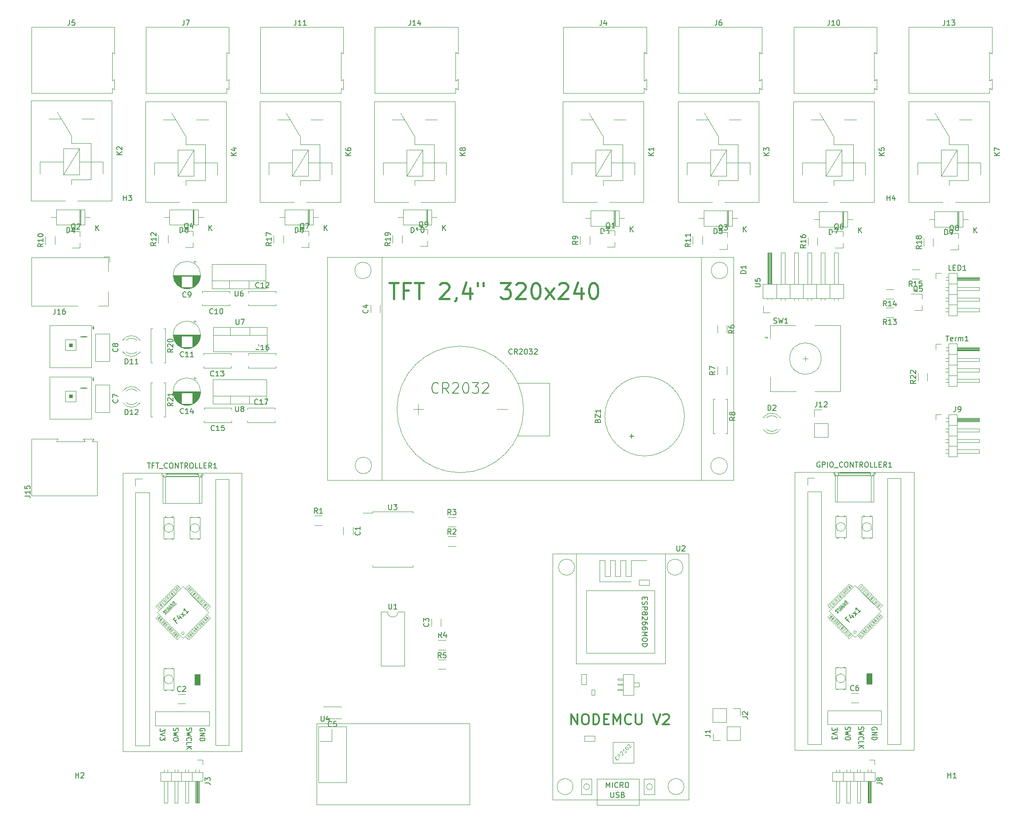
<source format=gto>
G04 #@! TF.GenerationSoftware,KiCad,Pcbnew,(5.1.8)-1*
G04 #@! TF.CreationDate,2022-01-18T19:37:17+01:00*
G04 #@! TF.ProjectId,free_michelle_v1_0,66726565-5f6d-4696-9368-656c6c655f76,v1.0*
G04 #@! TF.SameCoordinates,Original*
G04 #@! TF.FileFunction,Legend,Top*
G04 #@! TF.FilePolarity,Positive*
%FSLAX46Y46*%
G04 Gerber Fmt 4.6, Leading zero omitted, Abs format (unit mm)*
G04 Created by KiCad (PCBNEW (5.1.8)-1) date 2022-01-18 19:37:17*
%MOMM*%
%LPD*%
G01*
G04 APERTURE LIST*
%ADD10C,0.120000*%
%ADD11C,0.100000*%
%ADD12C,0.150000*%
%ADD13C,0.200000*%
%ADD14C,0.400000*%
%ADD15C,0.050000*%
%ADD16C,0.300000*%
%ADD17C,3.200000*%
%ADD18O,1.905000X2.000000*%
%ADD19R,1.905000X2.000000*%
%ADD20O,1.700000X1.700000*%
%ADD21R,1.700000X1.700000*%
%ADD22C,1.700000*%
%ADD23C,1.600000*%
%ADD24O,1.350000X1.350000*%
%ADD25R,1.350000X1.350000*%
%ADD26C,2.000000*%
%ADD27R,2.000000X2.000000*%
%ADD28R,1.600000X1.600000*%
%ADD29C,1.524000*%
%ADD30C,1.800000*%
%ADD31R,1.800000X1.800000*%
%ADD32O,2.200000X2.200000*%
%ADD33R,2.200000X2.200000*%
%ADD34O,1.980000X3.960000*%
%ADD35R,1.980000X3.960000*%
%ADD36O,3.960000X1.980000*%
%ADD37R,3.960000X1.980000*%
%ADD38R,3.500000X3.500000*%
%ADD39C,3.000000*%
%ADD40R,0.900000X0.800000*%
%ADD41O,1.600000X1.600000*%
%ADD42R,3.000000X2.500000*%
%ADD43O,2.400000X1.600000*%
%ADD44R,2.400000X1.600000*%
%ADD45R,1.524000X1.524000*%
G04 APERTURE END LIST*
D10*
X63239000Y-87860000D02*
X63239000Y-86350000D01*
X66940000Y-87860000D02*
X66940000Y-86350000D01*
X70210000Y-86350000D02*
X59970000Y-86350000D01*
X59970000Y-87860000D02*
X59970000Y-83219000D01*
X70210000Y-87860000D02*
X70210000Y-83219000D01*
X70210000Y-83219000D02*
X59970000Y-83219000D01*
X70210000Y-87860000D02*
X59970000Y-87860000D01*
X63109000Y-65810000D02*
X63109000Y-64300000D01*
X66810000Y-65810000D02*
X66810000Y-64300000D01*
X70080000Y-64300000D02*
X59840000Y-64300000D01*
X59840000Y-65810000D02*
X59840000Y-61169000D01*
X70080000Y-65810000D02*
X70080000Y-61169000D01*
X70080000Y-61169000D02*
X59840000Y-61169000D01*
X70080000Y-65810000D02*
X59840000Y-65810000D01*
X165030000Y-70370000D02*
X165030000Y-69100000D01*
X166300000Y-70370000D02*
X165030000Y-70370000D01*
X179380000Y-68057071D02*
X179380000Y-67660000D01*
X178620000Y-68057071D02*
X178620000Y-67660000D01*
X179380000Y-59000000D02*
X179380000Y-65000000D01*
X178620000Y-59000000D02*
X179380000Y-59000000D01*
X178620000Y-65000000D02*
X178620000Y-59000000D01*
X177730000Y-67660000D02*
X177730000Y-65000000D01*
X176840000Y-68057071D02*
X176840000Y-67660000D01*
X176080000Y-68057071D02*
X176080000Y-67660000D01*
X176840000Y-59000000D02*
X176840000Y-65000000D01*
X176080000Y-59000000D02*
X176840000Y-59000000D01*
X176080000Y-65000000D02*
X176080000Y-59000000D01*
X175190000Y-67660000D02*
X175190000Y-65000000D01*
X174300000Y-68057071D02*
X174300000Y-67660000D01*
X173540000Y-68057071D02*
X173540000Y-67660000D01*
X174300000Y-59000000D02*
X174300000Y-65000000D01*
X173540000Y-59000000D02*
X174300000Y-59000000D01*
X173540000Y-65000000D02*
X173540000Y-59000000D01*
X172650000Y-67660000D02*
X172650000Y-65000000D01*
X171760000Y-68057071D02*
X171760000Y-67660000D01*
X171000000Y-68057071D02*
X171000000Y-67660000D01*
X171760000Y-59000000D02*
X171760000Y-65000000D01*
X171000000Y-59000000D02*
X171760000Y-59000000D01*
X171000000Y-65000000D02*
X171000000Y-59000000D01*
X170110000Y-67660000D02*
X170110000Y-65000000D01*
X169220000Y-68057071D02*
X169220000Y-67660000D01*
X168460000Y-68057071D02*
X168460000Y-67660000D01*
X169220000Y-59000000D02*
X169220000Y-65000000D01*
X168460000Y-59000000D02*
X169220000Y-59000000D01*
X168460000Y-65000000D02*
X168460000Y-59000000D01*
X167570000Y-67660000D02*
X167570000Y-65000000D01*
X166680000Y-67990000D02*
X166680000Y-67660000D01*
X165920000Y-67990000D02*
X165920000Y-67660000D01*
X166580000Y-65000000D02*
X166580000Y-59000000D01*
X166460000Y-65000000D02*
X166460000Y-59000000D01*
X166340000Y-65000000D02*
X166340000Y-59000000D01*
X166220000Y-65000000D02*
X166220000Y-59000000D01*
X166100000Y-65000000D02*
X166100000Y-59000000D01*
X165980000Y-65000000D02*
X165980000Y-59000000D01*
X166680000Y-59000000D02*
X166680000Y-65000000D01*
X165920000Y-59000000D02*
X166680000Y-59000000D01*
X165920000Y-65000000D02*
X165920000Y-59000000D01*
X164970000Y-65000000D02*
X164970000Y-67660000D01*
X180330000Y-65000000D02*
X164970000Y-65000000D01*
X180330000Y-67660000D02*
X180330000Y-65000000D01*
X164970000Y-67660000D02*
X180330000Y-67660000D01*
X53123127Y-132881166D02*
X52910995Y-132669034D01*
X49587593Y-125951520D02*
X49375461Y-126163652D01*
X55951554Y-132315481D02*
X55739422Y-132527613D01*
X51355360Y-124183753D02*
X51143228Y-124395885D01*
X53123127Y-122415986D02*
X52910995Y-122628118D01*
X51001806Y-130759846D02*
X50789674Y-130547714D01*
X59133534Y-129133500D02*
X58921402Y-129345632D01*
X49941146Y-129699186D02*
X49729014Y-129487054D01*
X55951554Y-122981671D02*
X55739422Y-122769539D01*
X52769573Y-132527613D02*
X52557441Y-132315481D01*
X57719321Y-130547714D02*
X57507189Y-130759846D01*
X52416020Y-123123093D02*
X52203888Y-123335225D01*
X55598000Y-132669034D02*
X55385868Y-132881166D01*
X50294700Y-130052739D02*
X50082568Y-129840607D01*
X57365767Y-124395885D02*
X57153635Y-124183753D01*
X55598000Y-122628118D02*
X55385868Y-122415986D01*
X57365767Y-130901267D02*
X57153635Y-131113399D01*
X49941146Y-125597967D02*
X49729014Y-125810099D01*
X59487088Y-126517205D02*
X59274956Y-126305073D01*
X50294700Y-125244413D02*
X50082568Y-125456545D01*
X51001806Y-124537306D02*
X50789674Y-124749438D01*
X57719321Y-124749438D02*
X57507189Y-124537306D01*
X58072874Y-130194161D02*
X57860742Y-130406293D01*
X58426428Y-125456545D02*
X58214296Y-125244413D01*
X52062467Y-131820506D02*
X51850334Y-131608374D01*
X52769573Y-122769539D02*
X52557441Y-122981671D01*
X58779981Y-125810099D02*
X58567849Y-125597967D01*
X57012214Y-124042332D02*
X56800082Y-123830200D01*
X56305107Y-123335225D02*
X56092975Y-123123093D01*
X58072874Y-125102992D02*
X57860742Y-124890860D01*
X50648253Y-130406293D02*
X50436121Y-130194161D01*
X56305107Y-131961928D02*
X56092975Y-132174060D01*
X50648253Y-124890860D02*
X50436121Y-125102992D01*
X49234039Y-128992079D02*
X49021907Y-128779947D01*
X59487088Y-128779947D02*
X59274956Y-128992079D01*
X52062467Y-123476646D02*
X51850334Y-123688778D01*
X49234039Y-126305073D02*
X49021907Y-126517205D01*
X52416020Y-132174060D02*
X52203888Y-131961928D01*
X58779981Y-129487054D02*
X58567849Y-129699186D01*
X51355360Y-131113399D02*
X51143228Y-130901267D01*
X58426428Y-129840607D02*
X58214296Y-130052739D01*
X56658661Y-131608374D02*
X56446529Y-131820506D01*
X59133534Y-126163652D02*
X58921402Y-125951520D01*
X51708913Y-123830200D02*
X51496781Y-124042332D01*
X56658661Y-123688778D02*
X56446529Y-123476646D01*
X51708913Y-131466953D02*
X51496781Y-131254821D01*
X49587593Y-129345632D02*
X49375461Y-129133500D01*
X57012214Y-131254821D02*
X56800082Y-131466953D01*
X49021907Y-126517205D02*
X49729014Y-127224312D01*
X59133534Y-129133500D02*
X58426428Y-128426394D01*
X57507189Y-124537306D02*
X56800082Y-125244413D01*
X51708913Y-131466953D02*
X52416020Y-130759846D01*
X55739422Y-122769539D02*
X55032315Y-123476646D01*
X57365767Y-130901267D02*
X56658661Y-130194161D01*
X49941146Y-129699186D02*
X50648253Y-128992079D01*
X58567849Y-125597967D02*
X57860742Y-126305073D01*
X51001806Y-130759846D02*
X51708913Y-130052739D01*
X49729014Y-125810099D02*
X50436121Y-126517205D01*
X55598000Y-122628118D02*
X54890894Y-123335225D01*
X52557441Y-122981671D02*
X53264548Y-123688778D01*
X58779981Y-129487054D02*
X58072874Y-128779947D01*
X55598000Y-132669034D02*
X54890894Y-131961928D01*
X50082568Y-125456545D02*
X50789674Y-126163652D01*
X57012214Y-131254821D02*
X56305107Y-130547714D01*
X58921402Y-129345632D02*
X58214296Y-128638526D01*
X49587593Y-125951520D02*
X50294700Y-126658627D01*
X53123127Y-122415986D02*
X53830233Y-123123093D01*
X56305107Y-131961928D02*
X55598000Y-131254821D01*
X57719321Y-130547714D02*
X57012214Y-129840607D01*
X52203888Y-131961928D02*
X52910995Y-131254821D01*
X51496781Y-131254821D02*
X52203888Y-130547714D01*
X50789674Y-124749438D02*
X51496781Y-125456545D01*
X56800082Y-123830200D02*
X56092975Y-124537306D01*
X52062467Y-131820506D02*
X52769573Y-131113399D01*
X56305107Y-123335225D02*
X55598000Y-124042332D01*
X50648253Y-130406293D02*
X51355360Y-129699186D01*
X49941146Y-125597967D02*
X50648253Y-126305073D01*
X58567849Y-129699186D02*
X57860742Y-128992079D01*
X49587593Y-129345632D02*
X50294700Y-128638526D01*
X49729014Y-129487054D02*
X50436121Y-128779947D01*
X52910995Y-122628118D02*
X53618101Y-123335225D01*
X49234039Y-126305073D02*
X49941146Y-127012180D01*
X58779981Y-125810099D02*
X58072874Y-126517205D01*
X51001806Y-124537306D02*
X51708913Y-125244413D01*
X50294700Y-130052739D02*
X51001806Y-129345632D01*
X57012214Y-124042332D02*
X56305107Y-124749438D01*
X52416020Y-123123093D02*
X53123127Y-123830200D01*
X51850334Y-131608374D02*
X52557441Y-130901267D01*
X49375461Y-129133500D02*
X50082568Y-128426394D01*
X58072874Y-125102992D02*
X57365767Y-125810099D01*
X57860742Y-124890860D02*
X57153635Y-125597967D01*
X57719321Y-124749438D02*
X57012214Y-125456545D01*
X51355360Y-131113399D02*
X52062467Y-130406293D01*
X51496781Y-124042332D02*
X52203888Y-124749438D01*
X58072874Y-130194161D02*
X57365767Y-129487054D01*
X52203888Y-123335225D02*
X52910995Y-124042332D01*
X57507189Y-130759846D02*
X56800082Y-130052739D01*
X49375461Y-126163652D02*
X50082568Y-126870759D01*
X50789674Y-130547714D02*
X51496781Y-129840607D01*
X55951554Y-132315481D02*
X55244447Y-131608374D01*
X57365767Y-124395885D02*
X56658661Y-125102992D01*
X57153635Y-124183753D02*
X56446529Y-124890860D01*
X51143228Y-130901267D02*
X51850334Y-130194161D01*
X56092975Y-123123093D02*
X55385868Y-123830200D01*
X52416020Y-132174060D02*
X53123127Y-131466953D01*
X58426428Y-129840607D02*
X57719321Y-129133500D01*
X58921402Y-125951520D02*
X58214296Y-126658627D01*
X59487088Y-128779947D02*
X58779981Y-128072840D01*
X59274956Y-128992079D02*
X58567849Y-128284972D01*
X52910995Y-132669034D02*
X53618101Y-131961928D01*
X57860742Y-130406293D02*
X57153635Y-129699186D01*
X55951554Y-122981671D02*
X55244447Y-123688778D01*
X51708913Y-123830200D02*
X52416020Y-124537306D01*
X52557441Y-132315481D02*
X53264548Y-131608374D01*
X56092975Y-132174060D02*
X55385868Y-131466953D01*
X59487088Y-126517205D02*
X58779981Y-127224312D01*
X50294700Y-125244413D02*
X51001806Y-125951520D01*
X56446529Y-123476646D02*
X55739422Y-124183753D01*
X51355360Y-124183753D02*
X52062467Y-124890860D01*
X55739422Y-132527613D02*
X55032315Y-131820506D01*
X56800082Y-131466953D02*
X56092975Y-130759846D01*
X51850334Y-123688778D02*
X52557441Y-124395885D01*
X55385868Y-122415986D02*
X54678762Y-123123093D01*
X52769573Y-122769539D02*
X53476680Y-123476646D01*
X53123127Y-132881166D02*
X53830233Y-132174060D01*
X52769573Y-132527613D02*
X53476680Y-131820506D01*
X57153635Y-131113399D02*
X56446529Y-130406293D01*
X52062467Y-123476646D02*
X52769573Y-124183753D01*
X59274956Y-126305073D02*
X58567849Y-127012180D01*
X49021907Y-128779947D02*
X49729014Y-128072840D01*
X59133534Y-126163652D02*
X58426428Y-126870759D01*
X58214296Y-125244413D02*
X57507189Y-125951520D01*
X51143228Y-124395885D02*
X51850334Y-125102992D01*
X56658661Y-131608374D02*
X55951554Y-130901267D01*
X55385868Y-132881166D02*
X54678762Y-132174060D01*
X50436121Y-125102992D02*
X51143228Y-125810099D01*
X58214296Y-130052739D02*
X57507189Y-129345632D01*
X56658661Y-123688778D02*
X55951554Y-124395885D01*
X58426428Y-125456545D02*
X57719321Y-126163652D01*
X49234039Y-128992079D02*
X49941146Y-128284972D01*
X50648253Y-124890860D02*
X51355360Y-125597967D01*
X56446529Y-131820506D02*
X55739422Y-131113399D01*
X50436121Y-130194161D02*
X51143228Y-129487054D01*
X50082568Y-129840607D02*
X50789674Y-129133500D01*
X59154245Y-127598576D02*
X59154245Y-127698576D01*
X54304498Y-122748829D02*
X54204498Y-122748829D01*
X49354750Y-127698576D02*
X49354750Y-127598576D01*
X59154245Y-127598576D02*
X54304498Y-122748829D01*
X59154245Y-127698576D02*
X54304498Y-132548324D01*
X54204498Y-122748829D02*
X49354750Y-127598576D01*
X49354750Y-127698576D02*
X54204498Y-132548324D01*
X54204498Y-132548324D02*
X54304498Y-132548324D01*
X51138627Y-126846707D02*
X51237426Y-126747907D01*
X51237426Y-126747907D02*
X51728343Y-126996818D01*
X51728343Y-126996818D02*
X51480282Y-126505052D01*
X51480282Y-126505052D02*
X51578125Y-126407209D01*
X51578125Y-126407209D02*
X52198118Y-126847875D01*
X52198118Y-126847875D02*
X52101762Y-126944231D01*
X52101762Y-126944231D02*
X51710177Y-126665893D01*
X51710177Y-126665893D02*
X51934866Y-127111128D01*
X51934866Y-127111128D02*
X51842015Y-127203979D01*
X51842015Y-127203979D02*
X51397418Y-126978652D01*
X51397418Y-126978652D02*
X51675862Y-127370132D01*
X51579400Y-127466594D02*
X51138627Y-126846707D01*
X51675862Y-127370132D02*
X51579400Y-127466594D01*
X52136927Y-126419532D02*
X52048538Y-126331144D01*
X52082534Y-126637103D02*
X52177721Y-126541916D01*
X51966949Y-126276751D02*
X51871761Y-126371938D01*
X50752778Y-127374275D02*
X50746722Y-127510576D01*
X50800159Y-128047174D02*
X50833623Y-127913210D01*
X50247784Y-101480469D02*
X50432659Y-101317578D01*
X50545142Y-101445241D02*
X50267387Y-101130000D01*
X50267387Y-101130000D02*
X50082512Y-101292892D01*
X50082512Y-101292892D02*
X50361166Y-101609153D01*
X58157487Y-101292892D02*
X57878833Y-101609153D01*
X57972612Y-101130000D02*
X58157487Y-101292892D01*
X57992215Y-101480469D02*
X57807340Y-101317578D01*
X57694857Y-101445241D02*
X57972612Y-101130000D01*
X50660728Y-101680000D02*
X50405072Y-101680000D01*
X50669988Y-101780000D02*
X50669988Y-101775785D01*
X57570011Y-101780000D02*
X57570011Y-101775785D01*
X57579271Y-101680000D02*
X57834927Y-101680000D01*
X57570011Y-106790000D02*
X50669988Y-106790000D01*
X50923589Y-101779936D02*
X50923589Y-106790000D01*
X50423589Y-101774425D02*
X50423572Y-101771500D01*
X50423589Y-101774425D02*
X50423589Y-106780000D01*
X57816410Y-106780000D02*
X50423589Y-106780000D01*
X50430103Y-101780000D02*
X50920000Y-101780000D01*
X57816410Y-101774425D02*
X57816410Y-106780000D01*
X57816410Y-101774425D02*
X57816427Y-101771500D01*
X57809896Y-101780000D02*
X57320000Y-101780000D01*
X57316410Y-101779936D02*
X57316410Y-106790000D01*
X57320000Y-101780000D02*
X57316410Y-101779936D01*
X50920000Y-101780000D02*
X50923589Y-101779936D01*
X57258464Y-101758825D02*
X50981535Y-101758825D01*
X56970000Y-101130000D02*
X51270000Y-101130000D01*
X51270000Y-101273395D02*
X51270000Y-101130000D01*
X56970000Y-101273395D02*
X56970000Y-101130000D01*
X57220000Y-101334789D02*
X57220000Y-101680000D01*
X56970000Y-101273395D02*
X51270000Y-101273395D01*
X51020000Y-101334789D02*
X51020000Y-101680000D01*
X51020000Y-101615431D02*
X57220000Y-101615431D01*
X52605427Y-126344104D02*
X52595335Y-126019978D01*
X52653658Y-126392336D02*
X52605427Y-126344104D01*
X53007212Y-126038782D02*
X52653658Y-126392336D01*
X52918823Y-125950394D02*
X53007212Y-126038782D01*
X52740347Y-126128870D02*
X52918823Y-125950394D01*
X52732273Y-126010098D02*
X52740347Y-126128870D01*
X52408891Y-125929996D02*
X52313703Y-126025184D01*
X50831499Y-127344210D02*
X50736311Y-127249023D01*
X50926686Y-127249023D02*
X50831499Y-127344210D01*
X51361829Y-127684165D02*
X50926686Y-127249023D01*
X51457016Y-127588978D02*
X51361829Y-127684165D01*
X51021874Y-127153835D02*
X51457016Y-127588978D01*
X51117061Y-127058648D02*
X51021874Y-127153835D01*
X51021874Y-126963460D02*
X51117061Y-127058648D01*
X50736311Y-127249023D02*
X51021874Y-126963460D01*
X50958932Y-127914597D02*
X50988515Y-127894300D01*
X50924185Y-127923743D02*
X50958932Y-127914597D01*
X50833623Y-127913210D02*
X50924185Y-127923743D01*
X51018398Y-127634959D02*
X51088483Y-127682784D01*
X50912026Y-127615962D02*
X51018398Y-127634959D01*
X50854997Y-127618084D02*
X50912026Y-127615962D01*
X50782524Y-127623080D02*
X50854997Y-127618084D01*
X50720755Y-127626718D02*
X50782524Y-127623080D01*
X50642080Y-127626692D02*
X50720755Y-127626718D01*
X50625741Y-127622121D02*
X50642080Y-127626692D01*
X50607872Y-127610119D02*
X50625741Y-127622121D01*
X52098399Y-126182842D02*
X52084871Y-126163503D01*
X52105137Y-126205506D02*
X52098399Y-126182842D01*
X52100222Y-126252287D02*
X52105137Y-126205506D01*
X52048538Y-126331144D02*
X52100222Y-126252287D01*
X52238152Y-126353606D02*
X52136927Y-126419532D01*
X52298451Y-126348751D02*
X52238152Y-126353606D01*
X52327332Y-126358131D02*
X52298451Y-126348751D01*
X52351842Y-126376081D02*
X52327332Y-126358131D01*
X51839459Y-126137095D02*
X51886847Y-126071290D01*
X51818962Y-126237762D02*
X51839459Y-126137095D01*
X51831271Y-126300832D02*
X51818962Y-126237762D01*
X51871761Y-126371938D02*
X51831271Y-126300832D01*
X52580050Y-125868478D02*
X52527025Y-125762569D01*
X52595335Y-126019978D02*
X52580050Y-125868478D01*
X52365551Y-125859758D02*
X52408891Y-125929996D01*
X52362298Y-125807327D02*
X52365551Y-125859758D01*
X52387112Y-125761400D02*
X52362298Y-125807327D01*
X54504498Y-131648576D02*
G75*
G03*
X54504498Y-131648576I-250000J0D01*
G01*
X52098399Y-126182842D02*
X52084871Y-126163503D01*
X52105137Y-126205506D02*
X52098399Y-126182842D01*
X52100222Y-126252287D02*
X52105137Y-126205506D01*
X52048538Y-126331144D02*
X52100222Y-126252287D01*
X52238152Y-126353606D02*
X52136927Y-126419532D01*
X52298451Y-126348751D02*
X52238152Y-126353606D01*
X52327332Y-126358131D02*
X52298451Y-126348751D01*
X52351842Y-126376081D02*
X52327332Y-126358131D01*
X51839459Y-126137095D02*
X51886847Y-126071290D01*
X51818962Y-126237762D02*
X51839459Y-126137095D01*
X51831271Y-126300832D02*
X51818962Y-126237762D01*
X51871761Y-126371938D02*
X51831271Y-126300832D01*
X50625741Y-127622121D02*
X50642080Y-127626692D01*
X50607872Y-127610119D02*
X50625741Y-127622121D01*
X50720755Y-127626718D02*
X50782524Y-127623080D01*
X50642080Y-127626692D02*
X50720755Y-127626718D01*
X50854997Y-127618084D02*
X50912026Y-127615962D01*
X50782524Y-127623080D02*
X50854997Y-127618084D01*
X51018398Y-127634959D02*
X51088483Y-127682784D01*
X50912026Y-127615962D02*
X51018398Y-127634959D01*
X50958932Y-127914597D02*
X50988515Y-127894300D01*
X50924185Y-127923743D02*
X50958932Y-127914597D01*
X50833623Y-127913210D02*
X50924185Y-127923743D01*
X50428513Y-101779669D02*
X50430103Y-101780000D01*
X50423572Y-101771500D02*
X50428513Y-101779669D01*
X57811486Y-101779669D02*
X57809896Y-101780000D01*
X57816427Y-101771500D02*
X57811486Y-101779669D01*
X52365551Y-125859758D02*
X52408891Y-125929996D01*
X52362298Y-125807327D02*
X52365551Y-125859758D01*
X52387112Y-125761400D02*
X52362298Y-125807327D01*
X52580050Y-125868478D02*
X52527025Y-125762569D01*
X52595335Y-126019978D02*
X52580050Y-125868478D01*
X45170000Y-102170000D02*
X46500000Y-102170000D01*
X45170000Y-103500000D02*
X45170000Y-102170000D01*
X60470000Y-153030000D02*
X60470000Y-102230000D01*
X63010000Y-153030000D02*
X60470000Y-153030000D01*
X63010000Y-102230000D02*
X63010000Y-153030000D01*
X60470000Y-102230000D02*
X63010000Y-102230000D01*
X45170000Y-153090000D02*
X45170000Y-104770000D01*
X47830000Y-153090000D02*
X45170000Y-153090000D01*
X47830000Y-104770000D02*
X47830000Y-153090000D01*
X45170000Y-104770000D02*
X47830000Y-104770000D01*
X59260000Y-146620000D02*
X48980000Y-146620000D01*
X59260000Y-149280000D02*
X59260000Y-146620000D01*
X48980000Y-149280000D02*
X59260000Y-149280000D01*
X48980000Y-146620000D02*
X48980000Y-149280000D01*
X42745000Y-154205000D02*
X42745000Y-101055000D01*
X65495000Y-154205000D02*
X42745000Y-154205000D01*
X65495000Y-101055000D02*
X65495000Y-154205000D01*
X42745000Y-101055000D02*
X65495000Y-101055000D01*
X50540000Y-138480000D02*
X50540000Y-142470000D01*
X50540000Y-142470000D02*
X52520000Y-142470000D01*
X52520000Y-142470000D02*
X52520000Y-138530000D01*
X52520000Y-138510000D02*
X52520000Y-138500000D01*
X52520000Y-138500000D02*
X52520000Y-138490000D01*
X50540000Y-138470000D02*
X50540000Y-138430000D01*
X52520000Y-138480000D02*
X52520000Y-138430000D01*
X52520000Y-138430000D02*
X50540000Y-138430000D01*
X50800000Y-138370000D02*
X50800000Y-138300000D01*
X50800000Y-138300000D02*
X51000000Y-138300000D01*
X51000000Y-138300000D02*
X51000000Y-138390000D01*
X52300000Y-138370000D02*
X52300000Y-138300000D01*
X52300000Y-138300000D02*
X52100000Y-138300000D01*
X52100000Y-138300000D02*
X52100000Y-138400000D01*
X50800000Y-142530000D02*
X50800000Y-142600000D01*
X50800000Y-142600000D02*
X51000000Y-142600000D01*
X51000000Y-142600000D02*
X51000000Y-142520000D01*
X52300000Y-142530000D02*
X52300000Y-142600000D01*
X52300000Y-142600000D02*
X52100000Y-142600000D01*
X52100000Y-142600000D02*
X52100000Y-142530000D01*
X52390349Y-140460000D02*
G75*
G03*
X52390349Y-140460000I-860349J0D01*
G01*
X52320000Y-113690000D02*
X52120000Y-113690000D01*
X52120000Y-113690000D02*
X52120000Y-113620000D01*
X52410349Y-111550000D02*
G75*
G03*
X52410349Y-111550000I-860349J0D01*
G01*
X50820000Y-113620000D02*
X50820000Y-113690000D01*
X50820000Y-113690000D02*
X51020000Y-113690000D01*
X51020000Y-113690000D02*
X51020000Y-113610000D01*
X52320000Y-113620000D02*
X52320000Y-113690000D01*
X52320000Y-109460000D02*
X52320000Y-109390000D01*
X52320000Y-109390000D02*
X52120000Y-109390000D01*
X52120000Y-109390000D02*
X52120000Y-109490000D01*
X50820000Y-109390000D02*
X51020000Y-109390000D01*
X51020000Y-109390000D02*
X51020000Y-109480000D01*
X52540000Y-109520000D02*
X50560000Y-109520000D01*
X50820000Y-109460000D02*
X50820000Y-109390000D01*
X52540000Y-109600000D02*
X52540000Y-109590000D01*
X52540000Y-113560000D02*
X52540000Y-109620000D01*
X52540000Y-109590000D02*
X52540000Y-109580000D01*
X50560000Y-113560000D02*
X52540000Y-113560000D01*
X50560000Y-109570000D02*
X50560000Y-113560000D01*
X50560000Y-109560000D02*
X50560000Y-109520000D01*
X52540000Y-109570000D02*
X52540000Y-109520000D01*
X55810000Y-109480000D02*
X55810000Y-109410000D01*
X57310000Y-113710000D02*
X57110000Y-113710000D01*
X55550000Y-109590000D02*
X55550000Y-113580000D01*
X56010000Y-113710000D02*
X56010000Y-113630000D01*
X57310000Y-109480000D02*
X57310000Y-109410000D01*
X55550000Y-113580000D02*
X57530000Y-113580000D01*
X57110000Y-113710000D02*
X57110000Y-113640000D01*
X57310000Y-113640000D02*
X57310000Y-113710000D01*
X55550000Y-109580000D02*
X55550000Y-109540000D01*
X57310000Y-109410000D02*
X57110000Y-109410000D01*
X57110000Y-109410000D02*
X57110000Y-109510000D01*
X56010000Y-109410000D02*
X56010000Y-109500000D01*
X55810000Y-113640000D02*
X55810000Y-113710000D01*
X55810000Y-113710000D02*
X56010000Y-113710000D01*
X55810000Y-109410000D02*
X56010000Y-109410000D01*
X57530000Y-109610000D02*
X57530000Y-109600000D01*
X57530000Y-109590000D02*
X57530000Y-109540000D01*
X57530000Y-109540000D02*
X55550000Y-109540000D01*
X57530000Y-109620000D02*
X57530000Y-109610000D01*
X57530000Y-113580000D02*
X57530000Y-109640000D01*
X57400349Y-111570000D02*
G75*
G03*
X57400349Y-111570000I-860349J0D01*
G01*
D11*
G36*
X57510000Y-141520000D02*
G01*
X56510000Y-141520000D01*
X56510000Y-139500000D01*
X57510000Y-139500000D01*
X57510000Y-141520000D01*
G37*
X57510000Y-141520000D02*
X56510000Y-141520000D01*
X56510000Y-139500000D01*
X57510000Y-139500000D01*
X57510000Y-141520000D01*
D10*
X51966949Y-126276751D02*
G75*
G02*
X51981397Y-126167115I80733J45131D01*
G01*
X51981397Y-126167116D02*
G75*
G02*
X52084871Y-126163503I53417J-46311D01*
G01*
X52351842Y-126376081D02*
G75*
G02*
X52345786Y-126537029I-79814J-77585D01*
G01*
X52345786Y-126537029D02*
G75*
G02*
X52177721Y-126541916I-86530J83460D01*
G01*
X52435769Y-126637422D02*
G75*
G02*
X52082534Y-126637103I-176465J169651D01*
G01*
X52447986Y-126281851D02*
G75*
G02*
X52435768Y-126637422I-176854J-171918D01*
G01*
X52214161Y-126244349D02*
G75*
G02*
X52447986Y-126281850I92758J-169355D01*
G01*
X52174003Y-126062261D02*
G75*
G02*
X52214160Y-126244349I-122238J-122430D01*
G01*
X51886846Y-126071290D02*
G75*
G02*
X52174003Y-126062260I148001J-136123D01*
G01*
X50616053Y-127532461D02*
G75*
G02*
X50746722Y-127510576I84783J-105181D01*
G01*
X50607872Y-127610118D02*
G75*
G02*
X50616052Y-127532460I43125J34717D01*
G01*
X51088483Y-127682784D02*
G75*
G02*
X51080197Y-127992993I-148378J-151252D01*
G01*
X51080197Y-127992993D02*
G75*
G02*
X50800159Y-128047174I-179110J174957D01*
G01*
X50998820Y-127783497D02*
G75*
G02*
X50988515Y-127894300I-61156J-50193D01*
G01*
X50837023Y-127762355D02*
G75*
G02*
X50998820Y-127783496I55616J-204064D01*
G01*
X50837023Y-127762355D02*
G75*
G02*
X50517253Y-127709874I-108634J338518D01*
G01*
X50517252Y-127709875D02*
G75*
G02*
X50521927Y-127436210I136546J134540D01*
G01*
X50521927Y-127436211D02*
G75*
G02*
X50752778Y-127374275I175251J-192017D01*
G01*
X50545142Y-101445241D02*
G75*
G02*
X50669988Y-101775785I-375154J-330544D01*
G01*
X50361166Y-101609153D02*
G75*
G02*
X50423572Y-101771500I-187577J-165272D01*
G01*
X57816427Y-101771500D02*
G75*
G02*
X57878833Y-101609153I249983J-2925D01*
G01*
X57570011Y-101775785D02*
G75*
G02*
X57694857Y-101445241I500000J0D01*
G01*
X51020000Y-101680001D02*
G75*
G02*
X50923589Y-101779936I-100000J1D01*
G01*
X57316410Y-101779937D02*
G75*
G02*
X57219999Y-101680000I3590J99937D01*
G01*
X51019999Y-101334788D02*
G75*
G02*
X51270000Y-101130000I229439J-25102D01*
G01*
X56970000Y-101130001D02*
G75*
G02*
X57219999Y-101334789I20561J-229889D01*
G01*
X56970000Y-101273395D02*
G75*
G02*
X57219999Y-101478183I20561J-229889D01*
G01*
X51020000Y-101478182D02*
G75*
G02*
X51270000Y-101273395I229438J-25102D01*
G01*
X52387113Y-125761400D02*
G75*
G02*
X52527025Y-125762569I69414J-65451D01*
G01*
X52615519Y-125660688D02*
G75*
G02*
X52732273Y-126010098I-396693J-326764D01*
G01*
X52297342Y-125660794D02*
G75*
G02*
X52615520Y-125660688I159141J-155962D01*
G01*
X52313703Y-126025184D02*
G75*
G02*
X52297343Y-125660794I162874J189875D01*
G01*
X40260000Y-79730000D02*
X37520000Y-79730000D01*
X40260000Y-74490000D02*
X37520000Y-74490000D01*
X37520000Y-74490000D02*
X37520000Y-79730000D01*
X40260000Y-74490000D02*
X40260000Y-79730000D01*
X40260000Y-89470000D02*
X37520000Y-89470000D01*
X40260000Y-84230000D02*
X37520000Y-84230000D01*
X37520000Y-84230000D02*
X37520000Y-89470000D01*
X40260000Y-84230000D02*
X40260000Y-89470000D01*
X196410000Y-83427064D02*
X196410000Y-81972936D01*
X194590000Y-83427064D02*
X194590000Y-81972936D01*
X198000000Y-62900000D02*
X199000000Y-62900000D01*
X198000000Y-63900000D02*
X198000000Y-62900000D01*
X199882114Y-70210000D02*
X200440000Y-70210000D01*
X199882114Y-69590000D02*
X200440000Y-69590000D01*
X206260000Y-70210000D02*
X202060000Y-70210000D01*
X206260000Y-69590000D02*
X206260000Y-70210000D01*
X202060000Y-69590000D02*
X206260000Y-69590000D01*
X200440000Y-68900000D02*
X202060000Y-68900000D01*
X199882114Y-68210000D02*
X200440000Y-68210000D01*
X199882114Y-67590000D02*
X200440000Y-67590000D01*
X206260000Y-68210000D02*
X202060000Y-68210000D01*
X206260000Y-67590000D02*
X206260000Y-68210000D01*
X202060000Y-67590000D02*
X206260000Y-67590000D01*
X200440000Y-66900000D02*
X202060000Y-66900000D01*
X199882114Y-66210000D02*
X200440000Y-66210000D01*
X199882114Y-65590000D02*
X200440000Y-65590000D01*
X206260000Y-66210000D02*
X202060000Y-66210000D01*
X206260000Y-65590000D02*
X206260000Y-66210000D01*
X202060000Y-65590000D02*
X206260000Y-65590000D01*
X200440000Y-64900000D02*
X202060000Y-64900000D01*
X199935000Y-64210000D02*
X200440000Y-64210000D01*
X199935000Y-63590000D02*
X200440000Y-63590000D01*
X202060000Y-64130000D02*
X206260000Y-64130000D01*
X202060000Y-64010000D02*
X206260000Y-64010000D01*
X202060000Y-63890000D02*
X206260000Y-63890000D01*
X202060000Y-63770000D02*
X206260000Y-63770000D01*
X202060000Y-63650000D02*
X206260000Y-63650000D01*
X206260000Y-64210000D02*
X202060000Y-64210000D01*
X206260000Y-63590000D02*
X206260000Y-64210000D01*
X202060000Y-63590000D02*
X206260000Y-63590000D01*
X202060000Y-62840000D02*
X200440000Y-62840000D01*
X202060000Y-70960000D02*
X202060000Y-62840000D01*
X200440000Y-70960000D02*
X202060000Y-70960000D01*
X200440000Y-62840000D02*
X200440000Y-70960000D01*
X198000000Y-76400000D02*
X199000000Y-76400000D01*
X198000000Y-77400000D02*
X198000000Y-76400000D01*
X199882114Y-83710000D02*
X200440000Y-83710000D01*
X199882114Y-83090000D02*
X200440000Y-83090000D01*
X206260000Y-83710000D02*
X202060000Y-83710000D01*
X206260000Y-83090000D02*
X206260000Y-83710000D01*
X202060000Y-83090000D02*
X206260000Y-83090000D01*
X200440000Y-82400000D02*
X202060000Y-82400000D01*
X199882114Y-81710000D02*
X200440000Y-81710000D01*
X199882114Y-81090000D02*
X200440000Y-81090000D01*
X206260000Y-81710000D02*
X202060000Y-81710000D01*
X206260000Y-81090000D02*
X206260000Y-81710000D01*
X202060000Y-81090000D02*
X206260000Y-81090000D01*
X200440000Y-80400000D02*
X202060000Y-80400000D01*
X199882114Y-79710000D02*
X200440000Y-79710000D01*
X199882114Y-79090000D02*
X200440000Y-79090000D01*
X206260000Y-79710000D02*
X202060000Y-79710000D01*
X206260000Y-79090000D02*
X206260000Y-79710000D01*
X202060000Y-79090000D02*
X206260000Y-79090000D01*
X200440000Y-78400000D02*
X202060000Y-78400000D01*
X199935000Y-77710000D02*
X200440000Y-77710000D01*
X199935000Y-77090000D02*
X200440000Y-77090000D01*
X202060000Y-77630000D02*
X206260000Y-77630000D01*
X202060000Y-77510000D02*
X206260000Y-77510000D01*
X202060000Y-77390000D02*
X206260000Y-77390000D01*
X202060000Y-77270000D02*
X206260000Y-77270000D01*
X202060000Y-77150000D02*
X206260000Y-77150000D01*
X206260000Y-77710000D02*
X202060000Y-77710000D01*
X206260000Y-77090000D02*
X206260000Y-77710000D01*
X202060000Y-77090000D02*
X206260000Y-77090000D01*
X202060000Y-76340000D02*
X200440000Y-76340000D01*
X202060000Y-84460000D02*
X202060000Y-76340000D01*
X200440000Y-84460000D02*
X202060000Y-84460000D01*
X200440000Y-76340000D02*
X200440000Y-84460000D01*
X150000000Y-90200000D02*
G75*
G03*
X150000000Y-90200000I-7600000J0D01*
G01*
X84890000Y-111413748D02*
X84890000Y-112836252D01*
X86710000Y-111413748D02*
X86710000Y-112836252D01*
X53288748Y-145110000D02*
X54711252Y-145110000D01*
X53288748Y-143290000D02*
X54711252Y-143290000D01*
X103510000Y-130311252D02*
X103510000Y-128888748D01*
X101690000Y-130311252D02*
X101690000Y-128888748D01*
X91910000Y-70411252D02*
X91910000Y-68988748D01*
X90090000Y-70411252D02*
X90090000Y-68988748D01*
X81170000Y-145745000D02*
X81170000Y-145680000D01*
X81170000Y-147920000D02*
X81170000Y-147855000D01*
X84410000Y-145745000D02*
X84410000Y-145680000D01*
X84410000Y-147920000D02*
X84410000Y-147855000D01*
X84410000Y-145680000D02*
X81170000Y-145680000D01*
X84410000Y-147920000D02*
X81170000Y-147920000D01*
X181788748Y-144910000D02*
X183211252Y-144910000D01*
X181788748Y-143090000D02*
X183211252Y-143090000D01*
X56725000Y-60705225D02*
X56225000Y-60705225D01*
X56475000Y-60455225D02*
X56475000Y-60955225D01*
X55284000Y-65861000D02*
X54716000Y-65861000D01*
X55518000Y-65821000D02*
X54482000Y-65821000D01*
X55677000Y-65781000D02*
X54323000Y-65781000D01*
X55805000Y-65741000D02*
X54195000Y-65741000D01*
X55915000Y-65701000D02*
X54085000Y-65701000D01*
X56011000Y-65661000D02*
X53989000Y-65661000D01*
X56098000Y-65621000D02*
X53902000Y-65621000D01*
X56178000Y-65581000D02*
X53822000Y-65581000D01*
X53960000Y-65541000D02*
X53749000Y-65541000D01*
X56251000Y-65541000D02*
X56040000Y-65541000D01*
X53960000Y-65501000D02*
X53681000Y-65501000D01*
X56319000Y-65501000D02*
X56040000Y-65501000D01*
X53960000Y-65461000D02*
X53617000Y-65461000D01*
X56383000Y-65461000D02*
X56040000Y-65461000D01*
X53960000Y-65421000D02*
X53557000Y-65421000D01*
X56443000Y-65421000D02*
X56040000Y-65421000D01*
X53960000Y-65381000D02*
X53500000Y-65381000D01*
X56500000Y-65381000D02*
X56040000Y-65381000D01*
X53960000Y-65341000D02*
X53446000Y-65341000D01*
X56554000Y-65341000D02*
X56040000Y-65341000D01*
X53960000Y-65301000D02*
X53395000Y-65301000D01*
X56605000Y-65301000D02*
X56040000Y-65301000D01*
X53960000Y-65261000D02*
X53347000Y-65261000D01*
X56653000Y-65261000D02*
X56040000Y-65261000D01*
X53960000Y-65221000D02*
X53301000Y-65221000D01*
X56699000Y-65221000D02*
X56040000Y-65221000D01*
X53960000Y-65181000D02*
X53257000Y-65181000D01*
X56743000Y-65181000D02*
X56040000Y-65181000D01*
X53960000Y-65141000D02*
X53215000Y-65141000D01*
X56785000Y-65141000D02*
X56040000Y-65141000D01*
X53960000Y-65101000D02*
X53174000Y-65101000D01*
X56826000Y-65101000D02*
X56040000Y-65101000D01*
X53960000Y-65061000D02*
X53136000Y-65061000D01*
X56864000Y-65061000D02*
X56040000Y-65061000D01*
X53960000Y-65021000D02*
X53099000Y-65021000D01*
X56901000Y-65021000D02*
X56040000Y-65021000D01*
X53960000Y-64981000D02*
X53063000Y-64981000D01*
X56937000Y-64981000D02*
X56040000Y-64981000D01*
X53960000Y-64941000D02*
X53029000Y-64941000D01*
X56971000Y-64941000D02*
X56040000Y-64941000D01*
X53960000Y-64901000D02*
X52996000Y-64901000D01*
X57004000Y-64901000D02*
X56040000Y-64901000D01*
X53960000Y-64861000D02*
X52965000Y-64861000D01*
X57035000Y-64861000D02*
X56040000Y-64861000D01*
X53960000Y-64821000D02*
X52935000Y-64821000D01*
X57065000Y-64821000D02*
X56040000Y-64821000D01*
X53960000Y-64781000D02*
X52905000Y-64781000D01*
X57095000Y-64781000D02*
X56040000Y-64781000D01*
X53960000Y-64741000D02*
X52878000Y-64741000D01*
X57122000Y-64741000D02*
X56040000Y-64741000D01*
X53960000Y-64701000D02*
X52851000Y-64701000D01*
X57149000Y-64701000D02*
X56040000Y-64701000D01*
X53960000Y-64661000D02*
X52825000Y-64661000D01*
X57175000Y-64661000D02*
X56040000Y-64661000D01*
X53960000Y-64621000D02*
X52800000Y-64621000D01*
X57200000Y-64621000D02*
X56040000Y-64621000D01*
X53960000Y-64581000D02*
X52776000Y-64581000D01*
X57224000Y-64581000D02*
X56040000Y-64581000D01*
X53960000Y-64541000D02*
X52753000Y-64541000D01*
X57247000Y-64541000D02*
X56040000Y-64541000D01*
X53960000Y-64501000D02*
X52732000Y-64501000D01*
X57268000Y-64501000D02*
X56040000Y-64501000D01*
X53960000Y-64461000D02*
X52710000Y-64461000D01*
X57290000Y-64461000D02*
X56040000Y-64461000D01*
X53960000Y-64421000D02*
X52690000Y-64421000D01*
X57310000Y-64421000D02*
X56040000Y-64421000D01*
X53960000Y-64381000D02*
X52671000Y-64381000D01*
X57329000Y-64381000D02*
X56040000Y-64381000D01*
X53960000Y-64341000D02*
X52652000Y-64341000D01*
X57348000Y-64341000D02*
X56040000Y-64341000D01*
X53960000Y-64301000D02*
X52635000Y-64301000D01*
X57365000Y-64301000D02*
X56040000Y-64301000D01*
X53960000Y-64261000D02*
X52618000Y-64261000D01*
X57382000Y-64261000D02*
X56040000Y-64261000D01*
X53960000Y-64221000D02*
X52602000Y-64221000D01*
X57398000Y-64221000D02*
X56040000Y-64221000D01*
X53960000Y-64181000D02*
X52586000Y-64181000D01*
X57414000Y-64181000D02*
X56040000Y-64181000D01*
X53960000Y-64141000D02*
X52572000Y-64141000D01*
X57428000Y-64141000D02*
X56040000Y-64141000D01*
X53960000Y-64101000D02*
X52558000Y-64101000D01*
X57442000Y-64101000D02*
X56040000Y-64101000D01*
X53960000Y-64061000D02*
X52545000Y-64061000D01*
X57455000Y-64061000D02*
X56040000Y-64061000D01*
X53960000Y-64021000D02*
X52532000Y-64021000D01*
X57468000Y-64021000D02*
X56040000Y-64021000D01*
X53960000Y-63981000D02*
X52520000Y-63981000D01*
X57480000Y-63981000D02*
X56040000Y-63981000D01*
X53960000Y-63940000D02*
X52509000Y-63940000D01*
X57491000Y-63940000D02*
X56040000Y-63940000D01*
X53960000Y-63900000D02*
X52499000Y-63900000D01*
X57501000Y-63900000D02*
X56040000Y-63900000D01*
X53960000Y-63860000D02*
X52489000Y-63860000D01*
X57511000Y-63860000D02*
X56040000Y-63860000D01*
X53960000Y-63820000D02*
X52480000Y-63820000D01*
X57520000Y-63820000D02*
X56040000Y-63820000D01*
X53960000Y-63780000D02*
X52472000Y-63780000D01*
X57528000Y-63780000D02*
X56040000Y-63780000D01*
X53960000Y-63740000D02*
X52464000Y-63740000D01*
X57536000Y-63740000D02*
X56040000Y-63740000D01*
X53960000Y-63700000D02*
X52457000Y-63700000D01*
X57543000Y-63700000D02*
X56040000Y-63700000D01*
X53960000Y-63660000D02*
X52450000Y-63660000D01*
X57550000Y-63660000D02*
X56040000Y-63660000D01*
X53960000Y-63620000D02*
X52444000Y-63620000D01*
X57556000Y-63620000D02*
X56040000Y-63620000D01*
X53960000Y-63580000D02*
X52439000Y-63580000D01*
X57561000Y-63580000D02*
X56040000Y-63580000D01*
X53960000Y-63540000D02*
X52435000Y-63540000D01*
X57565000Y-63540000D02*
X56040000Y-63540000D01*
X53960000Y-63500000D02*
X52431000Y-63500000D01*
X57569000Y-63500000D02*
X56040000Y-63500000D01*
X57573000Y-63460000D02*
X52427000Y-63460000D01*
X57576000Y-63420000D02*
X52424000Y-63420000D01*
X57578000Y-63380000D02*
X52422000Y-63380000D01*
X57579000Y-63340000D02*
X52421000Y-63340000D01*
X57580000Y-63300000D02*
X52420000Y-63300000D01*
X57580000Y-63260000D02*
X52420000Y-63260000D01*
X57620000Y-63260000D02*
G75*
G03*
X57620000Y-63260000I-2620000J0D01*
G01*
X57980000Y-66645000D02*
X57980000Y-66330000D01*
X57980000Y-69070000D02*
X57980000Y-68755000D01*
X63220000Y-66645000D02*
X63220000Y-66330000D01*
X63220000Y-69070000D02*
X63220000Y-68755000D01*
X63220000Y-66330000D02*
X57980000Y-66330000D01*
X63220000Y-69070000D02*
X57980000Y-69070000D01*
X56725000Y-72115225D02*
X56225000Y-72115225D01*
X56475000Y-71865225D02*
X56475000Y-72365225D01*
X55284000Y-77271000D02*
X54716000Y-77271000D01*
X55518000Y-77231000D02*
X54482000Y-77231000D01*
X55677000Y-77191000D02*
X54323000Y-77191000D01*
X55805000Y-77151000D02*
X54195000Y-77151000D01*
X55915000Y-77111000D02*
X54085000Y-77111000D01*
X56011000Y-77071000D02*
X53989000Y-77071000D01*
X56098000Y-77031000D02*
X53902000Y-77031000D01*
X56178000Y-76991000D02*
X53822000Y-76991000D01*
X53960000Y-76951000D02*
X53749000Y-76951000D01*
X56251000Y-76951000D02*
X56040000Y-76951000D01*
X53960000Y-76911000D02*
X53681000Y-76911000D01*
X56319000Y-76911000D02*
X56040000Y-76911000D01*
X53960000Y-76871000D02*
X53617000Y-76871000D01*
X56383000Y-76871000D02*
X56040000Y-76871000D01*
X53960000Y-76831000D02*
X53557000Y-76831000D01*
X56443000Y-76831000D02*
X56040000Y-76831000D01*
X53960000Y-76791000D02*
X53500000Y-76791000D01*
X56500000Y-76791000D02*
X56040000Y-76791000D01*
X53960000Y-76751000D02*
X53446000Y-76751000D01*
X56554000Y-76751000D02*
X56040000Y-76751000D01*
X53960000Y-76711000D02*
X53395000Y-76711000D01*
X56605000Y-76711000D02*
X56040000Y-76711000D01*
X53960000Y-76671000D02*
X53347000Y-76671000D01*
X56653000Y-76671000D02*
X56040000Y-76671000D01*
X53960000Y-76631000D02*
X53301000Y-76631000D01*
X56699000Y-76631000D02*
X56040000Y-76631000D01*
X53960000Y-76591000D02*
X53257000Y-76591000D01*
X56743000Y-76591000D02*
X56040000Y-76591000D01*
X53960000Y-76551000D02*
X53215000Y-76551000D01*
X56785000Y-76551000D02*
X56040000Y-76551000D01*
X53960000Y-76511000D02*
X53174000Y-76511000D01*
X56826000Y-76511000D02*
X56040000Y-76511000D01*
X53960000Y-76471000D02*
X53136000Y-76471000D01*
X56864000Y-76471000D02*
X56040000Y-76471000D01*
X53960000Y-76431000D02*
X53099000Y-76431000D01*
X56901000Y-76431000D02*
X56040000Y-76431000D01*
X53960000Y-76391000D02*
X53063000Y-76391000D01*
X56937000Y-76391000D02*
X56040000Y-76391000D01*
X53960000Y-76351000D02*
X53029000Y-76351000D01*
X56971000Y-76351000D02*
X56040000Y-76351000D01*
X53960000Y-76311000D02*
X52996000Y-76311000D01*
X57004000Y-76311000D02*
X56040000Y-76311000D01*
X53960000Y-76271000D02*
X52965000Y-76271000D01*
X57035000Y-76271000D02*
X56040000Y-76271000D01*
X53960000Y-76231000D02*
X52935000Y-76231000D01*
X57065000Y-76231000D02*
X56040000Y-76231000D01*
X53960000Y-76191000D02*
X52905000Y-76191000D01*
X57095000Y-76191000D02*
X56040000Y-76191000D01*
X53960000Y-76151000D02*
X52878000Y-76151000D01*
X57122000Y-76151000D02*
X56040000Y-76151000D01*
X53960000Y-76111000D02*
X52851000Y-76111000D01*
X57149000Y-76111000D02*
X56040000Y-76111000D01*
X53960000Y-76071000D02*
X52825000Y-76071000D01*
X57175000Y-76071000D02*
X56040000Y-76071000D01*
X53960000Y-76031000D02*
X52800000Y-76031000D01*
X57200000Y-76031000D02*
X56040000Y-76031000D01*
X53960000Y-75991000D02*
X52776000Y-75991000D01*
X57224000Y-75991000D02*
X56040000Y-75991000D01*
X53960000Y-75951000D02*
X52753000Y-75951000D01*
X57247000Y-75951000D02*
X56040000Y-75951000D01*
X53960000Y-75911000D02*
X52732000Y-75911000D01*
X57268000Y-75911000D02*
X56040000Y-75911000D01*
X53960000Y-75871000D02*
X52710000Y-75871000D01*
X57290000Y-75871000D02*
X56040000Y-75871000D01*
X53960000Y-75831000D02*
X52690000Y-75831000D01*
X57310000Y-75831000D02*
X56040000Y-75831000D01*
X53960000Y-75791000D02*
X52671000Y-75791000D01*
X57329000Y-75791000D02*
X56040000Y-75791000D01*
X53960000Y-75751000D02*
X52652000Y-75751000D01*
X57348000Y-75751000D02*
X56040000Y-75751000D01*
X53960000Y-75711000D02*
X52635000Y-75711000D01*
X57365000Y-75711000D02*
X56040000Y-75711000D01*
X53960000Y-75671000D02*
X52618000Y-75671000D01*
X57382000Y-75671000D02*
X56040000Y-75671000D01*
X53960000Y-75631000D02*
X52602000Y-75631000D01*
X57398000Y-75631000D02*
X56040000Y-75631000D01*
X53960000Y-75591000D02*
X52586000Y-75591000D01*
X57414000Y-75591000D02*
X56040000Y-75591000D01*
X53960000Y-75551000D02*
X52572000Y-75551000D01*
X57428000Y-75551000D02*
X56040000Y-75551000D01*
X53960000Y-75511000D02*
X52558000Y-75511000D01*
X57442000Y-75511000D02*
X56040000Y-75511000D01*
X53960000Y-75471000D02*
X52545000Y-75471000D01*
X57455000Y-75471000D02*
X56040000Y-75471000D01*
X53960000Y-75431000D02*
X52532000Y-75431000D01*
X57468000Y-75431000D02*
X56040000Y-75431000D01*
X53960000Y-75391000D02*
X52520000Y-75391000D01*
X57480000Y-75391000D02*
X56040000Y-75391000D01*
X53960000Y-75350000D02*
X52509000Y-75350000D01*
X57491000Y-75350000D02*
X56040000Y-75350000D01*
X53960000Y-75310000D02*
X52499000Y-75310000D01*
X57501000Y-75310000D02*
X56040000Y-75310000D01*
X53960000Y-75270000D02*
X52489000Y-75270000D01*
X57511000Y-75270000D02*
X56040000Y-75270000D01*
X53960000Y-75230000D02*
X52480000Y-75230000D01*
X57520000Y-75230000D02*
X56040000Y-75230000D01*
X53960000Y-75190000D02*
X52472000Y-75190000D01*
X57528000Y-75190000D02*
X56040000Y-75190000D01*
X53960000Y-75150000D02*
X52464000Y-75150000D01*
X57536000Y-75150000D02*
X56040000Y-75150000D01*
X53960000Y-75110000D02*
X52457000Y-75110000D01*
X57543000Y-75110000D02*
X56040000Y-75110000D01*
X53960000Y-75070000D02*
X52450000Y-75070000D01*
X57550000Y-75070000D02*
X56040000Y-75070000D01*
X53960000Y-75030000D02*
X52444000Y-75030000D01*
X57556000Y-75030000D02*
X56040000Y-75030000D01*
X53960000Y-74990000D02*
X52439000Y-74990000D01*
X57561000Y-74990000D02*
X56040000Y-74990000D01*
X53960000Y-74950000D02*
X52435000Y-74950000D01*
X57565000Y-74950000D02*
X56040000Y-74950000D01*
X53960000Y-74910000D02*
X52431000Y-74910000D01*
X57569000Y-74910000D02*
X56040000Y-74910000D01*
X57573000Y-74870000D02*
X52427000Y-74870000D01*
X57576000Y-74830000D02*
X52424000Y-74830000D01*
X57578000Y-74790000D02*
X52422000Y-74790000D01*
X57579000Y-74750000D02*
X52421000Y-74750000D01*
X57580000Y-74710000D02*
X52420000Y-74710000D01*
X57580000Y-74670000D02*
X52420000Y-74670000D01*
X57620000Y-74670000D02*
G75*
G03*
X57620000Y-74670000I-2620000J0D01*
G01*
X72020000Y-68755000D02*
X72020000Y-69070000D01*
X72020000Y-66330000D02*
X72020000Y-66645000D01*
X66780000Y-68755000D02*
X66780000Y-69070000D01*
X66780000Y-66330000D02*
X66780000Y-66645000D01*
X66780000Y-69070000D02*
X72020000Y-69070000D01*
X66780000Y-66330000D02*
X72020000Y-66330000D01*
X58180000Y-78545000D02*
X58180000Y-78230000D01*
X58180000Y-80970000D02*
X58180000Y-80655000D01*
X63420000Y-78545000D02*
X63420000Y-78230000D01*
X63420000Y-80970000D02*
X63420000Y-80655000D01*
X63420000Y-78230000D02*
X58180000Y-78230000D01*
X63420000Y-80970000D02*
X58180000Y-80970000D01*
X56725000Y-82955225D02*
X56225000Y-82955225D01*
X56475000Y-82705225D02*
X56475000Y-83205225D01*
X55284000Y-88111000D02*
X54716000Y-88111000D01*
X55518000Y-88071000D02*
X54482000Y-88071000D01*
X55677000Y-88031000D02*
X54323000Y-88031000D01*
X55805000Y-87991000D02*
X54195000Y-87991000D01*
X55915000Y-87951000D02*
X54085000Y-87951000D01*
X56011000Y-87911000D02*
X53989000Y-87911000D01*
X56098000Y-87871000D02*
X53902000Y-87871000D01*
X56178000Y-87831000D02*
X53822000Y-87831000D01*
X53960000Y-87791000D02*
X53749000Y-87791000D01*
X56251000Y-87791000D02*
X56040000Y-87791000D01*
X53960000Y-87751000D02*
X53681000Y-87751000D01*
X56319000Y-87751000D02*
X56040000Y-87751000D01*
X53960000Y-87711000D02*
X53617000Y-87711000D01*
X56383000Y-87711000D02*
X56040000Y-87711000D01*
X53960000Y-87671000D02*
X53557000Y-87671000D01*
X56443000Y-87671000D02*
X56040000Y-87671000D01*
X53960000Y-87631000D02*
X53500000Y-87631000D01*
X56500000Y-87631000D02*
X56040000Y-87631000D01*
X53960000Y-87591000D02*
X53446000Y-87591000D01*
X56554000Y-87591000D02*
X56040000Y-87591000D01*
X53960000Y-87551000D02*
X53395000Y-87551000D01*
X56605000Y-87551000D02*
X56040000Y-87551000D01*
X53960000Y-87511000D02*
X53347000Y-87511000D01*
X56653000Y-87511000D02*
X56040000Y-87511000D01*
X53960000Y-87471000D02*
X53301000Y-87471000D01*
X56699000Y-87471000D02*
X56040000Y-87471000D01*
X53960000Y-87431000D02*
X53257000Y-87431000D01*
X56743000Y-87431000D02*
X56040000Y-87431000D01*
X53960000Y-87391000D02*
X53215000Y-87391000D01*
X56785000Y-87391000D02*
X56040000Y-87391000D01*
X53960000Y-87351000D02*
X53174000Y-87351000D01*
X56826000Y-87351000D02*
X56040000Y-87351000D01*
X53960000Y-87311000D02*
X53136000Y-87311000D01*
X56864000Y-87311000D02*
X56040000Y-87311000D01*
X53960000Y-87271000D02*
X53099000Y-87271000D01*
X56901000Y-87271000D02*
X56040000Y-87271000D01*
X53960000Y-87231000D02*
X53063000Y-87231000D01*
X56937000Y-87231000D02*
X56040000Y-87231000D01*
X53960000Y-87191000D02*
X53029000Y-87191000D01*
X56971000Y-87191000D02*
X56040000Y-87191000D01*
X53960000Y-87151000D02*
X52996000Y-87151000D01*
X57004000Y-87151000D02*
X56040000Y-87151000D01*
X53960000Y-87111000D02*
X52965000Y-87111000D01*
X57035000Y-87111000D02*
X56040000Y-87111000D01*
X53960000Y-87071000D02*
X52935000Y-87071000D01*
X57065000Y-87071000D02*
X56040000Y-87071000D01*
X53960000Y-87031000D02*
X52905000Y-87031000D01*
X57095000Y-87031000D02*
X56040000Y-87031000D01*
X53960000Y-86991000D02*
X52878000Y-86991000D01*
X57122000Y-86991000D02*
X56040000Y-86991000D01*
X53960000Y-86951000D02*
X52851000Y-86951000D01*
X57149000Y-86951000D02*
X56040000Y-86951000D01*
X53960000Y-86911000D02*
X52825000Y-86911000D01*
X57175000Y-86911000D02*
X56040000Y-86911000D01*
X53960000Y-86871000D02*
X52800000Y-86871000D01*
X57200000Y-86871000D02*
X56040000Y-86871000D01*
X53960000Y-86831000D02*
X52776000Y-86831000D01*
X57224000Y-86831000D02*
X56040000Y-86831000D01*
X53960000Y-86791000D02*
X52753000Y-86791000D01*
X57247000Y-86791000D02*
X56040000Y-86791000D01*
X53960000Y-86751000D02*
X52732000Y-86751000D01*
X57268000Y-86751000D02*
X56040000Y-86751000D01*
X53960000Y-86711000D02*
X52710000Y-86711000D01*
X57290000Y-86711000D02*
X56040000Y-86711000D01*
X53960000Y-86671000D02*
X52690000Y-86671000D01*
X57310000Y-86671000D02*
X56040000Y-86671000D01*
X53960000Y-86631000D02*
X52671000Y-86631000D01*
X57329000Y-86631000D02*
X56040000Y-86631000D01*
X53960000Y-86591000D02*
X52652000Y-86591000D01*
X57348000Y-86591000D02*
X56040000Y-86591000D01*
X53960000Y-86551000D02*
X52635000Y-86551000D01*
X57365000Y-86551000D02*
X56040000Y-86551000D01*
X53960000Y-86511000D02*
X52618000Y-86511000D01*
X57382000Y-86511000D02*
X56040000Y-86511000D01*
X53960000Y-86471000D02*
X52602000Y-86471000D01*
X57398000Y-86471000D02*
X56040000Y-86471000D01*
X53960000Y-86431000D02*
X52586000Y-86431000D01*
X57414000Y-86431000D02*
X56040000Y-86431000D01*
X53960000Y-86391000D02*
X52572000Y-86391000D01*
X57428000Y-86391000D02*
X56040000Y-86391000D01*
X53960000Y-86351000D02*
X52558000Y-86351000D01*
X57442000Y-86351000D02*
X56040000Y-86351000D01*
X53960000Y-86311000D02*
X52545000Y-86311000D01*
X57455000Y-86311000D02*
X56040000Y-86311000D01*
X53960000Y-86271000D02*
X52532000Y-86271000D01*
X57468000Y-86271000D02*
X56040000Y-86271000D01*
X53960000Y-86231000D02*
X52520000Y-86231000D01*
X57480000Y-86231000D02*
X56040000Y-86231000D01*
X53960000Y-86190000D02*
X52509000Y-86190000D01*
X57491000Y-86190000D02*
X56040000Y-86190000D01*
X53960000Y-86150000D02*
X52499000Y-86150000D01*
X57501000Y-86150000D02*
X56040000Y-86150000D01*
X53960000Y-86110000D02*
X52489000Y-86110000D01*
X57511000Y-86110000D02*
X56040000Y-86110000D01*
X53960000Y-86070000D02*
X52480000Y-86070000D01*
X57520000Y-86070000D02*
X56040000Y-86070000D01*
X53960000Y-86030000D02*
X52472000Y-86030000D01*
X57528000Y-86030000D02*
X56040000Y-86030000D01*
X53960000Y-85990000D02*
X52464000Y-85990000D01*
X57536000Y-85990000D02*
X56040000Y-85990000D01*
X53960000Y-85950000D02*
X52457000Y-85950000D01*
X57543000Y-85950000D02*
X56040000Y-85950000D01*
X53960000Y-85910000D02*
X52450000Y-85910000D01*
X57550000Y-85910000D02*
X56040000Y-85910000D01*
X53960000Y-85870000D02*
X52444000Y-85870000D01*
X57556000Y-85870000D02*
X56040000Y-85870000D01*
X53960000Y-85830000D02*
X52439000Y-85830000D01*
X57561000Y-85830000D02*
X56040000Y-85830000D01*
X53960000Y-85790000D02*
X52435000Y-85790000D01*
X57565000Y-85790000D02*
X56040000Y-85790000D01*
X53960000Y-85750000D02*
X52431000Y-85750000D01*
X57569000Y-85750000D02*
X56040000Y-85750000D01*
X57573000Y-85710000D02*
X52427000Y-85710000D01*
X57576000Y-85670000D02*
X52424000Y-85670000D01*
X57578000Y-85630000D02*
X52422000Y-85630000D01*
X57579000Y-85590000D02*
X52421000Y-85590000D01*
X57580000Y-85550000D02*
X52420000Y-85550000D01*
X57580000Y-85510000D02*
X52420000Y-85510000D01*
X57620000Y-85510000D02*
G75*
G03*
X57620000Y-85510000I-2620000J0D01*
G01*
X58280000Y-88945000D02*
X58280000Y-88630000D01*
X58280000Y-91370000D02*
X58280000Y-91055000D01*
X63520000Y-88945000D02*
X63520000Y-88630000D01*
X63520000Y-91370000D02*
X63520000Y-91055000D01*
X63520000Y-88630000D02*
X58280000Y-88630000D01*
X63520000Y-91370000D02*
X58280000Y-91370000D01*
X72020000Y-80655000D02*
X72020000Y-80970000D01*
X72020000Y-78230000D02*
X72020000Y-78545000D01*
X66780000Y-80655000D02*
X66780000Y-80970000D01*
X66780000Y-78230000D02*
X66780000Y-78545000D01*
X66780000Y-80970000D02*
X72020000Y-80970000D01*
X66780000Y-78230000D02*
X72020000Y-78230000D01*
X71820000Y-91055000D02*
X71820000Y-91370000D01*
X71820000Y-88630000D02*
X71820000Y-88945000D01*
X66580000Y-91055000D02*
X66580000Y-91370000D01*
X66580000Y-88630000D02*
X66580000Y-88945000D01*
X66580000Y-91370000D02*
X71820000Y-91370000D01*
X66580000Y-88630000D02*
X71820000Y-88630000D01*
X119283046Y-88900000D02*
G75*
G03*
X119283046Y-88900000I-12083046J0D01*
G01*
X118200000Y-83900000D02*
X124200000Y-83900000D01*
X124200000Y-83900000D02*
X124200000Y-92900000D01*
X118200000Y-93900000D02*
X124200000Y-93900000D01*
X124200000Y-93900000D02*
X124200000Y-92900000D01*
X116200000Y-88900000D02*
X114200000Y-88900000D01*
X99200000Y-87900000D02*
X99200000Y-89900000D01*
X98200000Y-88900000D02*
X100200000Y-88900000D01*
X153200000Y-102400000D02*
X153200000Y-59800000D01*
X92200000Y-102400000D02*
X92200000Y-59800000D01*
X158281139Y-62381138D02*
G75*
G03*
X158281139Y-62381138I-1581139J0D01*
G01*
X158200001Y-99700000D02*
G75*
G03*
X158200001Y-99700000I-1581139J0D01*
G01*
X90200001Y-62365247D02*
G75*
G03*
X90200001Y-62365247I-1565248J0D01*
G01*
X90265248Y-99600000D02*
G75*
G03*
X90265248Y-99600000I-1565248J0D01*
G01*
X159400000Y-102400000D02*
X159400000Y-59800000D01*
X81800000Y-59800000D02*
X159400000Y-59800000D01*
X81800000Y-102400000D02*
X159400000Y-102400000D01*
X81800000Y-98400000D02*
X81800000Y-102400000D01*
X81800000Y-59800000D02*
X81800000Y-98400000D01*
X165110000Y-92680000D02*
X165110000Y-92836000D01*
X165110000Y-90364000D02*
X165110000Y-90520000D01*
X167711130Y-92679837D02*
G75*
G02*
X165629039Y-92680000I-1041130J1079837D01*
G01*
X167711130Y-90520163D02*
G75*
G03*
X165629039Y-90520000I-1041130J-1079837D01*
G01*
X168342335Y-92678608D02*
G75*
G02*
X165110000Y-92835516I-1672335J1078608D01*
G01*
X168342335Y-90521392D02*
G75*
G03*
X165110000Y-90364484I-1672335J-1078608D01*
G01*
X136760000Y-53870000D02*
X136760000Y-50930000D01*
X136520000Y-53870000D02*
X136520000Y-50930000D01*
X136640000Y-53870000D02*
X136640000Y-50930000D01*
X131080000Y-52400000D02*
X132100000Y-52400000D01*
X138560000Y-52400000D02*
X137540000Y-52400000D01*
X132100000Y-53870000D02*
X137540000Y-53870000D01*
X132100000Y-50930000D02*
X132100000Y-53870000D01*
X137540000Y-50930000D02*
X132100000Y-50930000D01*
X137540000Y-53870000D02*
X137540000Y-50930000D01*
X34760000Y-53670000D02*
X34760000Y-50730000D01*
X34520000Y-53670000D02*
X34520000Y-50730000D01*
X34640000Y-53670000D02*
X34640000Y-50730000D01*
X29080000Y-52200000D02*
X30100000Y-52200000D01*
X36560000Y-52200000D02*
X35540000Y-52200000D01*
X30100000Y-53670000D02*
X35540000Y-53670000D01*
X30100000Y-50730000D02*
X30100000Y-53670000D01*
X35540000Y-50730000D02*
X30100000Y-50730000D01*
X35540000Y-53670000D02*
X35540000Y-50730000D01*
X158360000Y-53870000D02*
X158360000Y-50930000D01*
X158120000Y-53870000D02*
X158120000Y-50930000D01*
X158240000Y-53870000D02*
X158240000Y-50930000D01*
X152680000Y-52400000D02*
X153700000Y-52400000D01*
X160160000Y-52400000D02*
X159140000Y-52400000D01*
X153700000Y-53870000D02*
X159140000Y-53870000D01*
X153700000Y-50930000D02*
X153700000Y-53870000D01*
X159140000Y-50930000D02*
X153700000Y-50930000D01*
X159140000Y-53870000D02*
X159140000Y-50930000D01*
X56360000Y-53670000D02*
X56360000Y-50730000D01*
X56120000Y-53670000D02*
X56120000Y-50730000D01*
X56240000Y-53670000D02*
X56240000Y-50730000D01*
X50680000Y-52200000D02*
X51700000Y-52200000D01*
X58160000Y-52200000D02*
X57140000Y-52200000D01*
X51700000Y-53670000D02*
X57140000Y-53670000D01*
X51700000Y-50730000D02*
X51700000Y-53670000D01*
X57140000Y-50730000D02*
X51700000Y-50730000D01*
X57140000Y-53670000D02*
X57140000Y-50730000D01*
X180360000Y-54070000D02*
X180360000Y-51130000D01*
X180120000Y-54070000D02*
X180120000Y-51130000D01*
X180240000Y-54070000D02*
X180240000Y-51130000D01*
X174680000Y-52600000D02*
X175700000Y-52600000D01*
X182160000Y-52600000D02*
X181140000Y-52600000D01*
X175700000Y-54070000D02*
X181140000Y-54070000D01*
X175700000Y-51130000D02*
X175700000Y-54070000D01*
X181140000Y-51130000D02*
X175700000Y-51130000D01*
X181140000Y-54070000D02*
X181140000Y-51130000D01*
X78360000Y-53670000D02*
X78360000Y-50730000D01*
X78120000Y-53670000D02*
X78120000Y-50730000D01*
X78240000Y-53670000D02*
X78240000Y-50730000D01*
X72680000Y-52200000D02*
X73700000Y-52200000D01*
X80160000Y-52200000D02*
X79140000Y-52200000D01*
X73700000Y-53670000D02*
X79140000Y-53670000D01*
X73700000Y-50730000D02*
X73700000Y-53670000D01*
X79140000Y-50730000D02*
X73700000Y-50730000D01*
X79140000Y-53670000D02*
X79140000Y-50730000D01*
X202360000Y-54070000D02*
X202360000Y-51130000D01*
X202120000Y-54070000D02*
X202120000Y-51130000D01*
X202240000Y-54070000D02*
X202240000Y-51130000D01*
X196680000Y-52600000D02*
X197700000Y-52600000D01*
X204160000Y-52600000D02*
X203140000Y-52600000D01*
X197700000Y-54070000D02*
X203140000Y-54070000D01*
X197700000Y-51130000D02*
X197700000Y-54070000D01*
X203140000Y-51130000D02*
X197700000Y-51130000D01*
X203140000Y-54070000D02*
X203140000Y-51130000D01*
X100960000Y-53670000D02*
X100960000Y-50730000D01*
X100720000Y-53670000D02*
X100720000Y-50730000D01*
X100840000Y-53670000D02*
X100840000Y-50730000D01*
X95280000Y-52200000D02*
X96300000Y-52200000D01*
X102760000Y-52200000D02*
X101740000Y-52200000D01*
X96300000Y-53670000D02*
X101740000Y-53670000D01*
X96300000Y-50730000D02*
X96300000Y-53670000D01*
X101740000Y-50730000D02*
X96300000Y-50730000D01*
X101740000Y-53670000D02*
X101740000Y-50730000D01*
X45990000Y-75720000D02*
X45990000Y-75564000D01*
X45990000Y-78036000D02*
X45990000Y-77880000D01*
X43388870Y-75720163D02*
G75*
G02*
X45470961Y-75720000I1041130J-1079837D01*
G01*
X43388870Y-77879837D02*
G75*
G03*
X45470961Y-77880000I1041130J1079837D01*
G01*
X42757665Y-75721392D02*
G75*
G02*
X45990000Y-75564484I1672335J-1078608D01*
G01*
X42757665Y-77878608D02*
G75*
G03*
X45990000Y-78035516I1672335J1078608D01*
G01*
X45990000Y-85420000D02*
X45990000Y-85264000D01*
X45990000Y-87736000D02*
X45990000Y-87580000D01*
X43388870Y-85420163D02*
G75*
G02*
X45470961Y-85420000I1041130J-1079837D01*
G01*
X43388870Y-87579837D02*
G75*
G03*
X45470961Y-87580000I1041130J1079837D01*
G01*
X42757665Y-85421392D02*
G75*
G02*
X45990000Y-85264484I1672335J-1078608D01*
G01*
X42757665Y-87578608D02*
G75*
G03*
X45990000Y-87735516I1672335J1078608D01*
G01*
X181423127Y-132681166D02*
X181210995Y-132469034D01*
X177887593Y-125751520D02*
X177675461Y-125963652D01*
X184251554Y-132115481D02*
X184039422Y-132327613D01*
X179655360Y-123983753D02*
X179443228Y-124195885D01*
X181423127Y-122215986D02*
X181210995Y-122428118D01*
X179301806Y-130559846D02*
X179089674Y-130347714D01*
X187433534Y-128933500D02*
X187221402Y-129145632D01*
X178241146Y-129499186D02*
X178029014Y-129287054D01*
X184251554Y-122781671D02*
X184039422Y-122569539D01*
X181069573Y-132327613D02*
X180857441Y-132115481D01*
X186019321Y-130347714D02*
X185807189Y-130559846D01*
X180716020Y-122923093D02*
X180503888Y-123135225D01*
X183898000Y-132469034D02*
X183685868Y-132681166D01*
X178594700Y-129852739D02*
X178382568Y-129640607D01*
X185665767Y-124195885D02*
X185453635Y-123983753D01*
X183898000Y-122428118D02*
X183685868Y-122215986D01*
X185665767Y-130701267D02*
X185453635Y-130913399D01*
X178241146Y-125397967D02*
X178029014Y-125610099D01*
X187787088Y-126317205D02*
X187574956Y-126105073D01*
X178594700Y-125044413D02*
X178382568Y-125256545D01*
X179301806Y-124337306D02*
X179089674Y-124549438D01*
X186019321Y-124549438D02*
X185807189Y-124337306D01*
X186372874Y-129994161D02*
X186160742Y-130206293D01*
X186726428Y-125256545D02*
X186514296Y-125044413D01*
X180362467Y-131620506D02*
X180150334Y-131408374D01*
X181069573Y-122569539D02*
X180857441Y-122781671D01*
X187079981Y-125610099D02*
X186867849Y-125397967D01*
X185312214Y-123842332D02*
X185100082Y-123630200D01*
X184605107Y-123135225D02*
X184392975Y-122923093D01*
X186372874Y-124902992D02*
X186160742Y-124690860D01*
X178948253Y-130206293D02*
X178736121Y-129994161D01*
X184605107Y-131761928D02*
X184392975Y-131974060D01*
X178948253Y-124690860D02*
X178736121Y-124902992D01*
X177534039Y-128792079D02*
X177321907Y-128579947D01*
X187787088Y-128579947D02*
X187574956Y-128792079D01*
X180362467Y-123276646D02*
X180150334Y-123488778D01*
X177534039Y-126105073D02*
X177321907Y-126317205D01*
X180716020Y-131974060D02*
X180503888Y-131761928D01*
X187079981Y-129287054D02*
X186867849Y-129499186D01*
X179655360Y-130913399D02*
X179443228Y-130701267D01*
X186726428Y-129640607D02*
X186514296Y-129852739D01*
X184958661Y-131408374D02*
X184746529Y-131620506D01*
X187433534Y-125963652D02*
X187221402Y-125751520D01*
X180008913Y-123630200D02*
X179796781Y-123842332D01*
X184958661Y-123488778D02*
X184746529Y-123276646D01*
X180008913Y-131266953D02*
X179796781Y-131054821D01*
X177887593Y-129145632D02*
X177675461Y-128933500D01*
X185312214Y-131054821D02*
X185100082Y-131266953D01*
X177321907Y-126317205D02*
X178029014Y-127024312D01*
X187433534Y-128933500D02*
X186726428Y-128226394D01*
X185807189Y-124337306D02*
X185100082Y-125044413D01*
X180008913Y-131266953D02*
X180716020Y-130559846D01*
X184039422Y-122569539D02*
X183332315Y-123276646D01*
X185665767Y-130701267D02*
X184958661Y-129994161D01*
X178241146Y-129499186D02*
X178948253Y-128792079D01*
X186867849Y-125397967D02*
X186160742Y-126105073D01*
X179301806Y-130559846D02*
X180008913Y-129852739D01*
X178029014Y-125610099D02*
X178736121Y-126317205D01*
X183898000Y-122428118D02*
X183190894Y-123135225D01*
X180857441Y-122781671D02*
X181564548Y-123488778D01*
X187079981Y-129287054D02*
X186372874Y-128579947D01*
X183898000Y-132469034D02*
X183190894Y-131761928D01*
X178382568Y-125256545D02*
X179089674Y-125963652D01*
X185312214Y-131054821D02*
X184605107Y-130347714D01*
X187221402Y-129145632D02*
X186514296Y-128438526D01*
X177887593Y-125751520D02*
X178594700Y-126458627D01*
X181423127Y-122215986D02*
X182130233Y-122923093D01*
X184605107Y-131761928D02*
X183898000Y-131054821D01*
X186019321Y-130347714D02*
X185312214Y-129640607D01*
X180503888Y-131761928D02*
X181210995Y-131054821D01*
X179796781Y-131054821D02*
X180503888Y-130347714D01*
X179089674Y-124549438D02*
X179796781Y-125256545D01*
X185100082Y-123630200D02*
X184392975Y-124337306D01*
X180362467Y-131620506D02*
X181069573Y-130913399D01*
X184605107Y-123135225D02*
X183898000Y-123842332D01*
X178948253Y-130206293D02*
X179655360Y-129499186D01*
X178241146Y-125397967D02*
X178948253Y-126105073D01*
X186867849Y-129499186D02*
X186160742Y-128792079D01*
X177887593Y-129145632D02*
X178594700Y-128438526D01*
X178029014Y-129287054D02*
X178736121Y-128579947D01*
X181210995Y-122428118D02*
X181918101Y-123135225D01*
X177534039Y-126105073D02*
X178241146Y-126812180D01*
X187079981Y-125610099D02*
X186372874Y-126317205D01*
X179301806Y-124337306D02*
X180008913Y-125044413D01*
X178594700Y-129852739D02*
X179301806Y-129145632D01*
X185312214Y-123842332D02*
X184605107Y-124549438D01*
X180716020Y-122923093D02*
X181423127Y-123630200D01*
X180150334Y-131408374D02*
X180857441Y-130701267D01*
X177675461Y-128933500D02*
X178382568Y-128226394D01*
X186372874Y-124902992D02*
X185665767Y-125610099D01*
X186160742Y-124690860D02*
X185453635Y-125397967D01*
X186019321Y-124549438D02*
X185312214Y-125256545D01*
X179655360Y-130913399D02*
X180362467Y-130206293D01*
X179796781Y-123842332D02*
X180503888Y-124549438D01*
X186372874Y-129994161D02*
X185665767Y-129287054D01*
X180503888Y-123135225D02*
X181210995Y-123842332D01*
X185807189Y-130559846D02*
X185100082Y-129852739D01*
X177675461Y-125963652D02*
X178382568Y-126670759D01*
X179089674Y-130347714D02*
X179796781Y-129640607D01*
X184251554Y-132115481D02*
X183544447Y-131408374D01*
X185665767Y-124195885D02*
X184958661Y-124902992D01*
X185453635Y-123983753D02*
X184746529Y-124690860D01*
X179443228Y-130701267D02*
X180150334Y-129994161D01*
X184392975Y-122923093D02*
X183685868Y-123630200D01*
X180716020Y-131974060D02*
X181423127Y-131266953D01*
X186726428Y-129640607D02*
X186019321Y-128933500D01*
X187221402Y-125751520D02*
X186514296Y-126458627D01*
X187787088Y-128579947D02*
X187079981Y-127872840D01*
X187574956Y-128792079D02*
X186867849Y-128084972D01*
X181210995Y-132469034D02*
X181918101Y-131761928D01*
X186160742Y-130206293D02*
X185453635Y-129499186D01*
X184251554Y-122781671D02*
X183544447Y-123488778D01*
X180008913Y-123630200D02*
X180716020Y-124337306D01*
X180857441Y-132115481D02*
X181564548Y-131408374D01*
X184392975Y-131974060D02*
X183685868Y-131266953D01*
X187787088Y-126317205D02*
X187079981Y-127024312D01*
X178594700Y-125044413D02*
X179301806Y-125751520D01*
X184746529Y-123276646D02*
X184039422Y-123983753D01*
X179655360Y-123983753D02*
X180362467Y-124690860D01*
X184039422Y-132327613D02*
X183332315Y-131620506D01*
X185100082Y-131266953D02*
X184392975Y-130559846D01*
X180150334Y-123488778D02*
X180857441Y-124195885D01*
X183685868Y-122215986D02*
X182978762Y-122923093D01*
X181069573Y-122569539D02*
X181776680Y-123276646D01*
X181423127Y-132681166D02*
X182130233Y-131974060D01*
X181069573Y-132327613D02*
X181776680Y-131620506D01*
X185453635Y-130913399D02*
X184746529Y-130206293D01*
X180362467Y-123276646D02*
X181069573Y-123983753D01*
X187574956Y-126105073D02*
X186867849Y-126812180D01*
X177321907Y-128579947D02*
X178029014Y-127872840D01*
X187433534Y-125963652D02*
X186726428Y-126670759D01*
X186514296Y-125044413D02*
X185807189Y-125751520D01*
X179443228Y-124195885D02*
X180150334Y-124902992D01*
X184958661Y-131408374D02*
X184251554Y-130701267D01*
X183685868Y-132681166D02*
X182978762Y-131974060D01*
X178736121Y-124902992D02*
X179443228Y-125610099D01*
X186514296Y-129852739D02*
X185807189Y-129145632D01*
X184958661Y-123488778D02*
X184251554Y-124195885D01*
X186726428Y-125256545D02*
X186019321Y-125963652D01*
X177534039Y-128792079D02*
X178241146Y-128084972D01*
X178948253Y-124690860D02*
X179655360Y-125397967D01*
X184746529Y-131620506D02*
X184039422Y-130913399D01*
X178736121Y-129994161D02*
X179443228Y-129287054D01*
X178382568Y-129640607D02*
X179089674Y-128933500D01*
X187454245Y-127398576D02*
X187454245Y-127498576D01*
X182604498Y-122548829D02*
X182504498Y-122548829D01*
X177654750Y-127498576D02*
X177654750Y-127398576D01*
X187454245Y-127398576D02*
X182604498Y-122548829D01*
X187454245Y-127498576D02*
X182604498Y-132348324D01*
X182504498Y-122548829D02*
X177654750Y-127398576D01*
X177654750Y-127498576D02*
X182504498Y-132348324D01*
X182504498Y-132348324D02*
X182604498Y-132348324D01*
X179438627Y-126646707D02*
X179537426Y-126547907D01*
X179537426Y-126547907D02*
X180028343Y-126796818D01*
X180028343Y-126796818D02*
X179780282Y-126305052D01*
X179780282Y-126305052D02*
X179878125Y-126207209D01*
X179878125Y-126207209D02*
X180498118Y-126647875D01*
X180498118Y-126647875D02*
X180401762Y-126744231D01*
X180401762Y-126744231D02*
X180010177Y-126465893D01*
X180010177Y-126465893D02*
X180234866Y-126911128D01*
X180234866Y-126911128D02*
X180142015Y-127003979D01*
X180142015Y-127003979D02*
X179697418Y-126778652D01*
X179697418Y-126778652D02*
X179975862Y-127170132D01*
X179879400Y-127266594D02*
X179438627Y-126646707D01*
X179975862Y-127170132D02*
X179879400Y-127266594D01*
X180436927Y-126219532D02*
X180348538Y-126131144D01*
X180382534Y-126437103D02*
X180477721Y-126341916D01*
X180266949Y-126076751D02*
X180171761Y-126171938D01*
X179052778Y-127174275D02*
X179046722Y-127310576D01*
X179100159Y-127847174D02*
X179133623Y-127713210D01*
X178547784Y-101280469D02*
X178732659Y-101117578D01*
X178845142Y-101245241D02*
X178567387Y-100930000D01*
X178567387Y-100930000D02*
X178382512Y-101092892D01*
X178382512Y-101092892D02*
X178661166Y-101409153D01*
X186457487Y-101092892D02*
X186178833Y-101409153D01*
X186272612Y-100930000D02*
X186457487Y-101092892D01*
X186292215Y-101280469D02*
X186107340Y-101117578D01*
X185994857Y-101245241D02*
X186272612Y-100930000D01*
X178960728Y-101480000D02*
X178705072Y-101480000D01*
X178969988Y-101580000D02*
X178969988Y-101575785D01*
X185870011Y-101580000D02*
X185870011Y-101575785D01*
X185879271Y-101480000D02*
X186134927Y-101480000D01*
X185870011Y-106590000D02*
X178969988Y-106590000D01*
X179223589Y-101579936D02*
X179223589Y-106590000D01*
X178723589Y-101574425D02*
X178723572Y-101571500D01*
X178723589Y-101574425D02*
X178723589Y-106580000D01*
X186116410Y-106580000D02*
X178723589Y-106580000D01*
X178730103Y-101580000D02*
X179220000Y-101580000D01*
X186116410Y-101574425D02*
X186116410Y-106580000D01*
X186116410Y-101574425D02*
X186116427Y-101571500D01*
X186109896Y-101580000D02*
X185620000Y-101580000D01*
X185616410Y-101579936D02*
X185616410Y-106590000D01*
X185620000Y-101580000D02*
X185616410Y-101579936D01*
X179220000Y-101580000D02*
X179223589Y-101579936D01*
X185558464Y-101558825D02*
X179281535Y-101558825D01*
X185270000Y-100930000D02*
X179570000Y-100930000D01*
X179570000Y-101073395D02*
X179570000Y-100930000D01*
X185270000Y-101073395D02*
X185270000Y-100930000D01*
X185520000Y-101134789D02*
X185520000Y-101480000D01*
X185270000Y-101073395D02*
X179570000Y-101073395D01*
X179320000Y-101134789D02*
X179320000Y-101480000D01*
X179320000Y-101415431D02*
X185520000Y-101415431D01*
X180905427Y-126144104D02*
X180895335Y-125819978D01*
X180953658Y-126192336D02*
X180905427Y-126144104D01*
X181307212Y-125838782D02*
X180953658Y-126192336D01*
X181218823Y-125750394D02*
X181307212Y-125838782D01*
X181040347Y-125928870D02*
X181218823Y-125750394D01*
X181032273Y-125810098D02*
X181040347Y-125928870D01*
X180708891Y-125729996D02*
X180613703Y-125825184D01*
X179131499Y-127144210D02*
X179036311Y-127049023D01*
X179226686Y-127049023D02*
X179131499Y-127144210D01*
X179661829Y-127484165D02*
X179226686Y-127049023D01*
X179757016Y-127388978D02*
X179661829Y-127484165D01*
X179321874Y-126953835D02*
X179757016Y-127388978D01*
X179417061Y-126858648D02*
X179321874Y-126953835D01*
X179321874Y-126763460D02*
X179417061Y-126858648D01*
X179036311Y-127049023D02*
X179321874Y-126763460D01*
X179258932Y-127714597D02*
X179288515Y-127694300D01*
X179224185Y-127723743D02*
X179258932Y-127714597D01*
X179133623Y-127713210D02*
X179224185Y-127723743D01*
X179318398Y-127434959D02*
X179388483Y-127482784D01*
X179212026Y-127415962D02*
X179318398Y-127434959D01*
X179154997Y-127418084D02*
X179212026Y-127415962D01*
X179082524Y-127423080D02*
X179154997Y-127418084D01*
X179020755Y-127426718D02*
X179082524Y-127423080D01*
X178942080Y-127426692D02*
X179020755Y-127426718D01*
X178925741Y-127422121D02*
X178942080Y-127426692D01*
X178907872Y-127410119D02*
X178925741Y-127422121D01*
X180398399Y-125982842D02*
X180384871Y-125963503D01*
X180405137Y-126005506D02*
X180398399Y-125982842D01*
X180400222Y-126052287D02*
X180405137Y-126005506D01*
X180348538Y-126131144D02*
X180400222Y-126052287D01*
X180538152Y-126153606D02*
X180436927Y-126219532D01*
X180598451Y-126148751D02*
X180538152Y-126153606D01*
X180627332Y-126158131D02*
X180598451Y-126148751D01*
X180651842Y-126176081D02*
X180627332Y-126158131D01*
X180139459Y-125937095D02*
X180186847Y-125871290D01*
X180118962Y-126037762D02*
X180139459Y-125937095D01*
X180131271Y-126100832D02*
X180118962Y-126037762D01*
X180171761Y-126171938D02*
X180131271Y-126100832D01*
X180880050Y-125668478D02*
X180827025Y-125562569D01*
X180895335Y-125819978D02*
X180880050Y-125668478D01*
X180665551Y-125659758D02*
X180708891Y-125729996D01*
X180662298Y-125607327D02*
X180665551Y-125659758D01*
X180687112Y-125561400D02*
X180662298Y-125607327D01*
X182804498Y-131448576D02*
G75*
G03*
X182804498Y-131448576I-250000J0D01*
G01*
X180398399Y-125982842D02*
X180384871Y-125963503D01*
X180405137Y-126005506D02*
X180398399Y-125982842D01*
X180400222Y-126052287D02*
X180405137Y-126005506D01*
X180348538Y-126131144D02*
X180400222Y-126052287D01*
X180538152Y-126153606D02*
X180436927Y-126219532D01*
X180598451Y-126148751D02*
X180538152Y-126153606D01*
X180627332Y-126158131D02*
X180598451Y-126148751D01*
X180651842Y-126176081D02*
X180627332Y-126158131D01*
X180139459Y-125937095D02*
X180186847Y-125871290D01*
X180118962Y-126037762D02*
X180139459Y-125937095D01*
X180131271Y-126100832D02*
X180118962Y-126037762D01*
X180171761Y-126171938D02*
X180131271Y-126100832D01*
X178925741Y-127422121D02*
X178942080Y-127426692D01*
X178907872Y-127410119D02*
X178925741Y-127422121D01*
X179020755Y-127426718D02*
X179082524Y-127423080D01*
X178942080Y-127426692D02*
X179020755Y-127426718D01*
X179154997Y-127418084D02*
X179212026Y-127415962D01*
X179082524Y-127423080D02*
X179154997Y-127418084D01*
X179318398Y-127434959D02*
X179388483Y-127482784D01*
X179212026Y-127415962D02*
X179318398Y-127434959D01*
X179258932Y-127714597D02*
X179288515Y-127694300D01*
X179224185Y-127723743D02*
X179258932Y-127714597D01*
X179133623Y-127713210D02*
X179224185Y-127723743D01*
X178728513Y-101579669D02*
X178730103Y-101580000D01*
X178723572Y-101571500D02*
X178728513Y-101579669D01*
X186111486Y-101579669D02*
X186109896Y-101580000D01*
X186116427Y-101571500D02*
X186111486Y-101579669D01*
X180665551Y-125659758D02*
X180708891Y-125729996D01*
X180662298Y-125607327D02*
X180665551Y-125659758D01*
X180687112Y-125561400D02*
X180662298Y-125607327D01*
X180880050Y-125668478D02*
X180827025Y-125562569D01*
X180895335Y-125819978D02*
X180880050Y-125668478D01*
X173470000Y-101970000D02*
X174800000Y-101970000D01*
X173470000Y-103300000D02*
X173470000Y-101970000D01*
X188770000Y-152830000D02*
X188770000Y-102030000D01*
X191310000Y-152830000D02*
X188770000Y-152830000D01*
X191310000Y-102030000D02*
X191310000Y-152830000D01*
X188770000Y-102030000D02*
X191310000Y-102030000D01*
X173470000Y-152890000D02*
X173470000Y-104570000D01*
X176130000Y-152890000D02*
X173470000Y-152890000D01*
X176130000Y-104570000D02*
X176130000Y-152890000D01*
X173470000Y-104570000D02*
X176130000Y-104570000D01*
X187560000Y-146420000D02*
X177280000Y-146420000D01*
X187560000Y-149080000D02*
X187560000Y-146420000D01*
X177280000Y-149080000D02*
X187560000Y-149080000D01*
X177280000Y-146420000D02*
X177280000Y-149080000D01*
X171045000Y-154005000D02*
X171045000Y-100855000D01*
X193795000Y-154005000D02*
X171045000Y-154005000D01*
X193795000Y-100855000D02*
X193795000Y-154005000D01*
X171045000Y-100855000D02*
X193795000Y-100855000D01*
X178840000Y-138280000D02*
X178840000Y-142270000D01*
X178840000Y-142270000D02*
X180820000Y-142270000D01*
X180820000Y-142270000D02*
X180820000Y-138330000D01*
X180820000Y-138310000D02*
X180820000Y-138300000D01*
X180820000Y-138300000D02*
X180820000Y-138290000D01*
X178840000Y-138270000D02*
X178840000Y-138230000D01*
X180820000Y-138280000D02*
X180820000Y-138230000D01*
X180820000Y-138230000D02*
X178840000Y-138230000D01*
X179100000Y-138170000D02*
X179100000Y-138100000D01*
X179100000Y-138100000D02*
X179300000Y-138100000D01*
X179300000Y-138100000D02*
X179300000Y-138190000D01*
X180600000Y-138170000D02*
X180600000Y-138100000D01*
X180600000Y-138100000D02*
X180400000Y-138100000D01*
X180400000Y-138100000D02*
X180400000Y-138200000D01*
X179100000Y-142330000D02*
X179100000Y-142400000D01*
X179100000Y-142400000D02*
X179300000Y-142400000D01*
X179300000Y-142400000D02*
X179300000Y-142320000D01*
X180600000Y-142330000D02*
X180600000Y-142400000D01*
X180600000Y-142400000D02*
X180400000Y-142400000D01*
X180400000Y-142400000D02*
X180400000Y-142330000D01*
X180690349Y-140260000D02*
G75*
G03*
X180690349Y-140260000I-860349J0D01*
G01*
X180620000Y-113490000D02*
X180420000Y-113490000D01*
X180420000Y-113490000D02*
X180420000Y-113420000D01*
X180710349Y-111350000D02*
G75*
G03*
X180710349Y-111350000I-860349J0D01*
G01*
X179120000Y-113420000D02*
X179120000Y-113490000D01*
X179120000Y-113490000D02*
X179320000Y-113490000D01*
X179320000Y-113490000D02*
X179320000Y-113410000D01*
X180620000Y-113420000D02*
X180620000Y-113490000D01*
X180620000Y-109260000D02*
X180620000Y-109190000D01*
X180620000Y-109190000D02*
X180420000Y-109190000D01*
X180420000Y-109190000D02*
X180420000Y-109290000D01*
X179120000Y-109190000D02*
X179320000Y-109190000D01*
X179320000Y-109190000D02*
X179320000Y-109280000D01*
X180840000Y-109320000D02*
X178860000Y-109320000D01*
X179120000Y-109260000D02*
X179120000Y-109190000D01*
X180840000Y-109400000D02*
X180840000Y-109390000D01*
X180840000Y-113360000D02*
X180840000Y-109420000D01*
X180840000Y-109390000D02*
X180840000Y-109380000D01*
X178860000Y-113360000D02*
X180840000Y-113360000D01*
X178860000Y-109370000D02*
X178860000Y-113360000D01*
X178860000Y-109360000D02*
X178860000Y-109320000D01*
X180840000Y-109370000D02*
X180840000Y-109320000D01*
X184110000Y-109280000D02*
X184110000Y-109210000D01*
X185610000Y-113510000D02*
X185410000Y-113510000D01*
X183850000Y-109390000D02*
X183850000Y-113380000D01*
X184310000Y-113510000D02*
X184310000Y-113430000D01*
X185610000Y-109280000D02*
X185610000Y-109210000D01*
X183850000Y-113380000D02*
X185830000Y-113380000D01*
X185410000Y-113510000D02*
X185410000Y-113440000D01*
X185610000Y-113440000D02*
X185610000Y-113510000D01*
X183850000Y-109380000D02*
X183850000Y-109340000D01*
X185610000Y-109210000D02*
X185410000Y-109210000D01*
X185410000Y-109210000D02*
X185410000Y-109310000D01*
X184310000Y-109210000D02*
X184310000Y-109300000D01*
X184110000Y-113440000D02*
X184110000Y-113510000D01*
X184110000Y-113510000D02*
X184310000Y-113510000D01*
X184110000Y-109210000D02*
X184310000Y-109210000D01*
X185830000Y-109410000D02*
X185830000Y-109400000D01*
X185830000Y-109390000D02*
X185830000Y-109340000D01*
X185830000Y-109340000D02*
X183850000Y-109340000D01*
X185830000Y-109420000D02*
X185830000Y-109410000D01*
X185830000Y-113380000D02*
X185830000Y-109440000D01*
X185700349Y-111370000D02*
G75*
G03*
X185700349Y-111370000I-860349J0D01*
G01*
D11*
G36*
X185810000Y-141320000D02*
G01*
X184810000Y-141320000D01*
X184810000Y-139300000D01*
X185810000Y-139300000D01*
X185810000Y-141320000D01*
G37*
X185810000Y-141320000D02*
X184810000Y-141320000D01*
X184810000Y-139300000D01*
X185810000Y-139300000D01*
X185810000Y-141320000D01*
D10*
X180266949Y-126076751D02*
G75*
G02*
X180281397Y-125967115I80733J45131D01*
G01*
X180281397Y-125967116D02*
G75*
G02*
X180384871Y-125963503I53417J-46311D01*
G01*
X180651842Y-126176081D02*
G75*
G02*
X180645786Y-126337029I-79814J-77585D01*
G01*
X180645786Y-126337029D02*
G75*
G02*
X180477721Y-126341916I-86530J83460D01*
G01*
X180735769Y-126437422D02*
G75*
G02*
X180382534Y-126437103I-176465J169651D01*
G01*
X180747986Y-126081851D02*
G75*
G02*
X180735768Y-126437422I-176854J-171918D01*
G01*
X180514161Y-126044349D02*
G75*
G02*
X180747986Y-126081850I92758J-169355D01*
G01*
X180474003Y-125862261D02*
G75*
G02*
X180514160Y-126044349I-122238J-122430D01*
G01*
X180186846Y-125871290D02*
G75*
G02*
X180474003Y-125862260I148001J-136123D01*
G01*
X178916053Y-127332461D02*
G75*
G02*
X179046722Y-127310576I84783J-105181D01*
G01*
X178907872Y-127410118D02*
G75*
G02*
X178916052Y-127332460I43125J34717D01*
G01*
X179388483Y-127482784D02*
G75*
G02*
X179380197Y-127792993I-148378J-151252D01*
G01*
X179380197Y-127792993D02*
G75*
G02*
X179100159Y-127847174I-179110J174957D01*
G01*
X179298820Y-127583497D02*
G75*
G02*
X179288515Y-127694300I-61156J-50193D01*
G01*
X179137023Y-127562355D02*
G75*
G02*
X179298820Y-127583496I55616J-204064D01*
G01*
X179137023Y-127562355D02*
G75*
G02*
X178817253Y-127509874I-108634J338518D01*
G01*
X178817252Y-127509875D02*
G75*
G02*
X178821927Y-127236210I136546J134540D01*
G01*
X178821927Y-127236211D02*
G75*
G02*
X179052778Y-127174275I175251J-192017D01*
G01*
X178845142Y-101245241D02*
G75*
G02*
X178969988Y-101575785I-375154J-330544D01*
G01*
X178661166Y-101409153D02*
G75*
G02*
X178723572Y-101571500I-187577J-165272D01*
G01*
X186116427Y-101571500D02*
G75*
G02*
X186178833Y-101409153I249983J-2925D01*
G01*
X185870011Y-101575785D02*
G75*
G02*
X185994857Y-101245241I500000J0D01*
G01*
X179320000Y-101480001D02*
G75*
G02*
X179223589Y-101579936I-100000J1D01*
G01*
X185616410Y-101579937D02*
G75*
G02*
X185519999Y-101480000I3590J99937D01*
G01*
X179319999Y-101134788D02*
G75*
G02*
X179570000Y-100930000I229439J-25102D01*
G01*
X185270000Y-100930001D02*
G75*
G02*
X185519999Y-101134789I20561J-229889D01*
G01*
X185270000Y-101073395D02*
G75*
G02*
X185519999Y-101278183I20561J-229889D01*
G01*
X179320000Y-101278182D02*
G75*
G02*
X179570000Y-101073395I229438J-25102D01*
G01*
X180687113Y-125561400D02*
G75*
G02*
X180827025Y-125562569I69414J-65451D01*
G01*
X180915519Y-125460688D02*
G75*
G02*
X181032273Y-125810098I-396693J-326764D01*
G01*
X180597342Y-125460794D02*
G75*
G02*
X180915520Y-125460688I159141J-155962D01*
G01*
X180613703Y-125825184D02*
G75*
G02*
X180597343Y-125460794I162874J189875D01*
G01*
X155470000Y-152130000D02*
X155470000Y-150800000D01*
X156800000Y-152130000D02*
X155470000Y-152130000D01*
X158070000Y-152130000D02*
X158070000Y-149470000D01*
X158070000Y-149470000D02*
X160670000Y-149470000D01*
X158070000Y-152130000D02*
X160670000Y-152130000D01*
X160670000Y-152130000D02*
X160670000Y-149470000D01*
X160630000Y-145970000D02*
X160630000Y-147300000D01*
X159300000Y-145970000D02*
X160630000Y-145970000D01*
X158030000Y-145970000D02*
X158030000Y-148630000D01*
X158030000Y-148630000D02*
X155430000Y-148630000D01*
X158030000Y-145970000D02*
X155430000Y-145970000D01*
X155430000Y-145970000D02*
X155430000Y-148630000D01*
X58000000Y-155800000D02*
X58000000Y-156800000D01*
X57000000Y-155800000D02*
X58000000Y-155800000D01*
X50690000Y-157682114D02*
X50690000Y-158240000D01*
X51310000Y-157682114D02*
X51310000Y-158240000D01*
X50690000Y-164060000D02*
X50690000Y-159860000D01*
X51310000Y-164060000D02*
X50690000Y-164060000D01*
X51310000Y-159860000D02*
X51310000Y-164060000D01*
X52000000Y-158240000D02*
X52000000Y-159860000D01*
X52690000Y-157682114D02*
X52690000Y-158240000D01*
X53310000Y-157682114D02*
X53310000Y-158240000D01*
X52690000Y-164060000D02*
X52690000Y-159860000D01*
X53310000Y-164060000D02*
X52690000Y-164060000D01*
X53310000Y-159860000D02*
X53310000Y-164060000D01*
X54000000Y-158240000D02*
X54000000Y-159860000D01*
X54690000Y-157682114D02*
X54690000Y-158240000D01*
X55310000Y-157682114D02*
X55310000Y-158240000D01*
X54690000Y-164060000D02*
X54690000Y-159860000D01*
X55310000Y-164060000D02*
X54690000Y-164060000D01*
X55310000Y-159860000D02*
X55310000Y-164060000D01*
X56000000Y-158240000D02*
X56000000Y-159860000D01*
X56690000Y-157735000D02*
X56690000Y-158240000D01*
X57310000Y-157735000D02*
X57310000Y-158240000D01*
X56770000Y-159860000D02*
X56770000Y-164060000D01*
X56890000Y-159860000D02*
X56890000Y-164060000D01*
X57010000Y-159860000D02*
X57010000Y-164060000D01*
X57130000Y-159860000D02*
X57130000Y-164060000D01*
X57250000Y-159860000D02*
X57250000Y-164060000D01*
X56690000Y-164060000D02*
X56690000Y-159860000D01*
X57310000Y-164060000D02*
X56690000Y-164060000D01*
X57310000Y-159860000D02*
X57310000Y-164060000D01*
X58060000Y-159860000D02*
X58060000Y-158240000D01*
X49940000Y-159860000D02*
X58060000Y-159860000D01*
X49940000Y-158240000D02*
X49940000Y-159860000D01*
X58060000Y-158240000D02*
X49940000Y-158240000D01*
X142750000Y-15900000D02*
X126850000Y-15900000D01*
X142750000Y-20950000D02*
X142750000Y-15900000D01*
X142250000Y-20700000D02*
X142750000Y-20950000D01*
X142250000Y-26100000D02*
X142250000Y-20700000D01*
X142750000Y-25850000D02*
X142250000Y-26100000D01*
X142750000Y-27850000D02*
X142750000Y-25850000D01*
X142250000Y-27550000D02*
X142750000Y-27850000D01*
X142250000Y-28500000D02*
X142250000Y-27550000D01*
X126850000Y-28500000D02*
X142250000Y-28500000D01*
X126850000Y-15900000D02*
X126850000Y-28500000D01*
X41210000Y-15900000D02*
X25310000Y-15900000D01*
X41210000Y-20950000D02*
X41210000Y-15900000D01*
X40710000Y-20700000D02*
X41210000Y-20950000D01*
X40710000Y-26100000D02*
X40710000Y-20700000D01*
X41210000Y-25850000D02*
X40710000Y-26100000D01*
X41210000Y-27850000D02*
X41210000Y-25850000D01*
X40710000Y-27550000D02*
X41210000Y-27850000D01*
X40710000Y-28500000D02*
X40710000Y-27550000D01*
X25310000Y-28500000D02*
X40710000Y-28500000D01*
X25310000Y-15900000D02*
X25310000Y-28500000D01*
X164750000Y-15900000D02*
X148850000Y-15900000D01*
X164750000Y-20950000D02*
X164750000Y-15900000D01*
X164250000Y-20700000D02*
X164750000Y-20950000D01*
X164250000Y-26100000D02*
X164250000Y-20700000D01*
X164750000Y-25850000D02*
X164250000Y-26100000D01*
X164750000Y-27850000D02*
X164750000Y-25850000D01*
X164250000Y-27550000D02*
X164750000Y-27850000D01*
X164250000Y-28500000D02*
X164250000Y-27550000D01*
X148850000Y-28500000D02*
X164250000Y-28500000D01*
X148850000Y-15900000D02*
X148850000Y-28500000D01*
X63056666Y-15900000D02*
X47156666Y-15900000D01*
X63056666Y-20950000D02*
X63056666Y-15900000D01*
X62556666Y-20700000D02*
X63056666Y-20950000D01*
X62556666Y-26100000D02*
X62556666Y-20700000D01*
X63056666Y-25850000D02*
X62556666Y-26100000D01*
X63056666Y-27850000D02*
X63056666Y-25850000D01*
X62556666Y-27550000D02*
X63056666Y-27850000D01*
X62556666Y-28500000D02*
X62556666Y-27550000D01*
X47156666Y-28500000D02*
X62556666Y-28500000D01*
X47156666Y-15900000D02*
X47156666Y-28500000D01*
X186300000Y-155800000D02*
X186300000Y-156800000D01*
X185300000Y-155800000D02*
X186300000Y-155800000D01*
X178990000Y-157682114D02*
X178990000Y-158240000D01*
X179610000Y-157682114D02*
X179610000Y-158240000D01*
X178990000Y-164060000D02*
X178990000Y-159860000D01*
X179610000Y-164060000D02*
X178990000Y-164060000D01*
X179610000Y-159860000D02*
X179610000Y-164060000D01*
X180300000Y-158240000D02*
X180300000Y-159860000D01*
X180990000Y-157682114D02*
X180990000Y-158240000D01*
X181610000Y-157682114D02*
X181610000Y-158240000D01*
X180990000Y-164060000D02*
X180990000Y-159860000D01*
X181610000Y-164060000D02*
X180990000Y-164060000D01*
X181610000Y-159860000D02*
X181610000Y-164060000D01*
X182300000Y-158240000D02*
X182300000Y-159860000D01*
X182990000Y-157682114D02*
X182990000Y-158240000D01*
X183610000Y-157682114D02*
X183610000Y-158240000D01*
X182990000Y-164060000D02*
X182990000Y-159860000D01*
X183610000Y-164060000D02*
X182990000Y-164060000D01*
X183610000Y-159860000D02*
X183610000Y-164060000D01*
X184300000Y-158240000D02*
X184300000Y-159860000D01*
X184990000Y-157735000D02*
X184990000Y-158240000D01*
X185610000Y-157735000D02*
X185610000Y-158240000D01*
X185070000Y-159860000D02*
X185070000Y-164060000D01*
X185190000Y-159860000D02*
X185190000Y-164060000D01*
X185310000Y-159860000D02*
X185310000Y-164060000D01*
X185430000Y-159860000D02*
X185430000Y-164060000D01*
X185550000Y-159860000D02*
X185550000Y-164060000D01*
X184990000Y-164060000D02*
X184990000Y-159860000D01*
X185610000Y-164060000D02*
X184990000Y-164060000D01*
X185610000Y-159860000D02*
X185610000Y-164060000D01*
X186360000Y-159860000D02*
X186360000Y-158240000D01*
X178240000Y-159860000D02*
X186360000Y-159860000D01*
X178240000Y-158240000D02*
X178240000Y-159860000D01*
X186360000Y-158240000D02*
X178240000Y-158240000D01*
X198000000Y-89900000D02*
X199000000Y-89900000D01*
X198000000Y-90900000D02*
X198000000Y-89900000D01*
X199882114Y-97210000D02*
X200440000Y-97210000D01*
X199882114Y-96590000D02*
X200440000Y-96590000D01*
X206260000Y-97210000D02*
X202060000Y-97210000D01*
X206260000Y-96590000D02*
X206260000Y-97210000D01*
X202060000Y-96590000D02*
X206260000Y-96590000D01*
X200440000Y-95900000D02*
X202060000Y-95900000D01*
X199882114Y-95210000D02*
X200440000Y-95210000D01*
X199882114Y-94590000D02*
X200440000Y-94590000D01*
X206260000Y-95210000D02*
X202060000Y-95210000D01*
X206260000Y-94590000D02*
X206260000Y-95210000D01*
X202060000Y-94590000D02*
X206260000Y-94590000D01*
X200440000Y-93900000D02*
X202060000Y-93900000D01*
X199882114Y-93210000D02*
X200440000Y-93210000D01*
X199882114Y-92590000D02*
X200440000Y-92590000D01*
X206260000Y-93210000D02*
X202060000Y-93210000D01*
X206260000Y-92590000D02*
X206260000Y-93210000D01*
X202060000Y-92590000D02*
X206260000Y-92590000D01*
X200440000Y-91900000D02*
X202060000Y-91900000D01*
X199935000Y-91210000D02*
X200440000Y-91210000D01*
X199935000Y-90590000D02*
X200440000Y-90590000D01*
X202060000Y-91130000D02*
X206260000Y-91130000D01*
X202060000Y-91010000D02*
X206260000Y-91010000D01*
X202060000Y-90890000D02*
X206260000Y-90890000D01*
X202060000Y-90770000D02*
X206260000Y-90770000D01*
X202060000Y-90650000D02*
X206260000Y-90650000D01*
X206260000Y-91210000D02*
X202060000Y-91210000D01*
X206260000Y-90590000D02*
X206260000Y-91210000D01*
X202060000Y-90590000D02*
X206260000Y-90590000D01*
X202060000Y-89840000D02*
X200440000Y-89840000D01*
X202060000Y-97960000D02*
X202060000Y-89840000D01*
X200440000Y-97960000D02*
X202060000Y-97960000D01*
X200440000Y-89840000D02*
X200440000Y-97960000D01*
X186750000Y-15900000D02*
X170850000Y-15900000D01*
X186750000Y-20950000D02*
X186750000Y-15900000D01*
X186250000Y-20700000D02*
X186750000Y-20950000D01*
X186250000Y-26100000D02*
X186250000Y-20700000D01*
X186750000Y-25850000D02*
X186250000Y-26100000D01*
X186750000Y-27850000D02*
X186750000Y-25850000D01*
X186250000Y-27550000D02*
X186750000Y-27850000D01*
X186250000Y-28500000D02*
X186250000Y-27550000D01*
X170850000Y-28500000D02*
X186250000Y-28500000D01*
X170850000Y-15900000D02*
X170850000Y-28500000D01*
X84903332Y-15900000D02*
X69003332Y-15900000D01*
X84903332Y-20950000D02*
X84903332Y-15900000D01*
X84403332Y-20700000D02*
X84903332Y-20950000D01*
X84403332Y-26100000D02*
X84403332Y-20700000D01*
X84903332Y-25850000D02*
X84403332Y-26100000D01*
X84903332Y-27850000D02*
X84903332Y-25850000D01*
X84403332Y-27550000D02*
X84903332Y-27850000D01*
X84403332Y-28500000D02*
X84403332Y-27550000D01*
X69003332Y-28500000D02*
X84403332Y-28500000D01*
X69003332Y-15900000D02*
X69003332Y-28500000D01*
X174770000Y-88970000D02*
X176100000Y-88970000D01*
X174770000Y-90300000D02*
X174770000Y-88970000D01*
X174770000Y-91570000D02*
X177430000Y-91570000D01*
X177430000Y-91570000D02*
X177430000Y-94170000D01*
X174770000Y-91570000D02*
X174770000Y-94170000D01*
X174770000Y-94170000D02*
X177430000Y-94170000D01*
X208750000Y-15900000D02*
X192850000Y-15900000D01*
X208750000Y-20950000D02*
X208750000Y-15900000D01*
X208250000Y-20700000D02*
X208750000Y-20950000D01*
X208250000Y-26100000D02*
X208250000Y-20700000D01*
X208750000Y-25850000D02*
X208250000Y-26100000D01*
X208750000Y-27850000D02*
X208750000Y-25850000D01*
X208250000Y-27550000D02*
X208750000Y-27850000D01*
X208250000Y-28500000D02*
X208250000Y-27550000D01*
X192850000Y-28500000D02*
X208250000Y-28500000D01*
X192850000Y-15900000D02*
X192850000Y-28500000D01*
X106750000Y-15900000D02*
X90850000Y-15900000D01*
X106750000Y-20950000D02*
X106750000Y-15900000D01*
X106250000Y-20700000D02*
X106750000Y-20950000D01*
X106250000Y-26100000D02*
X106250000Y-20700000D01*
X106750000Y-25850000D02*
X106250000Y-26100000D01*
X106750000Y-27850000D02*
X106750000Y-25850000D01*
X106250000Y-27550000D02*
X106750000Y-27850000D01*
X106250000Y-28500000D02*
X106250000Y-27550000D01*
X90850000Y-28500000D02*
X106250000Y-28500000D01*
X90850000Y-15900000D02*
X90850000Y-28500000D01*
X25300000Y-94500000D02*
X25300000Y-105350000D01*
X30400000Y-94500000D02*
X25300000Y-94500000D01*
X30100000Y-95000000D02*
X30400000Y-94500000D01*
X35500000Y-95000000D02*
X30100000Y-95000000D01*
X35250000Y-94500000D02*
X35500000Y-95000000D01*
X35300000Y-94500000D02*
X35250000Y-94500000D01*
X37200000Y-94500000D02*
X35300000Y-94500000D01*
X36950000Y-95000000D02*
X37200000Y-94500000D01*
X37900000Y-95000000D02*
X36950000Y-95000000D01*
X37900000Y-105350000D02*
X37900000Y-95000000D01*
X25300000Y-105350000D02*
X37900000Y-105350000D01*
X40030000Y-59900000D02*
X40030000Y-62500000D01*
X25330000Y-59900000D02*
X40030000Y-59900000D01*
X40030000Y-69100000D02*
X38130000Y-69100000D01*
X40030000Y-66400000D02*
X40030000Y-69100000D01*
X25330000Y-69100000D02*
X25330000Y-59900000D01*
X34130000Y-69100000D02*
X25330000Y-69100000D01*
X39180000Y-59700000D02*
X40230000Y-59700000D01*
X40230000Y-60750000D02*
X40230000Y-59700000D01*
X136000000Y-39300000D02*
X136000000Y-44300000D01*
X133000000Y-39300000D02*
X136000000Y-39300000D01*
X133000000Y-44300000D02*
X133000000Y-39300000D01*
X136000000Y-44300000D02*
X133000000Y-44300000D01*
X136000000Y-39300000D02*
X133000000Y-44300000D01*
X136000000Y-41800000D02*
X140500000Y-41800000D01*
X128500000Y-41800000D02*
X133000000Y-41800000D01*
X134500000Y-45200000D02*
X138200000Y-45200000D01*
X134500000Y-38300000D02*
X138200000Y-38300000D01*
X138200000Y-38300000D02*
X138200000Y-45200000D01*
X134500000Y-36800000D02*
X131800000Y-32300000D01*
X134500000Y-38300000D02*
X134500000Y-36800000D01*
X128500000Y-41800000D02*
X128500000Y-44100000D01*
X134500000Y-45200000D02*
X134500000Y-46100000D01*
X140500000Y-44100000D02*
X140500000Y-41800000D01*
X130200000Y-33600000D02*
X132500000Y-33600000D01*
X138800000Y-33600000D02*
X136500000Y-33600000D01*
X142200000Y-30100000D02*
X142200000Y-49300000D01*
X126800000Y-30100000D02*
X142200000Y-30100000D01*
X126800000Y-49300000D02*
X126800000Y-30100000D01*
X126800000Y-49300000D02*
X133300000Y-49300000D01*
X135700000Y-49300000D02*
X142200000Y-49300000D01*
X34480000Y-39100000D02*
X34480000Y-44100000D01*
X31480000Y-39100000D02*
X34480000Y-39100000D01*
X31480000Y-44100000D02*
X31480000Y-39100000D01*
X34480000Y-44100000D02*
X31480000Y-44100000D01*
X34480000Y-39100000D02*
X31480000Y-44100000D01*
X34480000Y-41600000D02*
X38980000Y-41600000D01*
X26980000Y-41600000D02*
X31480000Y-41600000D01*
X32980000Y-45000000D02*
X36680000Y-45000000D01*
X32980000Y-38100000D02*
X36680000Y-38100000D01*
X36680000Y-38100000D02*
X36680000Y-45000000D01*
X32980000Y-36600000D02*
X30280000Y-32100000D01*
X32980000Y-38100000D02*
X32980000Y-36600000D01*
X26980000Y-41600000D02*
X26980000Y-43900000D01*
X32980000Y-45000000D02*
X32980000Y-45900000D01*
X38980000Y-43900000D02*
X38980000Y-41600000D01*
X28680000Y-33400000D02*
X30980000Y-33400000D01*
X37280000Y-33400000D02*
X34980000Y-33400000D01*
X40680000Y-29900000D02*
X40680000Y-49100000D01*
X25280000Y-29900000D02*
X40680000Y-29900000D01*
X25280000Y-49100000D02*
X25280000Y-29900000D01*
X25280000Y-49100000D02*
X31780000Y-49100000D01*
X34180000Y-49100000D02*
X40680000Y-49100000D01*
X158000000Y-39300000D02*
X158000000Y-44300000D01*
X155000000Y-39300000D02*
X158000000Y-39300000D01*
X155000000Y-44300000D02*
X155000000Y-39300000D01*
X158000000Y-44300000D02*
X155000000Y-44300000D01*
X158000000Y-39300000D02*
X155000000Y-44300000D01*
X158000000Y-41800000D02*
X162500000Y-41800000D01*
X150500000Y-41800000D02*
X155000000Y-41800000D01*
X156500000Y-45200000D02*
X160200000Y-45200000D01*
X156500000Y-38300000D02*
X160200000Y-38300000D01*
X160200000Y-38300000D02*
X160200000Y-45200000D01*
X156500000Y-36800000D02*
X153800000Y-32300000D01*
X156500000Y-38300000D02*
X156500000Y-36800000D01*
X150500000Y-41800000D02*
X150500000Y-44100000D01*
X156500000Y-45200000D02*
X156500000Y-46100000D01*
X162500000Y-44100000D02*
X162500000Y-41800000D01*
X152200000Y-33600000D02*
X154500000Y-33600000D01*
X160800000Y-33600000D02*
X158500000Y-33600000D01*
X164200000Y-30100000D02*
X164200000Y-49300000D01*
X148800000Y-30100000D02*
X164200000Y-30100000D01*
X148800000Y-49300000D02*
X148800000Y-30100000D01*
X148800000Y-49300000D02*
X155300000Y-49300000D01*
X157700000Y-49300000D02*
X164200000Y-49300000D01*
X56320000Y-39300000D02*
X56320000Y-44300000D01*
X53320000Y-39300000D02*
X56320000Y-39300000D01*
X53320000Y-44300000D02*
X53320000Y-39300000D01*
X56320000Y-44300000D02*
X53320000Y-44300000D01*
X56320000Y-39300000D02*
X53320000Y-44300000D01*
X56320000Y-41800000D02*
X60820000Y-41800000D01*
X48820000Y-41800000D02*
X53320000Y-41800000D01*
X54820000Y-45200000D02*
X58520000Y-45200000D01*
X54820000Y-38300000D02*
X58520000Y-38300000D01*
X58520000Y-38300000D02*
X58520000Y-45200000D01*
X54820000Y-36800000D02*
X52120000Y-32300000D01*
X54820000Y-38300000D02*
X54820000Y-36800000D01*
X48820000Y-41800000D02*
X48820000Y-44100000D01*
X54820000Y-45200000D02*
X54820000Y-46100000D01*
X60820000Y-44100000D02*
X60820000Y-41800000D01*
X50520000Y-33600000D02*
X52820000Y-33600000D01*
X59120000Y-33600000D02*
X56820000Y-33600000D01*
X62520000Y-30100000D02*
X62520000Y-49300000D01*
X47120000Y-30100000D02*
X62520000Y-30100000D01*
X47120000Y-49300000D02*
X47120000Y-30100000D01*
X47120000Y-49300000D02*
X53620000Y-49300000D01*
X56020000Y-49300000D02*
X62520000Y-49300000D01*
X180000000Y-39300000D02*
X180000000Y-44300000D01*
X177000000Y-39300000D02*
X180000000Y-39300000D01*
X177000000Y-44300000D02*
X177000000Y-39300000D01*
X180000000Y-44300000D02*
X177000000Y-44300000D01*
X180000000Y-39300000D02*
X177000000Y-44300000D01*
X180000000Y-41800000D02*
X184500000Y-41800000D01*
X172500000Y-41800000D02*
X177000000Y-41800000D01*
X178500000Y-45200000D02*
X182200000Y-45200000D01*
X178500000Y-38300000D02*
X182200000Y-38300000D01*
X182200000Y-38300000D02*
X182200000Y-45200000D01*
X178500000Y-36800000D02*
X175800000Y-32300000D01*
X178500000Y-38300000D02*
X178500000Y-36800000D01*
X172500000Y-41800000D02*
X172500000Y-44100000D01*
X178500000Y-45200000D02*
X178500000Y-46100000D01*
X184500000Y-44100000D02*
X184500000Y-41800000D01*
X174200000Y-33600000D02*
X176500000Y-33600000D01*
X182800000Y-33600000D02*
X180500000Y-33600000D01*
X186200000Y-30100000D02*
X186200000Y-49300000D01*
X170800000Y-30100000D02*
X186200000Y-30100000D01*
X170800000Y-49300000D02*
X170800000Y-30100000D01*
X170800000Y-49300000D02*
X177300000Y-49300000D01*
X179700000Y-49300000D02*
X186200000Y-49300000D01*
X78160000Y-39300000D02*
X78160000Y-44300000D01*
X75160000Y-39300000D02*
X78160000Y-39300000D01*
X75160000Y-44300000D02*
X75160000Y-39300000D01*
X78160000Y-44300000D02*
X75160000Y-44300000D01*
X78160000Y-39300000D02*
X75160000Y-44300000D01*
X78160000Y-41800000D02*
X82660000Y-41800000D01*
X70660000Y-41800000D02*
X75160000Y-41800000D01*
X76660000Y-45200000D02*
X80360000Y-45200000D01*
X76660000Y-38300000D02*
X80360000Y-38300000D01*
X80360000Y-38300000D02*
X80360000Y-45200000D01*
X76660000Y-36800000D02*
X73960000Y-32300000D01*
X76660000Y-38300000D02*
X76660000Y-36800000D01*
X70660000Y-41800000D02*
X70660000Y-44100000D01*
X76660000Y-45200000D02*
X76660000Y-46100000D01*
X82660000Y-44100000D02*
X82660000Y-41800000D01*
X72360000Y-33600000D02*
X74660000Y-33600000D01*
X80960000Y-33600000D02*
X78660000Y-33600000D01*
X84360000Y-30100000D02*
X84360000Y-49300000D01*
X68960000Y-30100000D02*
X84360000Y-30100000D01*
X68960000Y-49300000D02*
X68960000Y-30100000D01*
X68960000Y-49300000D02*
X75460000Y-49300000D01*
X77860000Y-49300000D02*
X84360000Y-49300000D01*
X202000000Y-39300000D02*
X202000000Y-44300000D01*
X199000000Y-39300000D02*
X202000000Y-39300000D01*
X199000000Y-44300000D02*
X199000000Y-39300000D01*
X202000000Y-44300000D02*
X199000000Y-44300000D01*
X202000000Y-39300000D02*
X199000000Y-44300000D01*
X202000000Y-41800000D02*
X206500000Y-41800000D01*
X194500000Y-41800000D02*
X199000000Y-41800000D01*
X200500000Y-45200000D02*
X204200000Y-45200000D01*
X200500000Y-38300000D02*
X204200000Y-38300000D01*
X204200000Y-38300000D02*
X204200000Y-45200000D01*
X200500000Y-36800000D02*
X197800000Y-32300000D01*
X200500000Y-38300000D02*
X200500000Y-36800000D01*
X194500000Y-41800000D02*
X194500000Y-44100000D01*
X200500000Y-45200000D02*
X200500000Y-46100000D01*
X206500000Y-44100000D02*
X206500000Y-41800000D01*
X196200000Y-33600000D02*
X198500000Y-33600000D01*
X204800000Y-33600000D02*
X202500000Y-33600000D01*
X208200000Y-30100000D02*
X208200000Y-49300000D01*
X192800000Y-30100000D02*
X208200000Y-30100000D01*
X192800000Y-49300000D02*
X192800000Y-30100000D01*
X192800000Y-49300000D02*
X199300000Y-49300000D01*
X201700000Y-49300000D02*
X208200000Y-49300000D01*
X100000000Y-39300000D02*
X100000000Y-44300000D01*
X97000000Y-39300000D02*
X100000000Y-39300000D01*
X97000000Y-44300000D02*
X97000000Y-39300000D01*
X100000000Y-44300000D02*
X97000000Y-44300000D01*
X100000000Y-39300000D02*
X97000000Y-44300000D01*
X100000000Y-41800000D02*
X104500000Y-41800000D01*
X92500000Y-41800000D02*
X97000000Y-41800000D01*
X98500000Y-45200000D02*
X102200000Y-45200000D01*
X98500000Y-38300000D02*
X102200000Y-38300000D01*
X102200000Y-38300000D02*
X102200000Y-45200000D01*
X98500000Y-36800000D02*
X95800000Y-32300000D01*
X98500000Y-38300000D02*
X98500000Y-36800000D01*
X92500000Y-41800000D02*
X92500000Y-44100000D01*
X98500000Y-45200000D02*
X98500000Y-46100000D01*
X104500000Y-44100000D02*
X104500000Y-41800000D01*
X94200000Y-33600000D02*
X96500000Y-33600000D01*
X102800000Y-33600000D02*
X100500000Y-33600000D01*
X106200000Y-30100000D02*
X106200000Y-49300000D01*
X90800000Y-30100000D02*
X106200000Y-30100000D01*
X90800000Y-49300000D02*
X90800000Y-30100000D01*
X90800000Y-49300000D02*
X97300000Y-49300000D01*
X99700000Y-49300000D02*
X106200000Y-49300000D01*
X136660000Y-57880000D02*
X135200000Y-57880000D01*
X136660000Y-54720000D02*
X134500000Y-54720000D01*
X136660000Y-54720000D02*
X136660000Y-55650000D01*
X136660000Y-57880000D02*
X136660000Y-56950000D01*
X34560000Y-58080000D02*
X33100000Y-58080000D01*
X34560000Y-54920000D02*
X32400000Y-54920000D01*
X34560000Y-54920000D02*
X34560000Y-55850000D01*
X34560000Y-58080000D02*
X34560000Y-57150000D01*
X158160000Y-58280000D02*
X156700000Y-58280000D01*
X158160000Y-55120000D02*
X156000000Y-55120000D01*
X158160000Y-55120000D02*
X158160000Y-56050000D01*
X158160000Y-58280000D02*
X158160000Y-57350000D01*
X56160000Y-57980000D02*
X54700000Y-57980000D01*
X56160000Y-54820000D02*
X54000000Y-54820000D01*
X56160000Y-54820000D02*
X56160000Y-55750000D01*
X56160000Y-57980000D02*
X56160000Y-57050000D01*
X195360000Y-69980000D02*
X193900000Y-69980000D01*
X195360000Y-66820000D02*
X193200000Y-66820000D01*
X195360000Y-66820000D02*
X195360000Y-67750000D01*
X195360000Y-69980000D02*
X195360000Y-69050000D01*
X180260000Y-58080000D02*
X178800000Y-58080000D01*
X180260000Y-54920000D02*
X178100000Y-54920000D01*
X180260000Y-54920000D02*
X180260000Y-55850000D01*
X180260000Y-58080000D02*
X180260000Y-57150000D01*
X78260000Y-57980000D02*
X76800000Y-57980000D01*
X78260000Y-54820000D02*
X76100000Y-54820000D01*
X78260000Y-54820000D02*
X78260000Y-55750000D01*
X78260000Y-57980000D02*
X78260000Y-57050000D01*
X202260000Y-58380000D02*
X200800000Y-58380000D01*
X202260000Y-55220000D02*
X200100000Y-55220000D01*
X202260000Y-55220000D02*
X202260000Y-56150000D01*
X202260000Y-58380000D02*
X202260000Y-57450000D01*
X100960000Y-57680000D02*
X99500000Y-57680000D01*
X100960000Y-54520000D02*
X98800000Y-54520000D01*
X100960000Y-54520000D02*
X100960000Y-55450000D01*
X100960000Y-57680000D02*
X100960000Y-56750000D01*
X79372936Y-111010000D02*
X80827064Y-111010000D01*
X79372936Y-109190000D02*
X80827064Y-109190000D01*
X104872936Y-115010000D02*
X106327064Y-115010000D01*
X104872936Y-113190000D02*
X106327064Y-113190000D01*
X104872936Y-111310000D02*
X106327064Y-111310000D01*
X104872936Y-109490000D02*
X106327064Y-109490000D01*
X104427064Y-132990000D02*
X102972936Y-132990000D01*
X104427064Y-134810000D02*
X102972936Y-134810000D01*
X104427064Y-136690000D02*
X102972936Y-136690000D01*
X104427064Y-138510000D02*
X102972936Y-138510000D01*
X156290000Y-72872936D02*
X156290000Y-74327064D01*
X158110000Y-72872936D02*
X158110000Y-74327064D01*
X158110000Y-82227064D02*
X158110000Y-80772936D01*
X156290000Y-82227064D02*
X156290000Y-80772936D01*
X155450000Y-93480000D02*
X155780000Y-93480000D01*
X155450000Y-86940000D02*
X155450000Y-93480000D01*
X155780000Y-86940000D02*
X155450000Y-86940000D01*
X158190000Y-93480000D02*
X157860000Y-93480000D01*
X158190000Y-86940000D02*
X158190000Y-93480000D01*
X157860000Y-86940000D02*
X158190000Y-86940000D01*
X131910000Y-57327064D02*
X131910000Y-55872936D01*
X130090000Y-57327064D02*
X130090000Y-55872936D01*
X29810000Y-57327064D02*
X29810000Y-55872936D01*
X27990000Y-57327064D02*
X27990000Y-55872936D01*
X153410000Y-57327064D02*
X153410000Y-55872936D01*
X151590000Y-57327064D02*
X151590000Y-55872936D01*
X51410000Y-57127064D02*
X51410000Y-55672936D01*
X49590000Y-57127064D02*
X49590000Y-55672936D01*
X189927064Y-69490000D02*
X188472936Y-69490000D01*
X189927064Y-71310000D02*
X188472936Y-71310000D01*
X189927064Y-65990000D02*
X188472936Y-65990000D01*
X189927064Y-67810000D02*
X188472936Y-67810000D01*
X194827064Y-62190000D02*
X193372936Y-62190000D01*
X194827064Y-64010000D02*
X193372936Y-64010000D01*
X175410000Y-57527064D02*
X175410000Y-56072936D01*
X173590000Y-57527064D02*
X173590000Y-56072936D01*
X73410000Y-57127064D02*
X73410000Y-55672936D01*
X71590000Y-57127064D02*
X71590000Y-55672936D01*
X197510000Y-57727064D02*
X197510000Y-56272936D01*
X195690000Y-57727064D02*
X195690000Y-56272936D01*
X96110000Y-57127064D02*
X96110000Y-55672936D01*
X94290000Y-57127064D02*
X94290000Y-55672936D01*
X48130000Y-79980000D02*
X48460000Y-79980000D01*
X48130000Y-73440000D02*
X48130000Y-79980000D01*
X48460000Y-73440000D02*
X48130000Y-73440000D01*
X50870000Y-79980000D02*
X50540000Y-79980000D01*
X50870000Y-73440000D02*
X50870000Y-79980000D01*
X50540000Y-73440000D02*
X50870000Y-73440000D01*
X48130000Y-90280000D02*
X48460000Y-90280000D01*
X48130000Y-83740000D02*
X48130000Y-90280000D01*
X48460000Y-83740000D02*
X48130000Y-83740000D01*
X50870000Y-90280000D02*
X50540000Y-90280000D01*
X50870000Y-83740000D02*
X50870000Y-90280000D01*
X50540000Y-83740000D02*
X50870000Y-83740000D01*
X176100000Y-79200000D02*
G75*
G03*
X176100000Y-79200000I-3000000J0D01*
G01*
X174900000Y-72900000D02*
X179800000Y-72900000D01*
X179800000Y-72900000D02*
X179800000Y-85500000D01*
X179800000Y-85500000D02*
X174900000Y-85500000D01*
X171300000Y-85500000D02*
X166400000Y-85500000D01*
X166400000Y-85500000D02*
X166400000Y-82700000D01*
X171200000Y-72900000D02*
X166400000Y-72900000D01*
X166400000Y-72900000D02*
X166400000Y-75400000D01*
X165600000Y-75400000D02*
X165300000Y-75100000D01*
X165300000Y-75100000D02*
X165900000Y-75100000D01*
X165900000Y-75100000D02*
X165600000Y-75400000D01*
X173100000Y-78700000D02*
X173100000Y-79700000D01*
X172600000Y-79200000D02*
X173600000Y-79200000D01*
D11*
G36*
X33100000Y-76900000D02*
G01*
X32500000Y-76900000D01*
X32500000Y-76300000D01*
X33100000Y-76300000D01*
X33100000Y-76900000D01*
G37*
X33100000Y-76900000D02*
X32500000Y-76900000D01*
X32500000Y-76300000D01*
X33100000Y-76300000D01*
X33100000Y-76900000D01*
D10*
X33800000Y-75600000D02*
X31800000Y-75600000D01*
X33800000Y-77600000D02*
X33800000Y-75600000D01*
X31800000Y-77600000D02*
X33800000Y-77600000D01*
X31800000Y-75600000D02*
X31800000Y-77600000D01*
X36800000Y-80900000D02*
X36800000Y-72900000D01*
X28800000Y-80900000D02*
X36800000Y-80900000D01*
X28800000Y-72900000D02*
X28800000Y-80900000D01*
X36800000Y-72900000D02*
X28800000Y-72900000D01*
D11*
G36*
X33100000Y-86700000D02*
G01*
X32500000Y-86700000D01*
X32500000Y-86100000D01*
X33100000Y-86100000D01*
X33100000Y-86700000D01*
G37*
X33100000Y-86700000D02*
X32500000Y-86700000D01*
X32500000Y-86100000D01*
X33100000Y-86100000D01*
X33100000Y-86700000D01*
D10*
X33800000Y-85400000D02*
X31800000Y-85400000D01*
X33800000Y-87400000D02*
X33800000Y-85400000D01*
X31800000Y-87400000D02*
X33800000Y-87400000D01*
X31800000Y-85400000D02*
X31800000Y-87400000D01*
X36800000Y-90700000D02*
X36800000Y-82700000D01*
X28800000Y-90700000D02*
X36800000Y-90700000D01*
X28800000Y-82700000D02*
X28800000Y-90700000D01*
X36800000Y-82700000D02*
X28800000Y-82700000D01*
X96560000Y-127570000D02*
X95310000Y-127570000D01*
X96560000Y-137850000D02*
X96560000Y-127570000D01*
X92060000Y-137850000D02*
X96560000Y-137850000D01*
X92060000Y-127570000D02*
X92060000Y-137850000D01*
X93310000Y-127570000D02*
X92060000Y-127570000D01*
X95310000Y-127570000D02*
G75*
G02*
X93310000Y-127570000I-1000000J0D01*
G01*
X132900000Y-151265000D02*
X130900000Y-151265000D01*
X132900000Y-152265000D02*
X132900000Y-151265000D01*
X130900000Y-152265000D02*
X132900000Y-152265000D01*
X130900000Y-151265000D02*
X130900000Y-152265000D01*
X132400000Y-142465000D02*
X132300000Y-142465000D01*
X132900000Y-142465000D02*
X132400000Y-142465000D01*
X132900000Y-143465000D02*
X132900000Y-142465000D01*
X132300000Y-143465000D02*
X132900000Y-143465000D01*
X132300000Y-142465000D02*
X132300000Y-143465000D01*
X143300000Y-121465000D02*
X141300000Y-121465000D01*
X143300000Y-122465000D02*
X143300000Y-121465000D01*
X141300000Y-122465000D02*
X143300000Y-122465000D01*
X141300000Y-121465000D02*
X141300000Y-122465000D01*
X141300000Y-141865000D02*
X140300000Y-141865000D01*
X141300000Y-141065000D02*
X141300000Y-141865000D01*
X140300000Y-141065000D02*
X141300000Y-141065000D01*
X137300000Y-142565000D02*
X138300000Y-142565000D01*
X137300000Y-142365000D02*
X137300000Y-142565000D01*
X138300000Y-142365000D02*
X137300000Y-142365000D01*
X137300000Y-141565000D02*
X138300000Y-141565000D01*
X137300000Y-141365000D02*
X137300000Y-141565000D01*
X138300000Y-141365000D02*
X137300000Y-141365000D01*
X138200000Y-140565000D02*
X138300000Y-140565000D01*
X137300000Y-140565000D02*
X138200000Y-140565000D01*
X137300000Y-140365000D02*
X137300000Y-140565000D01*
X138300000Y-140365000D02*
X137300000Y-140365000D01*
X140300000Y-139465000D02*
X138300000Y-139465000D01*
X140300000Y-143465000D02*
X140300000Y-139465000D01*
X138300000Y-143465000D02*
X140300000Y-143465000D01*
X138300000Y-139465000D02*
X138300000Y-143465000D01*
X131300000Y-139465000D02*
X130300000Y-139465000D01*
X131300000Y-141465000D02*
X131300000Y-139465000D01*
X130300000Y-141465000D02*
X131300000Y-141465000D01*
X130300000Y-139465000D02*
X130300000Y-141465000D01*
X140300000Y-152465000D02*
X136300000Y-152465000D01*
X140300000Y-156465000D02*
X140300000Y-152465000D01*
X136300000Y-156465000D02*
X140300000Y-156465000D01*
X136300000Y-152465000D02*
X136300000Y-156465000D01*
X143900000Y-160965000D02*
G75*
G03*
X143900000Y-160965000I-583095J0D01*
G01*
X142300000Y-162465000D02*
X144300000Y-162465000D01*
X142300000Y-159465000D02*
X142300000Y-162465000D01*
X144300000Y-162465000D02*
X144300000Y-159465000D01*
X144300000Y-159465000D02*
X142300000Y-159465000D01*
X131900000Y-160965000D02*
G75*
G03*
X131900000Y-160965000I-583095J0D01*
G01*
X132300000Y-159465000D02*
X130300000Y-159465000D01*
X132300000Y-162465000D02*
X132300000Y-159465000D01*
X130300000Y-162465000D02*
X132300000Y-162465000D01*
X130300000Y-159465000D02*
X130300000Y-162465000D01*
X133800000Y-121765000D02*
X139800000Y-121765000D01*
X133800000Y-117765000D02*
X133800000Y-121765000D01*
X134800000Y-117765000D02*
X133800000Y-117765000D01*
X134800000Y-120765000D02*
X134800000Y-117765000D01*
X135800000Y-120765000D02*
X134800000Y-120765000D01*
X135800000Y-117765000D02*
X135800000Y-120765000D01*
X136800000Y-117765000D02*
X135800000Y-117765000D01*
X136800000Y-120765000D02*
X136800000Y-117765000D01*
X137800000Y-120765000D02*
X136800000Y-120765000D01*
X137800000Y-117765000D02*
X137800000Y-120765000D01*
X138800000Y-117765000D02*
X137800000Y-117765000D01*
X138800000Y-120765000D02*
X138800000Y-117765000D01*
X139800000Y-120765000D02*
X138800000Y-120765000D01*
X139800000Y-117765000D02*
X139800000Y-120765000D01*
X142800000Y-117765000D02*
X139800000Y-117765000D01*
X144300000Y-123465000D02*
X131300000Y-123465000D01*
X144300000Y-135465000D02*
X144300000Y-123465000D01*
X131300000Y-135465000D02*
X144300000Y-135465000D01*
X131300000Y-123465000D02*
X131300000Y-135465000D01*
X146300000Y-137465000D02*
X129300000Y-137465000D01*
X146300000Y-116465000D02*
X146300000Y-137465000D01*
X129300000Y-116465000D02*
X129300000Y-137465000D01*
X149926434Y-160938567D02*
G75*
G03*
X149926434Y-160938567I-1526434J0D01*
G01*
X128726434Y-160938567D02*
G75*
G03*
X128726434Y-160938567I-1526434J0D01*
G01*
X129026434Y-119038567D02*
G75*
G03*
X129026434Y-119038567I-1526434J0D01*
G01*
X149726434Y-119038567D02*
G75*
G03*
X149726434Y-119038567I-1526434J0D01*
G01*
X141300000Y-159465000D02*
X133300000Y-159465000D01*
X141300000Y-164465000D02*
X141300000Y-159465000D01*
X133300000Y-164465000D02*
X141300000Y-164465000D01*
X133300000Y-159465000D02*
X133300000Y-164465000D01*
X124800000Y-116465000D02*
X124800000Y-117465000D01*
X150800000Y-116465000D02*
X124800000Y-116465000D01*
X124800000Y-163465000D02*
X124800000Y-117465000D01*
X150800000Y-163465000D02*
X124800000Y-163465000D01*
X150800000Y-116465000D02*
X150800000Y-163465000D01*
X90440000Y-108695000D02*
X88625000Y-108695000D01*
X90440000Y-108440000D02*
X90440000Y-108695000D01*
X94300000Y-108440000D02*
X90440000Y-108440000D01*
X98160000Y-108440000D02*
X98160000Y-108695000D01*
X94300000Y-108440000D02*
X98160000Y-108440000D01*
X90440000Y-118960000D02*
X90440000Y-118705000D01*
X94300000Y-118960000D02*
X90440000Y-118960000D01*
X98160000Y-118960000D02*
X98160000Y-118705000D01*
X94300000Y-118960000D02*
X98160000Y-118960000D01*
X80130000Y-149476000D02*
X80130000Y-149476000D01*
X80130000Y-160144000D02*
X80130000Y-149476000D01*
X79800000Y-148900000D02*
X79800000Y-148900000D01*
X79800000Y-164350000D02*
X79800000Y-148900000D01*
X109000000Y-164350000D02*
X79800000Y-164350000D01*
X109000000Y-148900000D02*
X109000000Y-164350000D01*
X79800000Y-148900000D02*
X109000000Y-148900000D01*
X80384000Y-152270000D02*
X80384000Y-152270000D01*
X82670000Y-152270000D02*
X80384000Y-152270000D01*
X82670000Y-149984000D02*
X82670000Y-152270000D01*
X80130000Y-160144000D02*
X80130000Y-160144000D01*
X85464000Y-160144000D02*
X80130000Y-160144000D01*
X85464000Y-149476000D02*
X85464000Y-160144000D01*
X80130000Y-149476000D02*
X85464000Y-149476000D01*
X66991000Y-73230000D02*
X66991000Y-74740000D01*
X63290000Y-73230000D02*
X63290000Y-74740000D01*
X60020000Y-74740000D02*
X70260000Y-74740000D01*
X70260000Y-73230000D02*
X70260000Y-77871000D01*
X60020000Y-73230000D02*
X60020000Y-77871000D01*
X60020000Y-77871000D02*
X70260000Y-77871000D01*
X60020000Y-73230000D02*
X70260000Y-73230000D01*
D12*
X188658095Y-49012380D02*
X188658095Y-48012380D01*
X188658095Y-48488571D02*
X189229523Y-48488571D01*
X189229523Y-49012380D02*
X189229523Y-48012380D01*
X190134285Y-48345714D02*
X190134285Y-49012380D01*
X189896190Y-47964761D02*
X189658095Y-48679047D01*
X190277142Y-48679047D01*
X42898095Y-49012380D02*
X42898095Y-48012380D01*
X42898095Y-48488571D02*
X43469523Y-48488571D01*
X43469523Y-49012380D02*
X43469523Y-48012380D01*
X43850476Y-48012380D02*
X44469523Y-48012380D01*
X44136190Y-48393333D01*
X44279047Y-48393333D01*
X44374285Y-48440952D01*
X44421904Y-48488571D01*
X44469523Y-48583809D01*
X44469523Y-48821904D01*
X44421904Y-48917142D01*
X44374285Y-48964761D01*
X44279047Y-49012380D01*
X43993333Y-49012380D01*
X43898095Y-48964761D01*
X43850476Y-48917142D01*
X33778095Y-159272380D02*
X33778095Y-158272380D01*
X33778095Y-158748571D02*
X34349523Y-158748571D01*
X34349523Y-159272380D02*
X34349523Y-158272380D01*
X34778095Y-158367619D02*
X34825714Y-158320000D01*
X34920952Y-158272380D01*
X35159047Y-158272380D01*
X35254285Y-158320000D01*
X35301904Y-158367619D01*
X35349523Y-158462857D01*
X35349523Y-158558095D01*
X35301904Y-158700952D01*
X34730476Y-159272380D01*
X35349523Y-159272380D01*
X200298095Y-159272380D02*
X200298095Y-158272380D01*
X200298095Y-158748571D02*
X200869523Y-158748571D01*
X200869523Y-159272380D02*
X200869523Y-158272380D01*
X201869523Y-159272380D02*
X201298095Y-159272380D01*
X201583809Y-159272380D02*
X201583809Y-158272380D01*
X201488571Y-158415238D01*
X201393333Y-158510476D01*
X201298095Y-158558095D01*
X64328095Y-88312380D02*
X64328095Y-89121904D01*
X64375714Y-89217142D01*
X64423333Y-89264761D01*
X64518571Y-89312380D01*
X64709047Y-89312380D01*
X64804285Y-89264761D01*
X64851904Y-89217142D01*
X64899523Y-89121904D01*
X64899523Y-88312380D01*
X65518571Y-88740952D02*
X65423333Y-88693333D01*
X65375714Y-88645714D01*
X65328095Y-88550476D01*
X65328095Y-88502857D01*
X65375714Y-88407619D01*
X65423333Y-88360000D01*
X65518571Y-88312380D01*
X65709047Y-88312380D01*
X65804285Y-88360000D01*
X65851904Y-88407619D01*
X65899523Y-88502857D01*
X65899523Y-88550476D01*
X65851904Y-88645714D01*
X65804285Y-88693333D01*
X65709047Y-88740952D01*
X65518571Y-88740952D01*
X65423333Y-88788571D01*
X65375714Y-88836190D01*
X65328095Y-88931428D01*
X65328095Y-89121904D01*
X65375714Y-89217142D01*
X65423333Y-89264761D01*
X65518571Y-89312380D01*
X65709047Y-89312380D01*
X65804285Y-89264761D01*
X65851904Y-89217142D01*
X65899523Y-89121904D01*
X65899523Y-88931428D01*
X65851904Y-88836190D01*
X65804285Y-88788571D01*
X65709047Y-88740952D01*
X64198095Y-66262380D02*
X64198095Y-67071904D01*
X64245714Y-67167142D01*
X64293333Y-67214761D01*
X64388571Y-67262380D01*
X64579047Y-67262380D01*
X64674285Y-67214761D01*
X64721904Y-67167142D01*
X64769523Y-67071904D01*
X64769523Y-66262380D01*
X65674285Y-66262380D02*
X65483809Y-66262380D01*
X65388571Y-66310000D01*
X65340952Y-66357619D01*
X65245714Y-66500476D01*
X65198095Y-66690952D01*
X65198095Y-67071904D01*
X65245714Y-67167142D01*
X65293333Y-67214761D01*
X65388571Y-67262380D01*
X65579047Y-67262380D01*
X65674285Y-67214761D01*
X65721904Y-67167142D01*
X65769523Y-67071904D01*
X65769523Y-66833809D01*
X65721904Y-66738571D01*
X65674285Y-66690952D01*
X65579047Y-66643333D01*
X65388571Y-66643333D01*
X65293333Y-66690952D01*
X65245714Y-66738571D01*
X65198095Y-66833809D01*
X163482380Y-65476904D02*
X164291904Y-65476904D01*
X164387142Y-65429285D01*
X164434761Y-65381666D01*
X164482380Y-65286428D01*
X164482380Y-65095952D01*
X164434761Y-65000714D01*
X164387142Y-64953095D01*
X164291904Y-64905476D01*
X163482380Y-64905476D01*
X163482380Y-63953095D02*
X163482380Y-64429285D01*
X163958571Y-64476904D01*
X163910952Y-64429285D01*
X163863333Y-64334047D01*
X163863333Y-64095952D01*
X163910952Y-64000714D01*
X163958571Y-63953095D01*
X164053809Y-63905476D01*
X164291904Y-63905476D01*
X164387142Y-63953095D01*
X164434761Y-64000714D01*
X164482380Y-64095952D01*
X164482380Y-64334047D01*
X164434761Y-64429285D01*
X164387142Y-64476904D01*
X47453333Y-99142380D02*
X48024761Y-99142380D01*
X47739047Y-100142380D02*
X47739047Y-99142380D01*
X48691428Y-99618571D02*
X48358095Y-99618571D01*
X48358095Y-100142380D02*
X48358095Y-99142380D01*
X48834285Y-99142380D01*
X49072380Y-99142380D02*
X49643809Y-99142380D01*
X49358095Y-100142380D02*
X49358095Y-99142380D01*
X49739047Y-100237619D02*
X50500952Y-100237619D01*
X51310476Y-100047142D02*
X51262857Y-100094761D01*
X51120000Y-100142380D01*
X51024761Y-100142380D01*
X50881904Y-100094761D01*
X50786666Y-99999523D01*
X50739047Y-99904285D01*
X50691428Y-99713809D01*
X50691428Y-99570952D01*
X50739047Y-99380476D01*
X50786666Y-99285238D01*
X50881904Y-99190000D01*
X51024761Y-99142380D01*
X51120000Y-99142380D01*
X51262857Y-99190000D01*
X51310476Y-99237619D01*
X51929523Y-99142380D02*
X52120000Y-99142380D01*
X52215238Y-99190000D01*
X52310476Y-99285238D01*
X52358095Y-99475714D01*
X52358095Y-99809047D01*
X52310476Y-99999523D01*
X52215238Y-100094761D01*
X52120000Y-100142380D01*
X51929523Y-100142380D01*
X51834285Y-100094761D01*
X51739047Y-99999523D01*
X51691428Y-99809047D01*
X51691428Y-99475714D01*
X51739047Y-99285238D01*
X51834285Y-99190000D01*
X51929523Y-99142380D01*
X52786666Y-100142380D02*
X52786666Y-99142380D01*
X53358095Y-100142380D01*
X53358095Y-99142380D01*
X53691428Y-99142380D02*
X54262857Y-99142380D01*
X53977142Y-100142380D02*
X53977142Y-99142380D01*
X55167619Y-100142380D02*
X54834285Y-99666190D01*
X54596190Y-100142380D02*
X54596190Y-99142380D01*
X54977142Y-99142380D01*
X55072380Y-99190000D01*
X55120000Y-99237619D01*
X55167619Y-99332857D01*
X55167619Y-99475714D01*
X55120000Y-99570952D01*
X55072380Y-99618571D01*
X54977142Y-99666190D01*
X54596190Y-99666190D01*
X55786666Y-99142380D02*
X55977142Y-99142380D01*
X56072380Y-99190000D01*
X56167619Y-99285238D01*
X56215238Y-99475714D01*
X56215238Y-99809047D01*
X56167619Y-99999523D01*
X56072380Y-100094761D01*
X55977142Y-100142380D01*
X55786666Y-100142380D01*
X55691428Y-100094761D01*
X55596190Y-99999523D01*
X55548571Y-99809047D01*
X55548571Y-99475714D01*
X55596190Y-99285238D01*
X55691428Y-99190000D01*
X55786666Y-99142380D01*
X57120000Y-100142380D02*
X56643809Y-100142380D01*
X56643809Y-99142380D01*
X57929523Y-100142380D02*
X57453333Y-100142380D01*
X57453333Y-99142380D01*
X58262857Y-99618571D02*
X58596190Y-99618571D01*
X58739047Y-100142380D02*
X58262857Y-100142380D01*
X58262857Y-99142380D01*
X58739047Y-99142380D01*
X59739047Y-100142380D02*
X59405714Y-99666190D01*
X59167619Y-100142380D02*
X59167619Y-99142380D01*
X59548571Y-99142380D01*
X59643809Y-99190000D01*
X59691428Y-99237619D01*
X59739047Y-99332857D01*
X59739047Y-99475714D01*
X59691428Y-99570952D01*
X59643809Y-99618571D01*
X59548571Y-99666190D01*
X59167619Y-99666190D01*
X60691428Y-100142380D02*
X60120000Y-100142380D01*
X60405714Y-100142380D02*
X60405714Y-99142380D01*
X60310476Y-99285238D01*
X60215238Y-99380476D01*
X60120000Y-99428095D01*
D13*
X52990862Y-129118122D02*
X52755160Y-129353824D01*
X53125549Y-129724213D02*
X52418442Y-129017106D01*
X52755160Y-128680389D01*
X53563282Y-128343671D02*
X54034687Y-128815076D01*
X53125549Y-128242656D02*
X53462267Y-128916091D01*
X53899999Y-128478358D01*
X54337732Y-128512030D02*
X54236717Y-127670236D01*
X53866328Y-128040625D02*
X54708122Y-128141641D01*
X55347885Y-127501877D02*
X54943824Y-127905938D01*
X55145854Y-127703908D02*
X54438748Y-126996801D01*
X54472419Y-127165160D01*
X54472419Y-127299847D01*
X54438748Y-127400862D01*
D12*
X50857619Y-149883714D02*
X50857619Y-150440857D01*
X50476666Y-150140857D01*
X50476666Y-150269428D01*
X50429047Y-150355142D01*
X50381428Y-150398000D01*
X50286190Y-150440857D01*
X50048095Y-150440857D01*
X49952857Y-150398000D01*
X49905238Y-150355142D01*
X49857619Y-150269428D01*
X49857619Y-150012285D01*
X49905238Y-149926571D01*
X49952857Y-149883714D01*
X50857619Y-150698000D02*
X49857619Y-150998000D01*
X50857619Y-151298000D01*
X50857619Y-151512285D02*
X50857619Y-152069428D01*
X50476666Y-151769428D01*
X50476666Y-151898000D01*
X50429047Y-151983714D01*
X50381428Y-152026571D01*
X50286190Y-152069428D01*
X50048095Y-152069428D01*
X49952857Y-152026571D01*
X49905238Y-151983714D01*
X49857619Y-151898000D01*
X49857619Y-151640857D01*
X49905238Y-151555142D01*
X49952857Y-151512285D01*
X52445238Y-149755142D02*
X52397619Y-149883714D01*
X52397619Y-150098000D01*
X52445238Y-150183714D01*
X52492857Y-150226571D01*
X52588095Y-150269428D01*
X52683333Y-150269428D01*
X52778571Y-150226571D01*
X52826190Y-150183714D01*
X52873809Y-150098000D01*
X52921428Y-149926571D01*
X52969047Y-149840857D01*
X53016666Y-149798000D01*
X53111904Y-149755142D01*
X53207142Y-149755142D01*
X53302380Y-149798000D01*
X53350000Y-149840857D01*
X53397619Y-149926571D01*
X53397619Y-150140857D01*
X53350000Y-150269428D01*
X53397619Y-150569428D02*
X52397619Y-150783714D01*
X53111904Y-150955142D01*
X52397619Y-151126571D01*
X53397619Y-151340857D01*
X53397619Y-151855142D02*
X53397619Y-152026571D01*
X53350000Y-152112285D01*
X53254761Y-152198000D01*
X53064285Y-152240857D01*
X52730952Y-152240857D01*
X52540476Y-152198000D01*
X52445238Y-152112285D01*
X52397619Y-152026571D01*
X52397619Y-151855142D01*
X52445238Y-151769428D01*
X52540476Y-151683714D01*
X52730952Y-151640857D01*
X53064285Y-151640857D01*
X53254761Y-151683714D01*
X53350000Y-151769428D01*
X53397619Y-151855142D01*
X54985238Y-149724285D02*
X54937619Y-149852857D01*
X54937619Y-150067142D01*
X54985238Y-150152857D01*
X55032857Y-150195714D01*
X55128095Y-150238571D01*
X55223333Y-150238571D01*
X55318571Y-150195714D01*
X55366190Y-150152857D01*
X55413809Y-150067142D01*
X55461428Y-149895714D01*
X55509047Y-149810000D01*
X55556666Y-149767142D01*
X55651904Y-149724285D01*
X55747142Y-149724285D01*
X55842380Y-149767142D01*
X55890000Y-149810000D01*
X55937619Y-149895714D01*
X55937619Y-150110000D01*
X55890000Y-150238571D01*
X55937619Y-150538571D02*
X54937619Y-150752857D01*
X55651904Y-150924285D01*
X54937619Y-151095714D01*
X55937619Y-151310000D01*
X55032857Y-152167142D02*
X54985238Y-152124285D01*
X54937619Y-151995714D01*
X54937619Y-151910000D01*
X54985238Y-151781428D01*
X55080476Y-151695714D01*
X55175714Y-151652857D01*
X55366190Y-151610000D01*
X55509047Y-151610000D01*
X55699523Y-151652857D01*
X55794761Y-151695714D01*
X55890000Y-151781428D01*
X55937619Y-151910000D01*
X55937619Y-151995714D01*
X55890000Y-152124285D01*
X55842380Y-152167142D01*
X54937619Y-152981428D02*
X54937619Y-152552857D01*
X55937619Y-152552857D01*
X54937619Y-153281428D02*
X55937619Y-153281428D01*
X54937619Y-153795714D02*
X55509047Y-153410000D01*
X55937619Y-153795714D02*
X55366190Y-153281428D01*
X58430000Y-150312285D02*
X58477619Y-150226571D01*
X58477619Y-150098000D01*
X58430000Y-149969428D01*
X58334761Y-149883714D01*
X58239523Y-149840857D01*
X58049047Y-149798000D01*
X57906190Y-149798000D01*
X57715714Y-149840857D01*
X57620476Y-149883714D01*
X57525238Y-149969428D01*
X57477619Y-150098000D01*
X57477619Y-150183714D01*
X57525238Y-150312285D01*
X57572857Y-150355142D01*
X57906190Y-150355142D01*
X57906190Y-150183714D01*
X57477619Y-150740857D02*
X58477619Y-150740857D01*
X57477619Y-151255142D01*
X58477619Y-151255142D01*
X57477619Y-151683714D02*
X58477619Y-151683714D01*
X58477619Y-151898000D01*
X58430000Y-152026571D01*
X58334761Y-152112285D01*
X58239523Y-152155142D01*
X58049047Y-152198000D01*
X57906190Y-152198000D01*
X57715714Y-152155142D01*
X57620476Y-152112285D01*
X57525238Y-152026571D01*
X57477619Y-151898000D01*
X57477619Y-151683714D01*
X41747142Y-77276666D02*
X41794761Y-77324285D01*
X41842380Y-77467142D01*
X41842380Y-77562380D01*
X41794761Y-77705238D01*
X41699523Y-77800476D01*
X41604285Y-77848095D01*
X41413809Y-77895714D01*
X41270952Y-77895714D01*
X41080476Y-77848095D01*
X40985238Y-77800476D01*
X40890000Y-77705238D01*
X40842380Y-77562380D01*
X40842380Y-77467142D01*
X40890000Y-77324285D01*
X40937619Y-77276666D01*
X41270952Y-76705238D02*
X41223333Y-76800476D01*
X41175714Y-76848095D01*
X41080476Y-76895714D01*
X41032857Y-76895714D01*
X40937619Y-76848095D01*
X40890000Y-76800476D01*
X40842380Y-76705238D01*
X40842380Y-76514761D01*
X40890000Y-76419523D01*
X40937619Y-76371904D01*
X41032857Y-76324285D01*
X41080476Y-76324285D01*
X41175714Y-76371904D01*
X41223333Y-76419523D01*
X41270952Y-76514761D01*
X41270952Y-76705238D01*
X41318571Y-76800476D01*
X41366190Y-76848095D01*
X41461428Y-76895714D01*
X41651904Y-76895714D01*
X41747142Y-76848095D01*
X41794761Y-76800476D01*
X41842380Y-76705238D01*
X41842380Y-76514761D01*
X41794761Y-76419523D01*
X41747142Y-76371904D01*
X41651904Y-76324285D01*
X41461428Y-76324285D01*
X41366190Y-76371904D01*
X41318571Y-76419523D01*
X41270952Y-76514761D01*
X41747142Y-87016666D02*
X41794761Y-87064285D01*
X41842380Y-87207142D01*
X41842380Y-87302380D01*
X41794761Y-87445238D01*
X41699523Y-87540476D01*
X41604285Y-87588095D01*
X41413809Y-87635714D01*
X41270952Y-87635714D01*
X41080476Y-87588095D01*
X40985238Y-87540476D01*
X40890000Y-87445238D01*
X40842380Y-87302380D01*
X40842380Y-87207142D01*
X40890000Y-87064285D01*
X40937619Y-87016666D01*
X40842380Y-86683333D02*
X40842380Y-86016666D01*
X41842380Y-86445238D01*
X194132380Y-83342857D02*
X193656190Y-83676190D01*
X194132380Y-83914285D02*
X193132380Y-83914285D01*
X193132380Y-83533333D01*
X193180000Y-83438095D01*
X193227619Y-83390476D01*
X193322857Y-83342857D01*
X193465714Y-83342857D01*
X193560952Y-83390476D01*
X193608571Y-83438095D01*
X193656190Y-83533333D01*
X193656190Y-83914285D01*
X193227619Y-82961904D02*
X193180000Y-82914285D01*
X193132380Y-82819047D01*
X193132380Y-82580952D01*
X193180000Y-82485714D01*
X193227619Y-82438095D01*
X193322857Y-82390476D01*
X193418095Y-82390476D01*
X193560952Y-82438095D01*
X194132380Y-83009523D01*
X194132380Y-82390476D01*
X193227619Y-82009523D02*
X193180000Y-81961904D01*
X193132380Y-81866666D01*
X193132380Y-81628571D01*
X193180000Y-81533333D01*
X193227619Y-81485714D01*
X193322857Y-81438095D01*
X193418095Y-81438095D01*
X193560952Y-81485714D01*
X194132380Y-82057142D01*
X194132380Y-81438095D01*
X200980952Y-62352380D02*
X200504761Y-62352380D01*
X200504761Y-61352380D01*
X201314285Y-61828571D02*
X201647619Y-61828571D01*
X201790476Y-62352380D02*
X201314285Y-62352380D01*
X201314285Y-61352380D01*
X201790476Y-61352380D01*
X202219047Y-62352380D02*
X202219047Y-61352380D01*
X202457142Y-61352380D01*
X202600000Y-61400000D01*
X202695238Y-61495238D01*
X202742857Y-61590476D01*
X202790476Y-61780952D01*
X202790476Y-61923809D01*
X202742857Y-62114285D01*
X202695238Y-62209523D01*
X202600000Y-62304761D01*
X202457142Y-62352380D01*
X202219047Y-62352380D01*
X203742857Y-62352380D02*
X203171428Y-62352380D01*
X203457142Y-62352380D02*
X203457142Y-61352380D01*
X203361904Y-61495238D01*
X203266666Y-61590476D01*
X203171428Y-61638095D01*
X199933333Y-74852380D02*
X200504761Y-74852380D01*
X200219047Y-75852380D02*
X200219047Y-74852380D01*
X201219047Y-75804761D02*
X201123809Y-75852380D01*
X200933333Y-75852380D01*
X200838095Y-75804761D01*
X200790476Y-75709523D01*
X200790476Y-75328571D01*
X200838095Y-75233333D01*
X200933333Y-75185714D01*
X201123809Y-75185714D01*
X201219047Y-75233333D01*
X201266666Y-75328571D01*
X201266666Y-75423809D01*
X200790476Y-75519047D01*
X201695238Y-75852380D02*
X201695238Y-75185714D01*
X201695238Y-75376190D02*
X201742857Y-75280952D01*
X201790476Y-75233333D01*
X201885714Y-75185714D01*
X201980952Y-75185714D01*
X202314285Y-75852380D02*
X202314285Y-75185714D01*
X202314285Y-75280952D02*
X202361904Y-75233333D01*
X202457142Y-75185714D01*
X202600000Y-75185714D01*
X202695238Y-75233333D01*
X202742857Y-75328571D01*
X202742857Y-75852380D01*
X202742857Y-75328571D02*
X202790476Y-75233333D01*
X202885714Y-75185714D01*
X203028571Y-75185714D01*
X203123809Y-75233333D01*
X203171428Y-75328571D01*
X203171428Y-75852380D01*
X204171428Y-75852380D02*
X203600000Y-75852380D01*
X203885714Y-75852380D02*
X203885714Y-74852380D01*
X203790476Y-74995238D01*
X203695238Y-75090476D01*
X203600000Y-75138095D01*
X133438571Y-91070952D02*
X133486190Y-90928095D01*
X133533809Y-90880476D01*
X133629047Y-90832857D01*
X133771904Y-90832857D01*
X133867142Y-90880476D01*
X133914761Y-90928095D01*
X133962380Y-91023333D01*
X133962380Y-91404285D01*
X132962380Y-91404285D01*
X132962380Y-91070952D01*
X133010000Y-90975714D01*
X133057619Y-90928095D01*
X133152857Y-90880476D01*
X133248095Y-90880476D01*
X133343333Y-90928095D01*
X133390952Y-90975714D01*
X133438571Y-91070952D01*
X133438571Y-91404285D01*
X132962380Y-90499523D02*
X132962380Y-89832857D01*
X133962380Y-90499523D01*
X133962380Y-89832857D01*
X133962380Y-88928095D02*
X133962380Y-89499523D01*
X133962380Y-89213809D02*
X132962380Y-89213809D01*
X133105238Y-89309047D01*
X133200476Y-89404285D01*
X133248095Y-89499523D01*
X139931428Y-94390952D02*
X139931428Y-93629047D01*
X140312380Y-94010000D02*
X139550476Y-94010000D01*
X88007142Y-112291666D02*
X88054761Y-112339285D01*
X88102380Y-112482142D01*
X88102380Y-112577380D01*
X88054761Y-112720238D01*
X87959523Y-112815476D01*
X87864285Y-112863095D01*
X87673809Y-112910714D01*
X87530952Y-112910714D01*
X87340476Y-112863095D01*
X87245238Y-112815476D01*
X87150000Y-112720238D01*
X87102380Y-112577380D01*
X87102380Y-112482142D01*
X87150000Y-112339285D01*
X87197619Y-112291666D01*
X88102380Y-111339285D02*
X88102380Y-111910714D01*
X88102380Y-111625000D02*
X87102380Y-111625000D01*
X87245238Y-111720238D01*
X87340476Y-111815476D01*
X87388095Y-111910714D01*
X53833333Y-142707142D02*
X53785714Y-142754761D01*
X53642857Y-142802380D01*
X53547619Y-142802380D01*
X53404761Y-142754761D01*
X53309523Y-142659523D01*
X53261904Y-142564285D01*
X53214285Y-142373809D01*
X53214285Y-142230952D01*
X53261904Y-142040476D01*
X53309523Y-141945238D01*
X53404761Y-141850000D01*
X53547619Y-141802380D01*
X53642857Y-141802380D01*
X53785714Y-141850000D01*
X53833333Y-141897619D01*
X54214285Y-141897619D02*
X54261904Y-141850000D01*
X54357142Y-141802380D01*
X54595238Y-141802380D01*
X54690476Y-141850000D01*
X54738095Y-141897619D01*
X54785714Y-141992857D01*
X54785714Y-142088095D01*
X54738095Y-142230952D01*
X54166666Y-142802380D01*
X54785714Y-142802380D01*
X101107142Y-129766666D02*
X101154761Y-129814285D01*
X101202380Y-129957142D01*
X101202380Y-130052380D01*
X101154761Y-130195238D01*
X101059523Y-130290476D01*
X100964285Y-130338095D01*
X100773809Y-130385714D01*
X100630952Y-130385714D01*
X100440476Y-130338095D01*
X100345238Y-130290476D01*
X100250000Y-130195238D01*
X100202380Y-130052380D01*
X100202380Y-129957142D01*
X100250000Y-129814285D01*
X100297619Y-129766666D01*
X100202380Y-129433333D02*
X100202380Y-128814285D01*
X100583333Y-129147619D01*
X100583333Y-129004761D01*
X100630952Y-128909523D01*
X100678571Y-128861904D01*
X100773809Y-128814285D01*
X101011904Y-128814285D01*
X101107142Y-128861904D01*
X101154761Y-128909523D01*
X101202380Y-129004761D01*
X101202380Y-129290476D01*
X101154761Y-129385714D01*
X101107142Y-129433333D01*
X89507142Y-69866666D02*
X89554761Y-69914285D01*
X89602380Y-70057142D01*
X89602380Y-70152380D01*
X89554761Y-70295238D01*
X89459523Y-70390476D01*
X89364285Y-70438095D01*
X89173809Y-70485714D01*
X89030952Y-70485714D01*
X88840476Y-70438095D01*
X88745238Y-70390476D01*
X88650000Y-70295238D01*
X88602380Y-70152380D01*
X88602380Y-70057142D01*
X88650000Y-69914285D01*
X88697619Y-69866666D01*
X88935714Y-69009523D02*
X89602380Y-69009523D01*
X88554761Y-69247619D02*
X89269047Y-69485714D01*
X89269047Y-68866666D01*
X82623333Y-149407142D02*
X82575714Y-149454761D01*
X82432857Y-149502380D01*
X82337619Y-149502380D01*
X82194761Y-149454761D01*
X82099523Y-149359523D01*
X82051904Y-149264285D01*
X82004285Y-149073809D01*
X82004285Y-148930952D01*
X82051904Y-148740476D01*
X82099523Y-148645238D01*
X82194761Y-148550000D01*
X82337619Y-148502380D01*
X82432857Y-148502380D01*
X82575714Y-148550000D01*
X82623333Y-148597619D01*
X83528095Y-148502380D02*
X83051904Y-148502380D01*
X83004285Y-148978571D01*
X83051904Y-148930952D01*
X83147142Y-148883333D01*
X83385238Y-148883333D01*
X83480476Y-148930952D01*
X83528095Y-148978571D01*
X83575714Y-149073809D01*
X83575714Y-149311904D01*
X83528095Y-149407142D01*
X83480476Y-149454761D01*
X83385238Y-149502380D01*
X83147142Y-149502380D01*
X83051904Y-149454761D01*
X83004285Y-149407142D01*
X182333333Y-142507142D02*
X182285714Y-142554761D01*
X182142857Y-142602380D01*
X182047619Y-142602380D01*
X181904761Y-142554761D01*
X181809523Y-142459523D01*
X181761904Y-142364285D01*
X181714285Y-142173809D01*
X181714285Y-142030952D01*
X181761904Y-141840476D01*
X181809523Y-141745238D01*
X181904761Y-141650000D01*
X182047619Y-141602380D01*
X182142857Y-141602380D01*
X182285714Y-141650000D01*
X182333333Y-141697619D01*
X183190476Y-141602380D02*
X183000000Y-141602380D01*
X182904761Y-141650000D01*
X182857142Y-141697619D01*
X182761904Y-141840476D01*
X182714285Y-142030952D01*
X182714285Y-142411904D01*
X182761904Y-142507142D01*
X182809523Y-142554761D01*
X182904761Y-142602380D01*
X183095238Y-142602380D01*
X183190476Y-142554761D01*
X183238095Y-142507142D01*
X183285714Y-142411904D01*
X183285714Y-142173809D01*
X183238095Y-142078571D01*
X183190476Y-142030952D01*
X183095238Y-141983333D01*
X182904761Y-141983333D01*
X182809523Y-142030952D01*
X182761904Y-142078571D01*
X182714285Y-142173809D01*
X54833333Y-67367142D02*
X54785714Y-67414761D01*
X54642857Y-67462380D01*
X54547619Y-67462380D01*
X54404761Y-67414761D01*
X54309523Y-67319523D01*
X54261904Y-67224285D01*
X54214285Y-67033809D01*
X54214285Y-66890952D01*
X54261904Y-66700476D01*
X54309523Y-66605238D01*
X54404761Y-66510000D01*
X54547619Y-66462380D01*
X54642857Y-66462380D01*
X54785714Y-66510000D01*
X54833333Y-66557619D01*
X55309523Y-67462380D02*
X55500000Y-67462380D01*
X55595238Y-67414761D01*
X55642857Y-67367142D01*
X55738095Y-67224285D01*
X55785714Y-67033809D01*
X55785714Y-66652857D01*
X55738095Y-66557619D01*
X55690476Y-66510000D01*
X55595238Y-66462380D01*
X55404761Y-66462380D01*
X55309523Y-66510000D01*
X55261904Y-66557619D01*
X55214285Y-66652857D01*
X55214285Y-66890952D01*
X55261904Y-66986190D01*
X55309523Y-67033809D01*
X55404761Y-67081428D01*
X55595238Y-67081428D01*
X55690476Y-67033809D01*
X55738095Y-66986190D01*
X55785714Y-66890952D01*
X59957142Y-70557142D02*
X59909523Y-70604761D01*
X59766666Y-70652380D01*
X59671428Y-70652380D01*
X59528571Y-70604761D01*
X59433333Y-70509523D01*
X59385714Y-70414285D01*
X59338095Y-70223809D01*
X59338095Y-70080952D01*
X59385714Y-69890476D01*
X59433333Y-69795238D01*
X59528571Y-69700000D01*
X59671428Y-69652380D01*
X59766666Y-69652380D01*
X59909523Y-69700000D01*
X59957142Y-69747619D01*
X60909523Y-70652380D02*
X60338095Y-70652380D01*
X60623809Y-70652380D02*
X60623809Y-69652380D01*
X60528571Y-69795238D01*
X60433333Y-69890476D01*
X60338095Y-69938095D01*
X61528571Y-69652380D02*
X61623809Y-69652380D01*
X61719047Y-69700000D01*
X61766666Y-69747619D01*
X61814285Y-69842857D01*
X61861904Y-70033333D01*
X61861904Y-70271428D01*
X61814285Y-70461904D01*
X61766666Y-70557142D01*
X61719047Y-70604761D01*
X61623809Y-70652380D01*
X61528571Y-70652380D01*
X61433333Y-70604761D01*
X61385714Y-70557142D01*
X61338095Y-70461904D01*
X61290476Y-70271428D01*
X61290476Y-70033333D01*
X61338095Y-69842857D01*
X61385714Y-69747619D01*
X61433333Y-69700000D01*
X61528571Y-69652380D01*
X54357142Y-78777142D02*
X54309523Y-78824761D01*
X54166666Y-78872380D01*
X54071428Y-78872380D01*
X53928571Y-78824761D01*
X53833333Y-78729523D01*
X53785714Y-78634285D01*
X53738095Y-78443809D01*
X53738095Y-78300952D01*
X53785714Y-78110476D01*
X53833333Y-78015238D01*
X53928571Y-77920000D01*
X54071428Y-77872380D01*
X54166666Y-77872380D01*
X54309523Y-77920000D01*
X54357142Y-77967619D01*
X55309523Y-78872380D02*
X54738095Y-78872380D01*
X55023809Y-78872380D02*
X55023809Y-77872380D01*
X54928571Y-78015238D01*
X54833333Y-78110476D01*
X54738095Y-78158095D01*
X56261904Y-78872380D02*
X55690476Y-78872380D01*
X55976190Y-78872380D02*
X55976190Y-77872380D01*
X55880952Y-78015238D01*
X55785714Y-78110476D01*
X55690476Y-78158095D01*
X68757142Y-65557142D02*
X68709523Y-65604761D01*
X68566666Y-65652380D01*
X68471428Y-65652380D01*
X68328571Y-65604761D01*
X68233333Y-65509523D01*
X68185714Y-65414285D01*
X68138095Y-65223809D01*
X68138095Y-65080952D01*
X68185714Y-64890476D01*
X68233333Y-64795238D01*
X68328571Y-64700000D01*
X68471428Y-64652380D01*
X68566666Y-64652380D01*
X68709523Y-64700000D01*
X68757142Y-64747619D01*
X69709523Y-65652380D02*
X69138095Y-65652380D01*
X69423809Y-65652380D02*
X69423809Y-64652380D01*
X69328571Y-64795238D01*
X69233333Y-64890476D01*
X69138095Y-64938095D01*
X70090476Y-64747619D02*
X70138095Y-64700000D01*
X70233333Y-64652380D01*
X70471428Y-64652380D01*
X70566666Y-64700000D01*
X70614285Y-64747619D01*
X70661904Y-64842857D01*
X70661904Y-64938095D01*
X70614285Y-65080952D01*
X70042857Y-65652380D01*
X70661904Y-65652380D01*
X60157142Y-82457142D02*
X60109523Y-82504761D01*
X59966666Y-82552380D01*
X59871428Y-82552380D01*
X59728571Y-82504761D01*
X59633333Y-82409523D01*
X59585714Y-82314285D01*
X59538095Y-82123809D01*
X59538095Y-81980952D01*
X59585714Y-81790476D01*
X59633333Y-81695238D01*
X59728571Y-81600000D01*
X59871428Y-81552380D01*
X59966666Y-81552380D01*
X60109523Y-81600000D01*
X60157142Y-81647619D01*
X61109523Y-82552380D02*
X60538095Y-82552380D01*
X60823809Y-82552380D02*
X60823809Y-81552380D01*
X60728571Y-81695238D01*
X60633333Y-81790476D01*
X60538095Y-81838095D01*
X61442857Y-81552380D02*
X62061904Y-81552380D01*
X61728571Y-81933333D01*
X61871428Y-81933333D01*
X61966666Y-81980952D01*
X62014285Y-82028571D01*
X62061904Y-82123809D01*
X62061904Y-82361904D01*
X62014285Y-82457142D01*
X61966666Y-82504761D01*
X61871428Y-82552380D01*
X61585714Y-82552380D01*
X61490476Y-82504761D01*
X61442857Y-82457142D01*
X54357142Y-89617142D02*
X54309523Y-89664761D01*
X54166666Y-89712380D01*
X54071428Y-89712380D01*
X53928571Y-89664761D01*
X53833333Y-89569523D01*
X53785714Y-89474285D01*
X53738095Y-89283809D01*
X53738095Y-89140952D01*
X53785714Y-88950476D01*
X53833333Y-88855238D01*
X53928571Y-88760000D01*
X54071428Y-88712380D01*
X54166666Y-88712380D01*
X54309523Y-88760000D01*
X54357142Y-88807619D01*
X55309523Y-89712380D02*
X54738095Y-89712380D01*
X55023809Y-89712380D02*
X55023809Y-88712380D01*
X54928571Y-88855238D01*
X54833333Y-88950476D01*
X54738095Y-88998095D01*
X56166666Y-89045714D02*
X56166666Y-89712380D01*
X55928571Y-88664761D02*
X55690476Y-89379047D01*
X56309523Y-89379047D01*
X60257142Y-92857142D02*
X60209523Y-92904761D01*
X60066666Y-92952380D01*
X59971428Y-92952380D01*
X59828571Y-92904761D01*
X59733333Y-92809523D01*
X59685714Y-92714285D01*
X59638095Y-92523809D01*
X59638095Y-92380952D01*
X59685714Y-92190476D01*
X59733333Y-92095238D01*
X59828571Y-92000000D01*
X59971428Y-91952380D01*
X60066666Y-91952380D01*
X60209523Y-92000000D01*
X60257142Y-92047619D01*
X61209523Y-92952380D02*
X60638095Y-92952380D01*
X60923809Y-92952380D02*
X60923809Y-91952380D01*
X60828571Y-92095238D01*
X60733333Y-92190476D01*
X60638095Y-92238095D01*
X62114285Y-91952380D02*
X61638095Y-91952380D01*
X61590476Y-92428571D01*
X61638095Y-92380952D01*
X61733333Y-92333333D01*
X61971428Y-92333333D01*
X62066666Y-92380952D01*
X62114285Y-92428571D01*
X62161904Y-92523809D01*
X62161904Y-92761904D01*
X62114285Y-92857142D01*
X62066666Y-92904761D01*
X61971428Y-92952380D01*
X61733333Y-92952380D01*
X61638095Y-92904761D01*
X61590476Y-92857142D01*
X68757142Y-77457142D02*
X68709523Y-77504761D01*
X68566666Y-77552380D01*
X68471428Y-77552380D01*
X68328571Y-77504761D01*
X68233333Y-77409523D01*
X68185714Y-77314285D01*
X68138095Y-77123809D01*
X68138095Y-76980952D01*
X68185714Y-76790476D01*
X68233333Y-76695238D01*
X68328571Y-76600000D01*
X68471428Y-76552380D01*
X68566666Y-76552380D01*
X68709523Y-76600000D01*
X68757142Y-76647619D01*
X69709523Y-77552380D02*
X69138095Y-77552380D01*
X69423809Y-77552380D02*
X69423809Y-76552380D01*
X69328571Y-76695238D01*
X69233333Y-76790476D01*
X69138095Y-76838095D01*
X70566666Y-76552380D02*
X70376190Y-76552380D01*
X70280952Y-76600000D01*
X70233333Y-76647619D01*
X70138095Y-76790476D01*
X70090476Y-76980952D01*
X70090476Y-77361904D01*
X70138095Y-77457142D01*
X70185714Y-77504761D01*
X70280952Y-77552380D01*
X70471428Y-77552380D01*
X70566666Y-77504761D01*
X70614285Y-77457142D01*
X70661904Y-77361904D01*
X70661904Y-77123809D01*
X70614285Y-77028571D01*
X70566666Y-76980952D01*
X70471428Y-76933333D01*
X70280952Y-76933333D01*
X70185714Y-76980952D01*
X70138095Y-77028571D01*
X70090476Y-77123809D01*
X68557142Y-87857142D02*
X68509523Y-87904761D01*
X68366666Y-87952380D01*
X68271428Y-87952380D01*
X68128571Y-87904761D01*
X68033333Y-87809523D01*
X67985714Y-87714285D01*
X67938095Y-87523809D01*
X67938095Y-87380952D01*
X67985714Y-87190476D01*
X68033333Y-87095238D01*
X68128571Y-87000000D01*
X68271428Y-86952380D01*
X68366666Y-86952380D01*
X68509523Y-87000000D01*
X68557142Y-87047619D01*
X69509523Y-87952380D02*
X68938095Y-87952380D01*
X69223809Y-87952380D02*
X69223809Y-86952380D01*
X69128571Y-87095238D01*
X69033333Y-87190476D01*
X68938095Y-87238095D01*
X69842857Y-86952380D02*
X70509523Y-86952380D01*
X70080952Y-87952380D01*
X117104761Y-78257142D02*
X117057142Y-78304761D01*
X116914285Y-78352380D01*
X116819047Y-78352380D01*
X116676190Y-78304761D01*
X116580952Y-78209523D01*
X116533333Y-78114285D01*
X116485714Y-77923809D01*
X116485714Y-77780952D01*
X116533333Y-77590476D01*
X116580952Y-77495238D01*
X116676190Y-77400000D01*
X116819047Y-77352380D01*
X116914285Y-77352380D01*
X117057142Y-77400000D01*
X117104761Y-77447619D01*
X118104761Y-78352380D02*
X117771428Y-77876190D01*
X117533333Y-78352380D02*
X117533333Y-77352380D01*
X117914285Y-77352380D01*
X118009523Y-77400000D01*
X118057142Y-77447619D01*
X118104761Y-77542857D01*
X118104761Y-77685714D01*
X118057142Y-77780952D01*
X118009523Y-77828571D01*
X117914285Y-77876190D01*
X117533333Y-77876190D01*
X118485714Y-77447619D02*
X118533333Y-77400000D01*
X118628571Y-77352380D01*
X118866666Y-77352380D01*
X118961904Y-77400000D01*
X119009523Y-77447619D01*
X119057142Y-77542857D01*
X119057142Y-77638095D01*
X119009523Y-77780952D01*
X118438095Y-78352380D01*
X119057142Y-78352380D01*
X119676190Y-77352380D02*
X119771428Y-77352380D01*
X119866666Y-77400000D01*
X119914285Y-77447619D01*
X119961904Y-77542857D01*
X120009523Y-77733333D01*
X120009523Y-77971428D01*
X119961904Y-78161904D01*
X119914285Y-78257142D01*
X119866666Y-78304761D01*
X119771428Y-78352380D01*
X119676190Y-78352380D01*
X119580952Y-78304761D01*
X119533333Y-78257142D01*
X119485714Y-78161904D01*
X119438095Y-77971428D01*
X119438095Y-77733333D01*
X119485714Y-77542857D01*
X119533333Y-77447619D01*
X119580952Y-77400000D01*
X119676190Y-77352380D01*
X120342857Y-77352380D02*
X120961904Y-77352380D01*
X120628571Y-77733333D01*
X120771428Y-77733333D01*
X120866666Y-77780952D01*
X120914285Y-77828571D01*
X120961904Y-77923809D01*
X120961904Y-78161904D01*
X120914285Y-78257142D01*
X120866666Y-78304761D01*
X120771428Y-78352380D01*
X120485714Y-78352380D01*
X120390476Y-78304761D01*
X120342857Y-78257142D01*
X121342857Y-77447619D02*
X121390476Y-77400000D01*
X121485714Y-77352380D01*
X121723809Y-77352380D01*
X121819047Y-77400000D01*
X121866666Y-77447619D01*
X121914285Y-77542857D01*
X121914285Y-77638095D01*
X121866666Y-77780952D01*
X121295238Y-78352380D01*
X121914285Y-78352380D01*
D13*
X103009523Y-85614285D02*
X102914285Y-85709523D01*
X102628571Y-85804761D01*
X102438095Y-85804761D01*
X102152380Y-85709523D01*
X101961904Y-85519047D01*
X101866666Y-85328571D01*
X101771428Y-84947619D01*
X101771428Y-84661904D01*
X101866666Y-84280952D01*
X101961904Y-84090476D01*
X102152380Y-83900000D01*
X102438095Y-83804761D01*
X102628571Y-83804761D01*
X102914285Y-83900000D01*
X103009523Y-83995238D01*
X105009523Y-85804761D02*
X104342857Y-84852380D01*
X103866666Y-85804761D02*
X103866666Y-83804761D01*
X104628571Y-83804761D01*
X104819047Y-83900000D01*
X104914285Y-83995238D01*
X105009523Y-84185714D01*
X105009523Y-84471428D01*
X104914285Y-84661904D01*
X104819047Y-84757142D01*
X104628571Y-84852380D01*
X103866666Y-84852380D01*
X105771428Y-83995238D02*
X105866666Y-83900000D01*
X106057142Y-83804761D01*
X106533333Y-83804761D01*
X106723809Y-83900000D01*
X106819047Y-83995238D01*
X106914285Y-84185714D01*
X106914285Y-84376190D01*
X106819047Y-84661904D01*
X105676190Y-85804761D01*
X106914285Y-85804761D01*
X108152380Y-83804761D02*
X108342857Y-83804761D01*
X108533333Y-83900000D01*
X108628571Y-83995238D01*
X108723809Y-84185714D01*
X108819047Y-84566666D01*
X108819047Y-85042857D01*
X108723809Y-85423809D01*
X108628571Y-85614285D01*
X108533333Y-85709523D01*
X108342857Y-85804761D01*
X108152380Y-85804761D01*
X107961904Y-85709523D01*
X107866666Y-85614285D01*
X107771428Y-85423809D01*
X107676190Y-85042857D01*
X107676190Y-84566666D01*
X107771428Y-84185714D01*
X107866666Y-83995238D01*
X107961904Y-83900000D01*
X108152380Y-83804761D01*
X109485714Y-83804761D02*
X110723809Y-83804761D01*
X110057142Y-84566666D01*
X110342857Y-84566666D01*
X110533333Y-84661904D01*
X110628571Y-84757142D01*
X110723809Y-84947619D01*
X110723809Y-85423809D01*
X110628571Y-85614285D01*
X110533333Y-85709523D01*
X110342857Y-85804761D01*
X109771428Y-85804761D01*
X109580952Y-85709523D01*
X109485714Y-85614285D01*
X111485714Y-83995238D02*
X111580952Y-83900000D01*
X111771428Y-83804761D01*
X112247619Y-83804761D01*
X112438095Y-83900000D01*
X112533333Y-83995238D01*
X112628571Y-84185714D01*
X112628571Y-84376190D01*
X112533333Y-84661904D01*
X111390476Y-85804761D01*
X112628571Y-85804761D01*
D12*
X161752380Y-62938095D02*
X160752380Y-62938095D01*
X160752380Y-62700000D01*
X160800000Y-62557142D01*
X160895238Y-62461904D01*
X160990476Y-62414285D01*
X161180952Y-62366666D01*
X161323809Y-62366666D01*
X161514285Y-62414285D01*
X161609523Y-62461904D01*
X161704761Y-62557142D01*
X161752380Y-62700000D01*
X161752380Y-62938095D01*
X161752380Y-61414285D02*
X161752380Y-61985714D01*
X161752380Y-61700000D02*
X160752380Y-61700000D01*
X160895238Y-61795238D01*
X160990476Y-61890476D01*
X161038095Y-61985714D01*
D14*
X93628571Y-64757142D02*
X95342857Y-64757142D01*
X94485714Y-67757142D02*
X94485714Y-64757142D01*
X97342857Y-66185714D02*
X96342857Y-66185714D01*
X96342857Y-67757142D02*
X96342857Y-64757142D01*
X97771428Y-64757142D01*
X98485714Y-64757142D02*
X100199999Y-64757142D01*
X99342857Y-67757142D02*
X99342857Y-64757142D01*
X103342857Y-65042857D02*
X103485714Y-64900000D01*
X103771428Y-64757142D01*
X104485714Y-64757142D01*
X104771428Y-64900000D01*
X104914285Y-65042857D01*
X105057142Y-65328571D01*
X105057142Y-65614285D01*
X104914285Y-66042857D01*
X103199999Y-67757142D01*
X105057142Y-67757142D01*
X106485714Y-67614285D02*
X106485714Y-67757142D01*
X106342857Y-68042857D01*
X106199999Y-68185714D01*
X109057142Y-65757142D02*
X109057142Y-67757142D01*
X108342857Y-64614285D02*
X107628571Y-66757142D01*
X109485714Y-66757142D01*
X110485714Y-64757142D02*
X110485714Y-65328571D01*
X111628571Y-64757142D02*
X111628571Y-65328571D01*
X114914285Y-64757142D02*
X116771428Y-64757142D01*
X115771428Y-65900000D01*
X116199999Y-65900000D01*
X116485714Y-66042857D01*
X116628571Y-66185714D01*
X116771428Y-66471428D01*
X116771428Y-67185714D01*
X116628571Y-67471428D01*
X116485714Y-67614285D01*
X116199999Y-67757142D01*
X115342857Y-67757142D01*
X115057142Y-67614285D01*
X114914285Y-67471428D01*
X117914285Y-65042857D02*
X118057142Y-64900000D01*
X118342857Y-64757142D01*
X119057142Y-64757142D01*
X119342857Y-64900000D01*
X119485714Y-65042857D01*
X119628571Y-65328571D01*
X119628571Y-65614285D01*
X119485714Y-66042857D01*
X117771428Y-67757142D01*
X119628571Y-67757142D01*
X121485714Y-64757142D02*
X121771428Y-64757142D01*
X122057142Y-64900000D01*
X122200000Y-65042857D01*
X122342857Y-65328571D01*
X122485714Y-65900000D01*
X122485714Y-66614285D01*
X122342857Y-67185714D01*
X122200000Y-67471428D01*
X122057142Y-67614285D01*
X121771428Y-67757142D01*
X121485714Y-67757142D01*
X121200000Y-67614285D01*
X121057142Y-67471428D01*
X120914285Y-67185714D01*
X120771428Y-66614285D01*
X120771428Y-65900000D01*
X120914285Y-65328571D01*
X121057142Y-65042857D01*
X121200000Y-64900000D01*
X121485714Y-64757142D01*
X123485714Y-67757142D02*
X125057142Y-65757142D01*
X123485714Y-65757142D02*
X125057142Y-67757142D01*
X126057142Y-65042857D02*
X126200000Y-64900000D01*
X126485714Y-64757142D01*
X127200000Y-64757142D01*
X127485714Y-64900000D01*
X127628571Y-65042857D01*
X127771428Y-65328571D01*
X127771428Y-65614285D01*
X127628571Y-66042857D01*
X125914285Y-67757142D01*
X127771428Y-67757142D01*
X130342857Y-65757142D02*
X130342857Y-67757142D01*
X129628571Y-64614285D02*
X128914285Y-66757142D01*
X130771428Y-66757142D01*
X132485714Y-64757142D02*
X132771428Y-64757142D01*
X133057142Y-64900000D01*
X133200000Y-65042857D01*
X133342857Y-65328571D01*
X133485714Y-65900000D01*
X133485714Y-66614285D01*
X133342857Y-67185714D01*
X133200000Y-67471428D01*
X133057142Y-67614285D01*
X132771428Y-67757142D01*
X132485714Y-67757142D01*
X132200000Y-67614285D01*
X132057142Y-67471428D01*
X131914285Y-67185714D01*
X131771428Y-66614285D01*
X131771428Y-65900000D01*
X131914285Y-65328571D01*
X132057142Y-65042857D01*
X132200000Y-64900000D01*
X132485714Y-64757142D01*
D12*
X165931904Y-89092380D02*
X165931904Y-88092380D01*
X166170000Y-88092380D01*
X166312857Y-88140000D01*
X166408095Y-88235238D01*
X166455714Y-88330476D01*
X166503333Y-88520952D01*
X166503333Y-88663809D01*
X166455714Y-88854285D01*
X166408095Y-88949523D01*
X166312857Y-89044761D01*
X166170000Y-89092380D01*
X165931904Y-89092380D01*
X166884285Y-88187619D02*
X166931904Y-88140000D01*
X167027142Y-88092380D01*
X167265238Y-88092380D01*
X167360476Y-88140000D01*
X167408095Y-88187619D01*
X167455714Y-88282857D01*
X167455714Y-88378095D01*
X167408095Y-88520952D01*
X166836666Y-89092380D01*
X167455714Y-89092380D01*
X134081904Y-55322380D02*
X134081904Y-54322380D01*
X134320000Y-54322380D01*
X134462857Y-54370000D01*
X134558095Y-54465238D01*
X134605714Y-54560476D01*
X134653333Y-54750952D01*
X134653333Y-54893809D01*
X134605714Y-55084285D01*
X134558095Y-55179523D01*
X134462857Y-55274761D01*
X134320000Y-55322380D01*
X134081904Y-55322380D01*
X134986666Y-54322380D02*
X135605714Y-54322380D01*
X135272380Y-54703333D01*
X135415238Y-54703333D01*
X135510476Y-54750952D01*
X135558095Y-54798571D01*
X135605714Y-54893809D01*
X135605714Y-55131904D01*
X135558095Y-55227142D01*
X135510476Y-55274761D01*
X135415238Y-55322380D01*
X135129523Y-55322380D01*
X135034285Y-55274761D01*
X134986666Y-55227142D01*
X139638095Y-54952380D02*
X139638095Y-53952380D01*
X140209523Y-54952380D02*
X139780952Y-54380952D01*
X140209523Y-53952380D02*
X139638095Y-54523809D01*
X32081904Y-55122380D02*
X32081904Y-54122380D01*
X32320000Y-54122380D01*
X32462857Y-54170000D01*
X32558095Y-54265238D01*
X32605714Y-54360476D01*
X32653333Y-54550952D01*
X32653333Y-54693809D01*
X32605714Y-54884285D01*
X32558095Y-54979523D01*
X32462857Y-55074761D01*
X32320000Y-55122380D01*
X32081904Y-55122380D01*
X33510476Y-54455714D02*
X33510476Y-55122380D01*
X33272380Y-54074761D02*
X33034285Y-54789047D01*
X33653333Y-54789047D01*
X37638095Y-54752380D02*
X37638095Y-53752380D01*
X38209523Y-54752380D02*
X37780952Y-54180952D01*
X38209523Y-53752380D02*
X37638095Y-54323809D01*
X155681904Y-55322380D02*
X155681904Y-54322380D01*
X155920000Y-54322380D01*
X156062857Y-54370000D01*
X156158095Y-54465238D01*
X156205714Y-54560476D01*
X156253333Y-54750952D01*
X156253333Y-54893809D01*
X156205714Y-55084285D01*
X156158095Y-55179523D01*
X156062857Y-55274761D01*
X155920000Y-55322380D01*
X155681904Y-55322380D01*
X157158095Y-54322380D02*
X156681904Y-54322380D01*
X156634285Y-54798571D01*
X156681904Y-54750952D01*
X156777142Y-54703333D01*
X157015238Y-54703333D01*
X157110476Y-54750952D01*
X157158095Y-54798571D01*
X157205714Y-54893809D01*
X157205714Y-55131904D01*
X157158095Y-55227142D01*
X157110476Y-55274761D01*
X157015238Y-55322380D01*
X156777142Y-55322380D01*
X156681904Y-55274761D01*
X156634285Y-55227142D01*
X161238095Y-54952380D02*
X161238095Y-53952380D01*
X161809523Y-54952380D02*
X161380952Y-54380952D01*
X161809523Y-53952380D02*
X161238095Y-54523809D01*
X53681904Y-55122380D02*
X53681904Y-54122380D01*
X53920000Y-54122380D01*
X54062857Y-54170000D01*
X54158095Y-54265238D01*
X54205714Y-54360476D01*
X54253333Y-54550952D01*
X54253333Y-54693809D01*
X54205714Y-54884285D01*
X54158095Y-54979523D01*
X54062857Y-55074761D01*
X53920000Y-55122380D01*
X53681904Y-55122380D01*
X55110476Y-54122380D02*
X54920000Y-54122380D01*
X54824761Y-54170000D01*
X54777142Y-54217619D01*
X54681904Y-54360476D01*
X54634285Y-54550952D01*
X54634285Y-54931904D01*
X54681904Y-55027142D01*
X54729523Y-55074761D01*
X54824761Y-55122380D01*
X55015238Y-55122380D01*
X55110476Y-55074761D01*
X55158095Y-55027142D01*
X55205714Y-54931904D01*
X55205714Y-54693809D01*
X55158095Y-54598571D01*
X55110476Y-54550952D01*
X55015238Y-54503333D01*
X54824761Y-54503333D01*
X54729523Y-54550952D01*
X54681904Y-54598571D01*
X54634285Y-54693809D01*
X59238095Y-54752380D02*
X59238095Y-53752380D01*
X59809523Y-54752380D02*
X59380952Y-54180952D01*
X59809523Y-53752380D02*
X59238095Y-54323809D01*
X177681904Y-55522380D02*
X177681904Y-54522380D01*
X177920000Y-54522380D01*
X178062857Y-54570000D01*
X178158095Y-54665238D01*
X178205714Y-54760476D01*
X178253333Y-54950952D01*
X178253333Y-55093809D01*
X178205714Y-55284285D01*
X178158095Y-55379523D01*
X178062857Y-55474761D01*
X177920000Y-55522380D01*
X177681904Y-55522380D01*
X178586666Y-54522380D02*
X179253333Y-54522380D01*
X178824761Y-55522380D01*
X183238095Y-55152380D02*
X183238095Y-54152380D01*
X183809523Y-55152380D02*
X183380952Y-54580952D01*
X183809523Y-54152380D02*
X183238095Y-54723809D01*
X75681904Y-55122380D02*
X75681904Y-54122380D01*
X75920000Y-54122380D01*
X76062857Y-54170000D01*
X76158095Y-54265238D01*
X76205714Y-54360476D01*
X76253333Y-54550952D01*
X76253333Y-54693809D01*
X76205714Y-54884285D01*
X76158095Y-54979523D01*
X76062857Y-55074761D01*
X75920000Y-55122380D01*
X75681904Y-55122380D01*
X76824761Y-54550952D02*
X76729523Y-54503333D01*
X76681904Y-54455714D01*
X76634285Y-54360476D01*
X76634285Y-54312857D01*
X76681904Y-54217619D01*
X76729523Y-54170000D01*
X76824761Y-54122380D01*
X77015238Y-54122380D01*
X77110476Y-54170000D01*
X77158095Y-54217619D01*
X77205714Y-54312857D01*
X77205714Y-54360476D01*
X77158095Y-54455714D01*
X77110476Y-54503333D01*
X77015238Y-54550952D01*
X76824761Y-54550952D01*
X76729523Y-54598571D01*
X76681904Y-54646190D01*
X76634285Y-54741428D01*
X76634285Y-54931904D01*
X76681904Y-55027142D01*
X76729523Y-55074761D01*
X76824761Y-55122380D01*
X77015238Y-55122380D01*
X77110476Y-55074761D01*
X77158095Y-55027142D01*
X77205714Y-54931904D01*
X77205714Y-54741428D01*
X77158095Y-54646190D01*
X77110476Y-54598571D01*
X77015238Y-54550952D01*
X81238095Y-54752380D02*
X81238095Y-53752380D01*
X81809523Y-54752380D02*
X81380952Y-54180952D01*
X81809523Y-53752380D02*
X81238095Y-54323809D01*
X199681904Y-55522380D02*
X199681904Y-54522380D01*
X199920000Y-54522380D01*
X200062857Y-54570000D01*
X200158095Y-54665238D01*
X200205714Y-54760476D01*
X200253333Y-54950952D01*
X200253333Y-55093809D01*
X200205714Y-55284285D01*
X200158095Y-55379523D01*
X200062857Y-55474761D01*
X199920000Y-55522380D01*
X199681904Y-55522380D01*
X200729523Y-55522380D02*
X200920000Y-55522380D01*
X201015238Y-55474761D01*
X201062857Y-55427142D01*
X201158095Y-55284285D01*
X201205714Y-55093809D01*
X201205714Y-54712857D01*
X201158095Y-54617619D01*
X201110476Y-54570000D01*
X201015238Y-54522380D01*
X200824761Y-54522380D01*
X200729523Y-54570000D01*
X200681904Y-54617619D01*
X200634285Y-54712857D01*
X200634285Y-54950952D01*
X200681904Y-55046190D01*
X200729523Y-55093809D01*
X200824761Y-55141428D01*
X201015238Y-55141428D01*
X201110476Y-55093809D01*
X201158095Y-55046190D01*
X201205714Y-54950952D01*
X205238095Y-55152380D02*
X205238095Y-54152380D01*
X205809523Y-55152380D02*
X205380952Y-54580952D01*
X205809523Y-54152380D02*
X205238095Y-54723809D01*
X97805714Y-55122380D02*
X97805714Y-54122380D01*
X98043809Y-54122380D01*
X98186666Y-54170000D01*
X98281904Y-54265238D01*
X98329523Y-54360476D01*
X98377142Y-54550952D01*
X98377142Y-54693809D01*
X98329523Y-54884285D01*
X98281904Y-54979523D01*
X98186666Y-55074761D01*
X98043809Y-55122380D01*
X97805714Y-55122380D01*
X99329523Y-55122380D02*
X98758095Y-55122380D01*
X99043809Y-55122380D02*
X99043809Y-54122380D01*
X98948571Y-54265238D01*
X98853333Y-54360476D01*
X98758095Y-54408095D01*
X99948571Y-54122380D02*
X100043809Y-54122380D01*
X100139047Y-54170000D01*
X100186666Y-54217619D01*
X100234285Y-54312857D01*
X100281904Y-54503333D01*
X100281904Y-54741428D01*
X100234285Y-54931904D01*
X100186666Y-55027142D01*
X100139047Y-55074761D01*
X100043809Y-55122380D01*
X99948571Y-55122380D01*
X99853333Y-55074761D01*
X99805714Y-55027142D01*
X99758095Y-54931904D01*
X99710476Y-54741428D01*
X99710476Y-54503333D01*
X99758095Y-54312857D01*
X99805714Y-54217619D01*
X99853333Y-54170000D01*
X99948571Y-54122380D01*
X103838095Y-54752380D02*
X103838095Y-53752380D01*
X104409523Y-54752380D02*
X103980952Y-54180952D01*
X104409523Y-53752380D02*
X103838095Y-54323809D01*
X43215714Y-80212380D02*
X43215714Y-79212380D01*
X43453809Y-79212380D01*
X43596666Y-79260000D01*
X43691904Y-79355238D01*
X43739523Y-79450476D01*
X43787142Y-79640952D01*
X43787142Y-79783809D01*
X43739523Y-79974285D01*
X43691904Y-80069523D01*
X43596666Y-80164761D01*
X43453809Y-80212380D01*
X43215714Y-80212380D01*
X44739523Y-80212380D02*
X44168095Y-80212380D01*
X44453809Y-80212380D02*
X44453809Y-79212380D01*
X44358571Y-79355238D01*
X44263333Y-79450476D01*
X44168095Y-79498095D01*
X45691904Y-80212380D02*
X45120476Y-80212380D01*
X45406190Y-80212380D02*
X45406190Y-79212380D01*
X45310952Y-79355238D01*
X45215714Y-79450476D01*
X45120476Y-79498095D01*
X43215714Y-89912380D02*
X43215714Y-88912380D01*
X43453809Y-88912380D01*
X43596666Y-88960000D01*
X43691904Y-89055238D01*
X43739523Y-89150476D01*
X43787142Y-89340952D01*
X43787142Y-89483809D01*
X43739523Y-89674285D01*
X43691904Y-89769523D01*
X43596666Y-89864761D01*
X43453809Y-89912380D01*
X43215714Y-89912380D01*
X44739523Y-89912380D02*
X44168095Y-89912380D01*
X44453809Y-89912380D02*
X44453809Y-88912380D01*
X44358571Y-89055238D01*
X44263333Y-89150476D01*
X44168095Y-89198095D01*
X45120476Y-89007619D02*
X45168095Y-88960000D01*
X45263333Y-88912380D01*
X45501428Y-88912380D01*
X45596666Y-88960000D01*
X45644285Y-89007619D01*
X45691904Y-89102857D01*
X45691904Y-89198095D01*
X45644285Y-89340952D01*
X45072857Y-89912380D01*
X45691904Y-89912380D01*
X175848571Y-98990000D02*
X175753333Y-98942380D01*
X175610476Y-98942380D01*
X175467619Y-98990000D01*
X175372380Y-99085238D01*
X175324761Y-99180476D01*
X175277142Y-99370952D01*
X175277142Y-99513809D01*
X175324761Y-99704285D01*
X175372380Y-99799523D01*
X175467619Y-99894761D01*
X175610476Y-99942380D01*
X175705714Y-99942380D01*
X175848571Y-99894761D01*
X175896190Y-99847142D01*
X175896190Y-99513809D01*
X175705714Y-99513809D01*
X176324761Y-99942380D02*
X176324761Y-98942380D01*
X176705714Y-98942380D01*
X176800952Y-98990000D01*
X176848571Y-99037619D01*
X176896190Y-99132857D01*
X176896190Y-99275714D01*
X176848571Y-99370952D01*
X176800952Y-99418571D01*
X176705714Y-99466190D01*
X176324761Y-99466190D01*
X177324761Y-99942380D02*
X177324761Y-98942380D01*
X177991428Y-98942380D02*
X178181904Y-98942380D01*
X178277142Y-98990000D01*
X178372380Y-99085238D01*
X178420000Y-99275714D01*
X178420000Y-99609047D01*
X178372380Y-99799523D01*
X178277142Y-99894761D01*
X178181904Y-99942380D01*
X177991428Y-99942380D01*
X177896190Y-99894761D01*
X177800952Y-99799523D01*
X177753333Y-99609047D01*
X177753333Y-99275714D01*
X177800952Y-99085238D01*
X177896190Y-98990000D01*
X177991428Y-98942380D01*
X178610476Y-100037619D02*
X179372380Y-100037619D01*
X180181904Y-99847142D02*
X180134285Y-99894761D01*
X179991428Y-99942380D01*
X179896190Y-99942380D01*
X179753333Y-99894761D01*
X179658095Y-99799523D01*
X179610476Y-99704285D01*
X179562857Y-99513809D01*
X179562857Y-99370952D01*
X179610476Y-99180476D01*
X179658095Y-99085238D01*
X179753333Y-98990000D01*
X179896190Y-98942380D01*
X179991428Y-98942380D01*
X180134285Y-98990000D01*
X180181904Y-99037619D01*
X180800952Y-98942380D02*
X180991428Y-98942380D01*
X181086666Y-98990000D01*
X181181904Y-99085238D01*
X181229523Y-99275714D01*
X181229523Y-99609047D01*
X181181904Y-99799523D01*
X181086666Y-99894761D01*
X180991428Y-99942380D01*
X180800952Y-99942380D01*
X180705714Y-99894761D01*
X180610476Y-99799523D01*
X180562857Y-99609047D01*
X180562857Y-99275714D01*
X180610476Y-99085238D01*
X180705714Y-98990000D01*
X180800952Y-98942380D01*
X181658095Y-99942380D02*
X181658095Y-98942380D01*
X182229523Y-99942380D01*
X182229523Y-98942380D01*
X182562857Y-98942380D02*
X183134285Y-98942380D01*
X182848571Y-99942380D02*
X182848571Y-98942380D01*
X184039047Y-99942380D02*
X183705714Y-99466190D01*
X183467619Y-99942380D02*
X183467619Y-98942380D01*
X183848571Y-98942380D01*
X183943809Y-98990000D01*
X183991428Y-99037619D01*
X184039047Y-99132857D01*
X184039047Y-99275714D01*
X183991428Y-99370952D01*
X183943809Y-99418571D01*
X183848571Y-99466190D01*
X183467619Y-99466190D01*
X184658095Y-98942380D02*
X184848571Y-98942380D01*
X184943809Y-98990000D01*
X185039047Y-99085238D01*
X185086666Y-99275714D01*
X185086666Y-99609047D01*
X185039047Y-99799523D01*
X184943809Y-99894761D01*
X184848571Y-99942380D01*
X184658095Y-99942380D01*
X184562857Y-99894761D01*
X184467619Y-99799523D01*
X184420000Y-99609047D01*
X184420000Y-99275714D01*
X184467619Y-99085238D01*
X184562857Y-98990000D01*
X184658095Y-98942380D01*
X185991428Y-99942380D02*
X185515238Y-99942380D01*
X185515238Y-98942380D01*
X186800952Y-99942380D02*
X186324761Y-99942380D01*
X186324761Y-98942380D01*
X187134285Y-99418571D02*
X187467619Y-99418571D01*
X187610476Y-99942380D02*
X187134285Y-99942380D01*
X187134285Y-98942380D01*
X187610476Y-98942380D01*
X188610476Y-99942380D02*
X188277142Y-99466190D01*
X188039047Y-99942380D02*
X188039047Y-98942380D01*
X188420000Y-98942380D01*
X188515238Y-98990000D01*
X188562857Y-99037619D01*
X188610476Y-99132857D01*
X188610476Y-99275714D01*
X188562857Y-99370952D01*
X188515238Y-99418571D01*
X188420000Y-99466190D01*
X188039047Y-99466190D01*
X189562857Y-99942380D02*
X188991428Y-99942380D01*
X189277142Y-99942380D02*
X189277142Y-98942380D01*
X189181904Y-99085238D01*
X189086666Y-99180476D01*
X188991428Y-99228095D01*
D13*
X181290862Y-128918122D02*
X181055160Y-129153824D01*
X181425549Y-129524213D02*
X180718442Y-128817106D01*
X181055160Y-128480389D01*
X181863282Y-128143671D02*
X182334687Y-128615076D01*
X181425549Y-128042656D02*
X181762267Y-128716091D01*
X182199999Y-128278358D01*
X182637732Y-128312030D02*
X182536717Y-127470236D01*
X182166328Y-127840625D02*
X183008122Y-127941641D01*
X183647885Y-127301877D02*
X183243824Y-127705938D01*
X183445854Y-127503908D02*
X182738748Y-126796801D01*
X182772419Y-126965160D01*
X182772419Y-127099847D01*
X182738748Y-127200862D01*
D12*
X179157619Y-149683714D02*
X179157619Y-150240857D01*
X178776666Y-149940857D01*
X178776666Y-150069428D01*
X178729047Y-150155142D01*
X178681428Y-150198000D01*
X178586190Y-150240857D01*
X178348095Y-150240857D01*
X178252857Y-150198000D01*
X178205238Y-150155142D01*
X178157619Y-150069428D01*
X178157619Y-149812285D01*
X178205238Y-149726571D01*
X178252857Y-149683714D01*
X179157619Y-150498000D02*
X178157619Y-150798000D01*
X179157619Y-151098000D01*
X179157619Y-151312285D02*
X179157619Y-151869428D01*
X178776666Y-151569428D01*
X178776666Y-151698000D01*
X178729047Y-151783714D01*
X178681428Y-151826571D01*
X178586190Y-151869428D01*
X178348095Y-151869428D01*
X178252857Y-151826571D01*
X178205238Y-151783714D01*
X178157619Y-151698000D01*
X178157619Y-151440857D01*
X178205238Y-151355142D01*
X178252857Y-151312285D01*
X180745238Y-149555142D02*
X180697619Y-149683714D01*
X180697619Y-149898000D01*
X180745238Y-149983714D01*
X180792857Y-150026571D01*
X180888095Y-150069428D01*
X180983333Y-150069428D01*
X181078571Y-150026571D01*
X181126190Y-149983714D01*
X181173809Y-149898000D01*
X181221428Y-149726571D01*
X181269047Y-149640857D01*
X181316666Y-149598000D01*
X181411904Y-149555142D01*
X181507142Y-149555142D01*
X181602380Y-149598000D01*
X181650000Y-149640857D01*
X181697619Y-149726571D01*
X181697619Y-149940857D01*
X181650000Y-150069428D01*
X181697619Y-150369428D02*
X180697619Y-150583714D01*
X181411904Y-150755142D01*
X180697619Y-150926571D01*
X181697619Y-151140857D01*
X181697619Y-151655142D02*
X181697619Y-151826571D01*
X181650000Y-151912285D01*
X181554761Y-151998000D01*
X181364285Y-152040857D01*
X181030952Y-152040857D01*
X180840476Y-151998000D01*
X180745238Y-151912285D01*
X180697619Y-151826571D01*
X180697619Y-151655142D01*
X180745238Y-151569428D01*
X180840476Y-151483714D01*
X181030952Y-151440857D01*
X181364285Y-151440857D01*
X181554761Y-151483714D01*
X181650000Y-151569428D01*
X181697619Y-151655142D01*
X183285238Y-149524285D02*
X183237619Y-149652857D01*
X183237619Y-149867142D01*
X183285238Y-149952857D01*
X183332857Y-149995714D01*
X183428095Y-150038571D01*
X183523333Y-150038571D01*
X183618571Y-149995714D01*
X183666190Y-149952857D01*
X183713809Y-149867142D01*
X183761428Y-149695714D01*
X183809047Y-149610000D01*
X183856666Y-149567142D01*
X183951904Y-149524285D01*
X184047142Y-149524285D01*
X184142380Y-149567142D01*
X184190000Y-149610000D01*
X184237619Y-149695714D01*
X184237619Y-149910000D01*
X184190000Y-150038571D01*
X184237619Y-150338571D02*
X183237619Y-150552857D01*
X183951904Y-150724285D01*
X183237619Y-150895714D01*
X184237619Y-151110000D01*
X183332857Y-151967142D02*
X183285238Y-151924285D01*
X183237619Y-151795714D01*
X183237619Y-151710000D01*
X183285238Y-151581428D01*
X183380476Y-151495714D01*
X183475714Y-151452857D01*
X183666190Y-151410000D01*
X183809047Y-151410000D01*
X183999523Y-151452857D01*
X184094761Y-151495714D01*
X184190000Y-151581428D01*
X184237619Y-151710000D01*
X184237619Y-151795714D01*
X184190000Y-151924285D01*
X184142380Y-151967142D01*
X183237619Y-152781428D02*
X183237619Y-152352857D01*
X184237619Y-152352857D01*
X183237619Y-153081428D02*
X184237619Y-153081428D01*
X183237619Y-153595714D02*
X183809047Y-153210000D01*
X184237619Y-153595714D02*
X183666190Y-153081428D01*
X186730000Y-150112285D02*
X186777619Y-150026571D01*
X186777619Y-149898000D01*
X186730000Y-149769428D01*
X186634761Y-149683714D01*
X186539523Y-149640857D01*
X186349047Y-149598000D01*
X186206190Y-149598000D01*
X186015714Y-149640857D01*
X185920476Y-149683714D01*
X185825238Y-149769428D01*
X185777619Y-149898000D01*
X185777619Y-149983714D01*
X185825238Y-150112285D01*
X185872857Y-150155142D01*
X186206190Y-150155142D01*
X186206190Y-149983714D01*
X185777619Y-150540857D02*
X186777619Y-150540857D01*
X185777619Y-151055142D01*
X186777619Y-151055142D01*
X185777619Y-151483714D02*
X186777619Y-151483714D01*
X186777619Y-151698000D01*
X186730000Y-151826571D01*
X186634761Y-151912285D01*
X186539523Y-151955142D01*
X186349047Y-151998000D01*
X186206190Y-151998000D01*
X186015714Y-151955142D01*
X185920476Y-151912285D01*
X185825238Y-151826571D01*
X185777619Y-151698000D01*
X185777619Y-151483714D01*
X153922380Y-151133333D02*
X154636666Y-151133333D01*
X154779523Y-151180952D01*
X154874761Y-151276190D01*
X154922380Y-151419047D01*
X154922380Y-151514285D01*
X154922380Y-150133333D02*
X154922380Y-150704761D01*
X154922380Y-150419047D02*
X153922380Y-150419047D01*
X154065238Y-150514285D01*
X154160476Y-150609523D01*
X154208095Y-150704761D01*
X161082380Y-147633333D02*
X161796666Y-147633333D01*
X161939523Y-147680952D01*
X162034761Y-147776190D01*
X162082380Y-147919047D01*
X162082380Y-148014285D01*
X161177619Y-147204761D02*
X161130000Y-147157142D01*
X161082380Y-147061904D01*
X161082380Y-146823809D01*
X161130000Y-146728571D01*
X161177619Y-146680952D01*
X161272857Y-146633333D01*
X161368095Y-146633333D01*
X161510952Y-146680952D01*
X162082380Y-147252380D01*
X162082380Y-146633333D01*
X58452380Y-160233333D02*
X59166666Y-160233333D01*
X59309523Y-160280952D01*
X59404761Y-160376190D01*
X59452380Y-160519047D01*
X59452380Y-160614285D01*
X58452380Y-159852380D02*
X58452380Y-159233333D01*
X58833333Y-159566666D01*
X58833333Y-159423809D01*
X58880952Y-159328571D01*
X58928571Y-159280952D01*
X59023809Y-159233333D01*
X59261904Y-159233333D01*
X59357142Y-159280952D01*
X59404761Y-159328571D01*
X59452380Y-159423809D01*
X59452380Y-159709523D01*
X59404761Y-159804761D01*
X59357142Y-159852380D01*
X134166666Y-14552380D02*
X134166666Y-15266666D01*
X134119047Y-15409523D01*
X134023809Y-15504761D01*
X133880952Y-15552380D01*
X133785714Y-15552380D01*
X135071428Y-14885714D02*
X135071428Y-15552380D01*
X134833333Y-14504761D02*
X134595238Y-15219047D01*
X135214285Y-15219047D01*
X32626666Y-14552380D02*
X32626666Y-15266666D01*
X32579047Y-15409523D01*
X32483809Y-15504761D01*
X32340952Y-15552380D01*
X32245714Y-15552380D01*
X33579047Y-14552380D02*
X33102857Y-14552380D01*
X33055238Y-15028571D01*
X33102857Y-14980952D01*
X33198095Y-14933333D01*
X33436190Y-14933333D01*
X33531428Y-14980952D01*
X33579047Y-15028571D01*
X33626666Y-15123809D01*
X33626666Y-15361904D01*
X33579047Y-15457142D01*
X33531428Y-15504761D01*
X33436190Y-15552380D01*
X33198095Y-15552380D01*
X33102857Y-15504761D01*
X33055238Y-15457142D01*
X156166666Y-14552380D02*
X156166666Y-15266666D01*
X156119047Y-15409523D01*
X156023809Y-15504761D01*
X155880952Y-15552380D01*
X155785714Y-15552380D01*
X157071428Y-14552380D02*
X156880952Y-14552380D01*
X156785714Y-14600000D01*
X156738095Y-14647619D01*
X156642857Y-14790476D01*
X156595238Y-14980952D01*
X156595238Y-15361904D01*
X156642857Y-15457142D01*
X156690476Y-15504761D01*
X156785714Y-15552380D01*
X156976190Y-15552380D01*
X157071428Y-15504761D01*
X157119047Y-15457142D01*
X157166666Y-15361904D01*
X157166666Y-15123809D01*
X157119047Y-15028571D01*
X157071428Y-14980952D01*
X156976190Y-14933333D01*
X156785714Y-14933333D01*
X156690476Y-14980952D01*
X156642857Y-15028571D01*
X156595238Y-15123809D01*
X54473332Y-14552380D02*
X54473332Y-15266666D01*
X54425713Y-15409523D01*
X54330475Y-15504761D01*
X54187618Y-15552380D01*
X54092380Y-15552380D01*
X54854285Y-14552380D02*
X55520951Y-14552380D01*
X55092380Y-15552380D01*
X186752380Y-160233333D02*
X187466666Y-160233333D01*
X187609523Y-160280952D01*
X187704761Y-160376190D01*
X187752380Y-160519047D01*
X187752380Y-160614285D01*
X187180952Y-159614285D02*
X187133333Y-159709523D01*
X187085714Y-159757142D01*
X186990476Y-159804761D01*
X186942857Y-159804761D01*
X186847619Y-159757142D01*
X186800000Y-159709523D01*
X186752380Y-159614285D01*
X186752380Y-159423809D01*
X186800000Y-159328571D01*
X186847619Y-159280952D01*
X186942857Y-159233333D01*
X186990476Y-159233333D01*
X187085714Y-159280952D01*
X187133333Y-159328571D01*
X187180952Y-159423809D01*
X187180952Y-159614285D01*
X187228571Y-159709523D01*
X187276190Y-159757142D01*
X187371428Y-159804761D01*
X187561904Y-159804761D01*
X187657142Y-159757142D01*
X187704761Y-159709523D01*
X187752380Y-159614285D01*
X187752380Y-159423809D01*
X187704761Y-159328571D01*
X187657142Y-159280952D01*
X187561904Y-159233333D01*
X187371428Y-159233333D01*
X187276190Y-159280952D01*
X187228571Y-159328571D01*
X187180952Y-159423809D01*
X201766666Y-88352380D02*
X201766666Y-89066666D01*
X201719047Y-89209523D01*
X201623809Y-89304761D01*
X201480952Y-89352380D01*
X201385714Y-89352380D01*
X202290476Y-89352380D02*
X202480952Y-89352380D01*
X202576190Y-89304761D01*
X202623809Y-89257142D01*
X202719047Y-89114285D01*
X202766666Y-88923809D01*
X202766666Y-88542857D01*
X202719047Y-88447619D01*
X202671428Y-88400000D01*
X202576190Y-88352380D01*
X202385714Y-88352380D01*
X202290476Y-88400000D01*
X202242857Y-88447619D01*
X202195238Y-88542857D01*
X202195238Y-88780952D01*
X202242857Y-88876190D01*
X202290476Y-88923809D01*
X202385714Y-88971428D01*
X202576190Y-88971428D01*
X202671428Y-88923809D01*
X202719047Y-88876190D01*
X202766666Y-88780952D01*
X177690476Y-14552380D02*
X177690476Y-15266666D01*
X177642857Y-15409523D01*
X177547619Y-15504761D01*
X177404761Y-15552380D01*
X177309523Y-15552380D01*
X178690476Y-15552380D02*
X178119047Y-15552380D01*
X178404761Y-15552380D02*
X178404761Y-14552380D01*
X178309523Y-14695238D01*
X178214285Y-14790476D01*
X178119047Y-14838095D01*
X179309523Y-14552380D02*
X179404761Y-14552380D01*
X179500000Y-14600000D01*
X179547619Y-14647619D01*
X179595238Y-14742857D01*
X179642857Y-14933333D01*
X179642857Y-15171428D01*
X179595238Y-15361904D01*
X179547619Y-15457142D01*
X179500000Y-15504761D01*
X179404761Y-15552380D01*
X179309523Y-15552380D01*
X179214285Y-15504761D01*
X179166666Y-15457142D01*
X179119047Y-15361904D01*
X179071428Y-15171428D01*
X179071428Y-14933333D01*
X179119047Y-14742857D01*
X179166666Y-14647619D01*
X179214285Y-14600000D01*
X179309523Y-14552380D01*
X75843808Y-14552380D02*
X75843808Y-15266666D01*
X75796189Y-15409523D01*
X75700951Y-15504761D01*
X75558093Y-15552380D01*
X75462855Y-15552380D01*
X76843808Y-15552380D02*
X76272379Y-15552380D01*
X76558093Y-15552380D02*
X76558093Y-14552380D01*
X76462855Y-14695238D01*
X76367617Y-14790476D01*
X76272379Y-14838095D01*
X77796189Y-15552380D02*
X77224760Y-15552380D01*
X77510474Y-15552380D02*
X77510474Y-14552380D01*
X77415236Y-14695238D01*
X77319998Y-14790476D01*
X77224760Y-14838095D01*
X175290476Y-87422380D02*
X175290476Y-88136666D01*
X175242857Y-88279523D01*
X175147619Y-88374761D01*
X175004761Y-88422380D01*
X174909523Y-88422380D01*
X176290476Y-88422380D02*
X175719047Y-88422380D01*
X176004761Y-88422380D02*
X176004761Y-87422380D01*
X175909523Y-87565238D01*
X175814285Y-87660476D01*
X175719047Y-87708095D01*
X176671428Y-87517619D02*
X176719047Y-87470000D01*
X176814285Y-87422380D01*
X177052380Y-87422380D01*
X177147619Y-87470000D01*
X177195238Y-87517619D01*
X177242857Y-87612857D01*
X177242857Y-87708095D01*
X177195238Y-87850952D01*
X176623809Y-88422380D01*
X177242857Y-88422380D01*
X199690476Y-14552380D02*
X199690476Y-15266666D01*
X199642857Y-15409523D01*
X199547619Y-15504761D01*
X199404761Y-15552380D01*
X199309523Y-15552380D01*
X200690476Y-15552380D02*
X200119047Y-15552380D01*
X200404761Y-15552380D02*
X200404761Y-14552380D01*
X200309523Y-14695238D01*
X200214285Y-14790476D01*
X200119047Y-14838095D01*
X201023809Y-14552380D02*
X201642857Y-14552380D01*
X201309523Y-14933333D01*
X201452380Y-14933333D01*
X201547619Y-14980952D01*
X201595238Y-15028571D01*
X201642857Y-15123809D01*
X201642857Y-15361904D01*
X201595238Y-15457142D01*
X201547619Y-15504761D01*
X201452380Y-15552380D01*
X201166666Y-15552380D01*
X201071428Y-15504761D01*
X201023809Y-15457142D01*
X97690476Y-14552380D02*
X97690476Y-15266666D01*
X97642857Y-15409523D01*
X97547619Y-15504761D01*
X97404761Y-15552380D01*
X97309523Y-15552380D01*
X98690476Y-15552380D02*
X98119047Y-15552380D01*
X98404761Y-15552380D02*
X98404761Y-14552380D01*
X98309523Y-14695238D01*
X98214285Y-14790476D01*
X98119047Y-14838095D01*
X99547619Y-14885714D02*
X99547619Y-15552380D01*
X99309523Y-14504761D02*
X99071428Y-15219047D01*
X99690476Y-15219047D01*
X24062380Y-105429523D02*
X24776666Y-105429523D01*
X24919523Y-105477142D01*
X25014761Y-105572380D01*
X25062380Y-105715238D01*
X25062380Y-105810476D01*
X25062380Y-104429523D02*
X25062380Y-105000952D01*
X25062380Y-104715238D02*
X24062380Y-104715238D01*
X24205238Y-104810476D01*
X24300476Y-104905714D01*
X24348095Y-105000952D01*
X24062380Y-103524761D02*
X24062380Y-104000952D01*
X24538571Y-104048571D01*
X24490952Y-104000952D01*
X24443333Y-103905714D01*
X24443333Y-103667619D01*
X24490952Y-103572380D01*
X24538571Y-103524761D01*
X24633809Y-103477142D01*
X24871904Y-103477142D01*
X24967142Y-103524761D01*
X25014761Y-103572380D01*
X25062380Y-103667619D01*
X25062380Y-103905714D01*
X25014761Y-104000952D01*
X24967142Y-104048571D01*
X29870476Y-69702380D02*
X29870476Y-70416666D01*
X29822857Y-70559523D01*
X29727619Y-70654761D01*
X29584761Y-70702380D01*
X29489523Y-70702380D01*
X30870476Y-70702380D02*
X30299047Y-70702380D01*
X30584761Y-70702380D02*
X30584761Y-69702380D01*
X30489523Y-69845238D01*
X30394285Y-69940476D01*
X30299047Y-69988095D01*
X31727619Y-69702380D02*
X31537142Y-69702380D01*
X31441904Y-69750000D01*
X31394285Y-69797619D01*
X31299047Y-69940476D01*
X31251428Y-70130952D01*
X31251428Y-70511904D01*
X31299047Y-70607142D01*
X31346666Y-70654761D01*
X31441904Y-70702380D01*
X31632380Y-70702380D01*
X31727619Y-70654761D01*
X31775238Y-70607142D01*
X31822857Y-70511904D01*
X31822857Y-70273809D01*
X31775238Y-70178571D01*
X31727619Y-70130952D01*
X31632380Y-70083333D01*
X31441904Y-70083333D01*
X31346666Y-70130952D01*
X31299047Y-70178571D01*
X31251428Y-70273809D01*
X144152380Y-40438095D02*
X143152380Y-40438095D01*
X144152380Y-39866666D02*
X143580952Y-40295238D01*
X143152380Y-39866666D02*
X143723809Y-40438095D01*
X144152380Y-38914285D02*
X144152380Y-39485714D01*
X144152380Y-39200000D02*
X143152380Y-39200000D01*
X143295238Y-39295238D01*
X143390476Y-39390476D01*
X143438095Y-39485714D01*
X42632380Y-40238095D02*
X41632380Y-40238095D01*
X42632380Y-39666666D02*
X42060952Y-40095238D01*
X41632380Y-39666666D02*
X42203809Y-40238095D01*
X41727619Y-39285714D02*
X41680000Y-39238095D01*
X41632380Y-39142857D01*
X41632380Y-38904761D01*
X41680000Y-38809523D01*
X41727619Y-38761904D01*
X41822857Y-38714285D01*
X41918095Y-38714285D01*
X42060952Y-38761904D01*
X42632380Y-39333333D01*
X42632380Y-38714285D01*
X166152380Y-40438095D02*
X165152380Y-40438095D01*
X166152380Y-39866666D02*
X165580952Y-40295238D01*
X165152380Y-39866666D02*
X165723809Y-40438095D01*
X165152380Y-39533333D02*
X165152380Y-38914285D01*
X165533333Y-39247619D01*
X165533333Y-39104761D01*
X165580952Y-39009523D01*
X165628571Y-38961904D01*
X165723809Y-38914285D01*
X165961904Y-38914285D01*
X166057142Y-38961904D01*
X166104761Y-39009523D01*
X166152380Y-39104761D01*
X166152380Y-39390476D01*
X166104761Y-39485714D01*
X166057142Y-39533333D01*
X64472380Y-40438095D02*
X63472380Y-40438095D01*
X64472380Y-39866666D02*
X63900952Y-40295238D01*
X63472380Y-39866666D02*
X64043809Y-40438095D01*
X63805714Y-39009523D02*
X64472380Y-39009523D01*
X63424761Y-39247619D02*
X64139047Y-39485714D01*
X64139047Y-38866666D01*
X188152380Y-40438095D02*
X187152380Y-40438095D01*
X188152380Y-39866666D02*
X187580952Y-40295238D01*
X187152380Y-39866666D02*
X187723809Y-40438095D01*
X187152380Y-38961904D02*
X187152380Y-39438095D01*
X187628571Y-39485714D01*
X187580952Y-39438095D01*
X187533333Y-39342857D01*
X187533333Y-39104761D01*
X187580952Y-39009523D01*
X187628571Y-38961904D01*
X187723809Y-38914285D01*
X187961904Y-38914285D01*
X188057142Y-38961904D01*
X188104761Y-39009523D01*
X188152380Y-39104761D01*
X188152380Y-39342857D01*
X188104761Y-39438095D01*
X188057142Y-39485714D01*
X86312380Y-40438095D02*
X85312380Y-40438095D01*
X86312380Y-39866666D02*
X85740952Y-40295238D01*
X85312380Y-39866666D02*
X85883809Y-40438095D01*
X85312380Y-39009523D02*
X85312380Y-39200000D01*
X85360000Y-39295238D01*
X85407619Y-39342857D01*
X85550476Y-39438095D01*
X85740952Y-39485714D01*
X86121904Y-39485714D01*
X86217142Y-39438095D01*
X86264761Y-39390476D01*
X86312380Y-39295238D01*
X86312380Y-39104761D01*
X86264761Y-39009523D01*
X86217142Y-38961904D01*
X86121904Y-38914285D01*
X85883809Y-38914285D01*
X85788571Y-38961904D01*
X85740952Y-39009523D01*
X85693333Y-39104761D01*
X85693333Y-39295238D01*
X85740952Y-39390476D01*
X85788571Y-39438095D01*
X85883809Y-39485714D01*
X210152380Y-40438095D02*
X209152380Y-40438095D01*
X210152380Y-39866666D02*
X209580952Y-40295238D01*
X209152380Y-39866666D02*
X209723809Y-40438095D01*
X209152380Y-39533333D02*
X209152380Y-38866666D01*
X210152380Y-39295238D01*
X108152380Y-40438095D02*
X107152380Y-40438095D01*
X108152380Y-39866666D02*
X107580952Y-40295238D01*
X107152380Y-39866666D02*
X107723809Y-40438095D01*
X107580952Y-39295238D02*
X107533333Y-39390476D01*
X107485714Y-39438095D01*
X107390476Y-39485714D01*
X107342857Y-39485714D01*
X107247619Y-39438095D01*
X107200000Y-39390476D01*
X107152380Y-39295238D01*
X107152380Y-39104761D01*
X107200000Y-39009523D01*
X107247619Y-38961904D01*
X107342857Y-38914285D01*
X107390476Y-38914285D01*
X107485714Y-38961904D01*
X107533333Y-39009523D01*
X107580952Y-39104761D01*
X107580952Y-39295238D01*
X107628571Y-39390476D01*
X107676190Y-39438095D01*
X107771428Y-39485714D01*
X107961904Y-39485714D01*
X108057142Y-39438095D01*
X108104761Y-39390476D01*
X108152380Y-39295238D01*
X108152380Y-39104761D01*
X108104761Y-39009523D01*
X108057142Y-38961904D01*
X107961904Y-38914285D01*
X107771428Y-38914285D01*
X107676190Y-38961904D01*
X107628571Y-39009523D01*
X107580952Y-39104761D01*
X135804761Y-54347619D02*
X135709523Y-54300000D01*
X135614285Y-54204761D01*
X135471428Y-54061904D01*
X135376190Y-54014285D01*
X135280952Y-54014285D01*
X135328571Y-54252380D02*
X135233333Y-54204761D01*
X135138095Y-54109523D01*
X135090476Y-53919047D01*
X135090476Y-53585714D01*
X135138095Y-53395238D01*
X135233333Y-53300000D01*
X135328571Y-53252380D01*
X135519047Y-53252380D01*
X135614285Y-53300000D01*
X135709523Y-53395238D01*
X135757142Y-53585714D01*
X135757142Y-53919047D01*
X135709523Y-54109523D01*
X135614285Y-54204761D01*
X135519047Y-54252380D01*
X135328571Y-54252380D01*
X136709523Y-54252380D02*
X136138095Y-54252380D01*
X136423809Y-54252380D02*
X136423809Y-53252380D01*
X136328571Y-53395238D01*
X136233333Y-53490476D01*
X136138095Y-53538095D01*
X33704761Y-54547619D02*
X33609523Y-54500000D01*
X33514285Y-54404761D01*
X33371428Y-54261904D01*
X33276190Y-54214285D01*
X33180952Y-54214285D01*
X33228571Y-54452380D02*
X33133333Y-54404761D01*
X33038095Y-54309523D01*
X32990476Y-54119047D01*
X32990476Y-53785714D01*
X33038095Y-53595238D01*
X33133333Y-53500000D01*
X33228571Y-53452380D01*
X33419047Y-53452380D01*
X33514285Y-53500000D01*
X33609523Y-53595238D01*
X33657142Y-53785714D01*
X33657142Y-54119047D01*
X33609523Y-54309523D01*
X33514285Y-54404761D01*
X33419047Y-54452380D01*
X33228571Y-54452380D01*
X34038095Y-53547619D02*
X34085714Y-53500000D01*
X34180952Y-53452380D01*
X34419047Y-53452380D01*
X34514285Y-53500000D01*
X34561904Y-53547619D01*
X34609523Y-53642857D01*
X34609523Y-53738095D01*
X34561904Y-53880952D01*
X33990476Y-54452380D01*
X34609523Y-54452380D01*
X157304761Y-54747619D02*
X157209523Y-54700000D01*
X157114285Y-54604761D01*
X156971428Y-54461904D01*
X156876190Y-54414285D01*
X156780952Y-54414285D01*
X156828571Y-54652380D02*
X156733333Y-54604761D01*
X156638095Y-54509523D01*
X156590476Y-54319047D01*
X156590476Y-53985714D01*
X156638095Y-53795238D01*
X156733333Y-53700000D01*
X156828571Y-53652380D01*
X157019047Y-53652380D01*
X157114285Y-53700000D01*
X157209523Y-53795238D01*
X157257142Y-53985714D01*
X157257142Y-54319047D01*
X157209523Y-54509523D01*
X157114285Y-54604761D01*
X157019047Y-54652380D01*
X156828571Y-54652380D01*
X157590476Y-53652380D02*
X158209523Y-53652380D01*
X157876190Y-54033333D01*
X158019047Y-54033333D01*
X158114285Y-54080952D01*
X158161904Y-54128571D01*
X158209523Y-54223809D01*
X158209523Y-54461904D01*
X158161904Y-54557142D01*
X158114285Y-54604761D01*
X158019047Y-54652380D01*
X157733333Y-54652380D01*
X157638095Y-54604761D01*
X157590476Y-54557142D01*
X55304761Y-54447619D02*
X55209523Y-54400000D01*
X55114285Y-54304761D01*
X54971428Y-54161904D01*
X54876190Y-54114285D01*
X54780952Y-54114285D01*
X54828571Y-54352380D02*
X54733333Y-54304761D01*
X54638095Y-54209523D01*
X54590476Y-54019047D01*
X54590476Y-53685714D01*
X54638095Y-53495238D01*
X54733333Y-53400000D01*
X54828571Y-53352380D01*
X55019047Y-53352380D01*
X55114285Y-53400000D01*
X55209523Y-53495238D01*
X55257142Y-53685714D01*
X55257142Y-54019047D01*
X55209523Y-54209523D01*
X55114285Y-54304761D01*
X55019047Y-54352380D01*
X54828571Y-54352380D01*
X56114285Y-53685714D02*
X56114285Y-54352380D01*
X55876190Y-53304761D02*
X55638095Y-54019047D01*
X56257142Y-54019047D01*
X194504761Y-66447619D02*
X194409523Y-66400000D01*
X194314285Y-66304761D01*
X194171428Y-66161904D01*
X194076190Y-66114285D01*
X193980952Y-66114285D01*
X194028571Y-66352380D02*
X193933333Y-66304761D01*
X193838095Y-66209523D01*
X193790476Y-66019047D01*
X193790476Y-65685714D01*
X193838095Y-65495238D01*
X193933333Y-65400000D01*
X194028571Y-65352380D01*
X194219047Y-65352380D01*
X194314285Y-65400000D01*
X194409523Y-65495238D01*
X194457142Y-65685714D01*
X194457142Y-66019047D01*
X194409523Y-66209523D01*
X194314285Y-66304761D01*
X194219047Y-66352380D01*
X194028571Y-66352380D01*
X195361904Y-65352380D02*
X194885714Y-65352380D01*
X194838095Y-65828571D01*
X194885714Y-65780952D01*
X194980952Y-65733333D01*
X195219047Y-65733333D01*
X195314285Y-65780952D01*
X195361904Y-65828571D01*
X195409523Y-65923809D01*
X195409523Y-66161904D01*
X195361904Y-66257142D01*
X195314285Y-66304761D01*
X195219047Y-66352380D01*
X194980952Y-66352380D01*
X194885714Y-66304761D01*
X194838095Y-66257142D01*
X179404761Y-54547619D02*
X179309523Y-54500000D01*
X179214285Y-54404761D01*
X179071428Y-54261904D01*
X178976190Y-54214285D01*
X178880952Y-54214285D01*
X178928571Y-54452380D02*
X178833333Y-54404761D01*
X178738095Y-54309523D01*
X178690476Y-54119047D01*
X178690476Y-53785714D01*
X178738095Y-53595238D01*
X178833333Y-53500000D01*
X178928571Y-53452380D01*
X179119047Y-53452380D01*
X179214285Y-53500000D01*
X179309523Y-53595238D01*
X179357142Y-53785714D01*
X179357142Y-54119047D01*
X179309523Y-54309523D01*
X179214285Y-54404761D01*
X179119047Y-54452380D01*
X178928571Y-54452380D01*
X180214285Y-53452380D02*
X180023809Y-53452380D01*
X179928571Y-53500000D01*
X179880952Y-53547619D01*
X179785714Y-53690476D01*
X179738095Y-53880952D01*
X179738095Y-54261904D01*
X179785714Y-54357142D01*
X179833333Y-54404761D01*
X179928571Y-54452380D01*
X180119047Y-54452380D01*
X180214285Y-54404761D01*
X180261904Y-54357142D01*
X180309523Y-54261904D01*
X180309523Y-54023809D01*
X180261904Y-53928571D01*
X180214285Y-53880952D01*
X180119047Y-53833333D01*
X179928571Y-53833333D01*
X179833333Y-53880952D01*
X179785714Y-53928571D01*
X179738095Y-54023809D01*
X77404761Y-54447619D02*
X77309523Y-54400000D01*
X77214285Y-54304761D01*
X77071428Y-54161904D01*
X76976190Y-54114285D01*
X76880952Y-54114285D01*
X76928571Y-54352380D02*
X76833333Y-54304761D01*
X76738095Y-54209523D01*
X76690476Y-54019047D01*
X76690476Y-53685714D01*
X76738095Y-53495238D01*
X76833333Y-53400000D01*
X76928571Y-53352380D01*
X77119047Y-53352380D01*
X77214285Y-53400000D01*
X77309523Y-53495238D01*
X77357142Y-53685714D01*
X77357142Y-54019047D01*
X77309523Y-54209523D01*
X77214285Y-54304761D01*
X77119047Y-54352380D01*
X76928571Y-54352380D01*
X77690476Y-53352380D02*
X78357142Y-53352380D01*
X77928571Y-54352380D01*
X201404761Y-54847619D02*
X201309523Y-54800000D01*
X201214285Y-54704761D01*
X201071428Y-54561904D01*
X200976190Y-54514285D01*
X200880952Y-54514285D01*
X200928571Y-54752380D02*
X200833333Y-54704761D01*
X200738095Y-54609523D01*
X200690476Y-54419047D01*
X200690476Y-54085714D01*
X200738095Y-53895238D01*
X200833333Y-53800000D01*
X200928571Y-53752380D01*
X201119047Y-53752380D01*
X201214285Y-53800000D01*
X201309523Y-53895238D01*
X201357142Y-54085714D01*
X201357142Y-54419047D01*
X201309523Y-54609523D01*
X201214285Y-54704761D01*
X201119047Y-54752380D01*
X200928571Y-54752380D01*
X201928571Y-54180952D02*
X201833333Y-54133333D01*
X201785714Y-54085714D01*
X201738095Y-53990476D01*
X201738095Y-53942857D01*
X201785714Y-53847619D01*
X201833333Y-53800000D01*
X201928571Y-53752380D01*
X202119047Y-53752380D01*
X202214285Y-53800000D01*
X202261904Y-53847619D01*
X202309523Y-53942857D01*
X202309523Y-53990476D01*
X202261904Y-54085714D01*
X202214285Y-54133333D01*
X202119047Y-54180952D01*
X201928571Y-54180952D01*
X201833333Y-54228571D01*
X201785714Y-54276190D01*
X201738095Y-54371428D01*
X201738095Y-54561904D01*
X201785714Y-54657142D01*
X201833333Y-54704761D01*
X201928571Y-54752380D01*
X202119047Y-54752380D01*
X202214285Y-54704761D01*
X202261904Y-54657142D01*
X202309523Y-54561904D01*
X202309523Y-54371428D01*
X202261904Y-54276190D01*
X202214285Y-54228571D01*
X202119047Y-54180952D01*
X100104761Y-54147619D02*
X100009523Y-54100000D01*
X99914285Y-54004761D01*
X99771428Y-53861904D01*
X99676190Y-53814285D01*
X99580952Y-53814285D01*
X99628571Y-54052380D02*
X99533333Y-54004761D01*
X99438095Y-53909523D01*
X99390476Y-53719047D01*
X99390476Y-53385714D01*
X99438095Y-53195238D01*
X99533333Y-53100000D01*
X99628571Y-53052380D01*
X99819047Y-53052380D01*
X99914285Y-53100000D01*
X100009523Y-53195238D01*
X100057142Y-53385714D01*
X100057142Y-53719047D01*
X100009523Y-53909523D01*
X99914285Y-54004761D01*
X99819047Y-54052380D01*
X99628571Y-54052380D01*
X100533333Y-54052380D02*
X100723809Y-54052380D01*
X100819047Y-54004761D01*
X100866666Y-53957142D01*
X100961904Y-53814285D01*
X101009523Y-53623809D01*
X101009523Y-53242857D01*
X100961904Y-53147619D01*
X100914285Y-53100000D01*
X100819047Y-53052380D01*
X100628571Y-53052380D01*
X100533333Y-53100000D01*
X100485714Y-53147619D01*
X100438095Y-53242857D01*
X100438095Y-53480952D01*
X100485714Y-53576190D01*
X100533333Y-53623809D01*
X100628571Y-53671428D01*
X100819047Y-53671428D01*
X100914285Y-53623809D01*
X100961904Y-53576190D01*
X101009523Y-53480952D01*
X79933333Y-108732380D02*
X79600000Y-108256190D01*
X79361904Y-108732380D02*
X79361904Y-107732380D01*
X79742857Y-107732380D01*
X79838095Y-107780000D01*
X79885714Y-107827619D01*
X79933333Y-107922857D01*
X79933333Y-108065714D01*
X79885714Y-108160952D01*
X79838095Y-108208571D01*
X79742857Y-108256190D01*
X79361904Y-108256190D01*
X80885714Y-108732380D02*
X80314285Y-108732380D01*
X80600000Y-108732380D02*
X80600000Y-107732380D01*
X80504761Y-107875238D01*
X80409523Y-107970476D01*
X80314285Y-108018095D01*
X105433333Y-112732380D02*
X105100000Y-112256190D01*
X104861904Y-112732380D02*
X104861904Y-111732380D01*
X105242857Y-111732380D01*
X105338095Y-111780000D01*
X105385714Y-111827619D01*
X105433333Y-111922857D01*
X105433333Y-112065714D01*
X105385714Y-112160952D01*
X105338095Y-112208571D01*
X105242857Y-112256190D01*
X104861904Y-112256190D01*
X105814285Y-111827619D02*
X105861904Y-111780000D01*
X105957142Y-111732380D01*
X106195238Y-111732380D01*
X106290476Y-111780000D01*
X106338095Y-111827619D01*
X106385714Y-111922857D01*
X106385714Y-112018095D01*
X106338095Y-112160952D01*
X105766666Y-112732380D01*
X106385714Y-112732380D01*
X105433333Y-109032380D02*
X105100000Y-108556190D01*
X104861904Y-109032380D02*
X104861904Y-108032380D01*
X105242857Y-108032380D01*
X105338095Y-108080000D01*
X105385714Y-108127619D01*
X105433333Y-108222857D01*
X105433333Y-108365714D01*
X105385714Y-108460952D01*
X105338095Y-108508571D01*
X105242857Y-108556190D01*
X104861904Y-108556190D01*
X105766666Y-108032380D02*
X106385714Y-108032380D01*
X106052380Y-108413333D01*
X106195238Y-108413333D01*
X106290476Y-108460952D01*
X106338095Y-108508571D01*
X106385714Y-108603809D01*
X106385714Y-108841904D01*
X106338095Y-108937142D01*
X106290476Y-108984761D01*
X106195238Y-109032380D01*
X105909523Y-109032380D01*
X105814285Y-108984761D01*
X105766666Y-108937142D01*
X103633333Y-132452380D02*
X103300000Y-131976190D01*
X103061904Y-132452380D02*
X103061904Y-131452380D01*
X103442857Y-131452380D01*
X103538095Y-131500000D01*
X103585714Y-131547619D01*
X103633333Y-131642857D01*
X103633333Y-131785714D01*
X103585714Y-131880952D01*
X103538095Y-131928571D01*
X103442857Y-131976190D01*
X103061904Y-131976190D01*
X104490476Y-131785714D02*
X104490476Y-132452380D01*
X104252380Y-131404761D02*
X104014285Y-132119047D01*
X104633333Y-132119047D01*
X103533333Y-136352380D02*
X103200000Y-135876190D01*
X102961904Y-136352380D02*
X102961904Y-135352380D01*
X103342857Y-135352380D01*
X103438095Y-135400000D01*
X103485714Y-135447619D01*
X103533333Y-135542857D01*
X103533333Y-135685714D01*
X103485714Y-135780952D01*
X103438095Y-135828571D01*
X103342857Y-135876190D01*
X102961904Y-135876190D01*
X104438095Y-135352380D02*
X103961904Y-135352380D01*
X103914285Y-135828571D01*
X103961904Y-135780952D01*
X104057142Y-135733333D01*
X104295238Y-135733333D01*
X104390476Y-135780952D01*
X104438095Y-135828571D01*
X104485714Y-135923809D01*
X104485714Y-136161904D01*
X104438095Y-136257142D01*
X104390476Y-136304761D01*
X104295238Y-136352380D01*
X104057142Y-136352380D01*
X103961904Y-136304761D01*
X103914285Y-136257142D01*
X159472380Y-73766666D02*
X158996190Y-74100000D01*
X159472380Y-74338095D02*
X158472380Y-74338095D01*
X158472380Y-73957142D01*
X158520000Y-73861904D01*
X158567619Y-73814285D01*
X158662857Y-73766666D01*
X158805714Y-73766666D01*
X158900952Y-73814285D01*
X158948571Y-73861904D01*
X158996190Y-73957142D01*
X158996190Y-74338095D01*
X158472380Y-72909523D02*
X158472380Y-73100000D01*
X158520000Y-73195238D01*
X158567619Y-73242857D01*
X158710476Y-73338095D01*
X158900952Y-73385714D01*
X159281904Y-73385714D01*
X159377142Y-73338095D01*
X159424761Y-73290476D01*
X159472380Y-73195238D01*
X159472380Y-73004761D01*
X159424761Y-72909523D01*
X159377142Y-72861904D01*
X159281904Y-72814285D01*
X159043809Y-72814285D01*
X158948571Y-72861904D01*
X158900952Y-72909523D01*
X158853333Y-73004761D01*
X158853333Y-73195238D01*
X158900952Y-73290476D01*
X158948571Y-73338095D01*
X159043809Y-73385714D01*
X155832380Y-81666666D02*
X155356190Y-82000000D01*
X155832380Y-82238095D02*
X154832380Y-82238095D01*
X154832380Y-81857142D01*
X154880000Y-81761904D01*
X154927619Y-81714285D01*
X155022857Y-81666666D01*
X155165714Y-81666666D01*
X155260952Y-81714285D01*
X155308571Y-81761904D01*
X155356190Y-81857142D01*
X155356190Y-82238095D01*
X154832380Y-81333333D02*
X154832380Y-80666666D01*
X155832380Y-81095238D01*
X159642380Y-90376666D02*
X159166190Y-90710000D01*
X159642380Y-90948095D02*
X158642380Y-90948095D01*
X158642380Y-90567142D01*
X158690000Y-90471904D01*
X158737619Y-90424285D01*
X158832857Y-90376666D01*
X158975714Y-90376666D01*
X159070952Y-90424285D01*
X159118571Y-90471904D01*
X159166190Y-90567142D01*
X159166190Y-90948095D01*
X159070952Y-89805238D02*
X159023333Y-89900476D01*
X158975714Y-89948095D01*
X158880476Y-89995714D01*
X158832857Y-89995714D01*
X158737619Y-89948095D01*
X158690000Y-89900476D01*
X158642380Y-89805238D01*
X158642380Y-89614761D01*
X158690000Y-89519523D01*
X158737619Y-89471904D01*
X158832857Y-89424285D01*
X158880476Y-89424285D01*
X158975714Y-89471904D01*
X159023333Y-89519523D01*
X159070952Y-89614761D01*
X159070952Y-89805238D01*
X159118571Y-89900476D01*
X159166190Y-89948095D01*
X159261428Y-89995714D01*
X159451904Y-89995714D01*
X159547142Y-89948095D01*
X159594761Y-89900476D01*
X159642380Y-89805238D01*
X159642380Y-89614761D01*
X159594761Y-89519523D01*
X159547142Y-89471904D01*
X159451904Y-89424285D01*
X159261428Y-89424285D01*
X159166190Y-89471904D01*
X159118571Y-89519523D01*
X159070952Y-89614761D01*
X129632380Y-56766666D02*
X129156190Y-57100000D01*
X129632380Y-57338095D02*
X128632380Y-57338095D01*
X128632380Y-56957142D01*
X128680000Y-56861904D01*
X128727619Y-56814285D01*
X128822857Y-56766666D01*
X128965714Y-56766666D01*
X129060952Y-56814285D01*
X129108571Y-56861904D01*
X129156190Y-56957142D01*
X129156190Y-57338095D01*
X129632380Y-56290476D02*
X129632380Y-56100000D01*
X129584761Y-56004761D01*
X129537142Y-55957142D01*
X129394285Y-55861904D01*
X129203809Y-55814285D01*
X128822857Y-55814285D01*
X128727619Y-55861904D01*
X128680000Y-55909523D01*
X128632380Y-56004761D01*
X128632380Y-56195238D01*
X128680000Y-56290476D01*
X128727619Y-56338095D01*
X128822857Y-56385714D01*
X129060952Y-56385714D01*
X129156190Y-56338095D01*
X129203809Y-56290476D01*
X129251428Y-56195238D01*
X129251428Y-56004761D01*
X129203809Y-55909523D01*
X129156190Y-55861904D01*
X129060952Y-55814285D01*
X27532380Y-57242857D02*
X27056190Y-57576190D01*
X27532380Y-57814285D02*
X26532380Y-57814285D01*
X26532380Y-57433333D01*
X26580000Y-57338095D01*
X26627619Y-57290476D01*
X26722857Y-57242857D01*
X26865714Y-57242857D01*
X26960952Y-57290476D01*
X27008571Y-57338095D01*
X27056190Y-57433333D01*
X27056190Y-57814285D01*
X27532380Y-56290476D02*
X27532380Y-56861904D01*
X27532380Y-56576190D02*
X26532380Y-56576190D01*
X26675238Y-56671428D01*
X26770476Y-56766666D01*
X26818095Y-56861904D01*
X26532380Y-55671428D02*
X26532380Y-55576190D01*
X26580000Y-55480952D01*
X26627619Y-55433333D01*
X26722857Y-55385714D01*
X26913333Y-55338095D01*
X27151428Y-55338095D01*
X27341904Y-55385714D01*
X27437142Y-55433333D01*
X27484761Y-55480952D01*
X27532380Y-55576190D01*
X27532380Y-55671428D01*
X27484761Y-55766666D01*
X27437142Y-55814285D01*
X27341904Y-55861904D01*
X27151428Y-55909523D01*
X26913333Y-55909523D01*
X26722857Y-55861904D01*
X26627619Y-55814285D01*
X26580000Y-55766666D01*
X26532380Y-55671428D01*
X151132380Y-57242857D02*
X150656190Y-57576190D01*
X151132380Y-57814285D02*
X150132380Y-57814285D01*
X150132380Y-57433333D01*
X150180000Y-57338095D01*
X150227619Y-57290476D01*
X150322857Y-57242857D01*
X150465714Y-57242857D01*
X150560952Y-57290476D01*
X150608571Y-57338095D01*
X150656190Y-57433333D01*
X150656190Y-57814285D01*
X151132380Y-56290476D02*
X151132380Y-56861904D01*
X151132380Y-56576190D02*
X150132380Y-56576190D01*
X150275238Y-56671428D01*
X150370476Y-56766666D01*
X150418095Y-56861904D01*
X151132380Y-55338095D02*
X151132380Y-55909523D01*
X151132380Y-55623809D02*
X150132380Y-55623809D01*
X150275238Y-55719047D01*
X150370476Y-55814285D01*
X150418095Y-55909523D01*
X49132380Y-57042857D02*
X48656190Y-57376190D01*
X49132380Y-57614285D02*
X48132380Y-57614285D01*
X48132380Y-57233333D01*
X48180000Y-57138095D01*
X48227619Y-57090476D01*
X48322857Y-57042857D01*
X48465714Y-57042857D01*
X48560952Y-57090476D01*
X48608571Y-57138095D01*
X48656190Y-57233333D01*
X48656190Y-57614285D01*
X49132380Y-56090476D02*
X49132380Y-56661904D01*
X49132380Y-56376190D02*
X48132380Y-56376190D01*
X48275238Y-56471428D01*
X48370476Y-56566666D01*
X48418095Y-56661904D01*
X48227619Y-55709523D02*
X48180000Y-55661904D01*
X48132380Y-55566666D01*
X48132380Y-55328571D01*
X48180000Y-55233333D01*
X48227619Y-55185714D01*
X48322857Y-55138095D01*
X48418095Y-55138095D01*
X48560952Y-55185714D01*
X49132380Y-55757142D01*
X49132380Y-55138095D01*
X188557142Y-72672380D02*
X188223809Y-72196190D01*
X187985714Y-72672380D02*
X187985714Y-71672380D01*
X188366666Y-71672380D01*
X188461904Y-71720000D01*
X188509523Y-71767619D01*
X188557142Y-71862857D01*
X188557142Y-72005714D01*
X188509523Y-72100952D01*
X188461904Y-72148571D01*
X188366666Y-72196190D01*
X187985714Y-72196190D01*
X189509523Y-72672380D02*
X188938095Y-72672380D01*
X189223809Y-72672380D02*
X189223809Y-71672380D01*
X189128571Y-71815238D01*
X189033333Y-71910476D01*
X188938095Y-71958095D01*
X189842857Y-71672380D02*
X190461904Y-71672380D01*
X190128571Y-72053333D01*
X190271428Y-72053333D01*
X190366666Y-72100952D01*
X190414285Y-72148571D01*
X190461904Y-72243809D01*
X190461904Y-72481904D01*
X190414285Y-72577142D01*
X190366666Y-72624761D01*
X190271428Y-72672380D01*
X189985714Y-72672380D01*
X189890476Y-72624761D01*
X189842857Y-72577142D01*
X188557142Y-69172380D02*
X188223809Y-68696190D01*
X187985714Y-69172380D02*
X187985714Y-68172380D01*
X188366666Y-68172380D01*
X188461904Y-68220000D01*
X188509523Y-68267619D01*
X188557142Y-68362857D01*
X188557142Y-68505714D01*
X188509523Y-68600952D01*
X188461904Y-68648571D01*
X188366666Y-68696190D01*
X187985714Y-68696190D01*
X189509523Y-69172380D02*
X188938095Y-69172380D01*
X189223809Y-69172380D02*
X189223809Y-68172380D01*
X189128571Y-68315238D01*
X189033333Y-68410476D01*
X188938095Y-68458095D01*
X190366666Y-68505714D02*
X190366666Y-69172380D01*
X190128571Y-68124761D02*
X189890476Y-68839047D01*
X190509523Y-68839047D01*
X193457142Y-65372380D02*
X193123809Y-64896190D01*
X192885714Y-65372380D02*
X192885714Y-64372380D01*
X193266666Y-64372380D01*
X193361904Y-64420000D01*
X193409523Y-64467619D01*
X193457142Y-64562857D01*
X193457142Y-64705714D01*
X193409523Y-64800952D01*
X193361904Y-64848571D01*
X193266666Y-64896190D01*
X192885714Y-64896190D01*
X194409523Y-65372380D02*
X193838095Y-65372380D01*
X194123809Y-65372380D02*
X194123809Y-64372380D01*
X194028571Y-64515238D01*
X193933333Y-64610476D01*
X193838095Y-64658095D01*
X195314285Y-64372380D02*
X194838095Y-64372380D01*
X194790476Y-64848571D01*
X194838095Y-64800952D01*
X194933333Y-64753333D01*
X195171428Y-64753333D01*
X195266666Y-64800952D01*
X195314285Y-64848571D01*
X195361904Y-64943809D01*
X195361904Y-65181904D01*
X195314285Y-65277142D01*
X195266666Y-65324761D01*
X195171428Y-65372380D01*
X194933333Y-65372380D01*
X194838095Y-65324761D01*
X194790476Y-65277142D01*
X173132380Y-57442857D02*
X172656190Y-57776190D01*
X173132380Y-58014285D02*
X172132380Y-58014285D01*
X172132380Y-57633333D01*
X172180000Y-57538095D01*
X172227619Y-57490476D01*
X172322857Y-57442857D01*
X172465714Y-57442857D01*
X172560952Y-57490476D01*
X172608571Y-57538095D01*
X172656190Y-57633333D01*
X172656190Y-58014285D01*
X173132380Y-56490476D02*
X173132380Y-57061904D01*
X173132380Y-56776190D02*
X172132380Y-56776190D01*
X172275238Y-56871428D01*
X172370476Y-56966666D01*
X172418095Y-57061904D01*
X172132380Y-55633333D02*
X172132380Y-55823809D01*
X172180000Y-55919047D01*
X172227619Y-55966666D01*
X172370476Y-56061904D01*
X172560952Y-56109523D01*
X172941904Y-56109523D01*
X173037142Y-56061904D01*
X173084761Y-56014285D01*
X173132380Y-55919047D01*
X173132380Y-55728571D01*
X173084761Y-55633333D01*
X173037142Y-55585714D01*
X172941904Y-55538095D01*
X172703809Y-55538095D01*
X172608571Y-55585714D01*
X172560952Y-55633333D01*
X172513333Y-55728571D01*
X172513333Y-55919047D01*
X172560952Y-56014285D01*
X172608571Y-56061904D01*
X172703809Y-56109523D01*
X71132380Y-57042857D02*
X70656190Y-57376190D01*
X71132380Y-57614285D02*
X70132380Y-57614285D01*
X70132380Y-57233333D01*
X70180000Y-57138095D01*
X70227619Y-57090476D01*
X70322857Y-57042857D01*
X70465714Y-57042857D01*
X70560952Y-57090476D01*
X70608571Y-57138095D01*
X70656190Y-57233333D01*
X70656190Y-57614285D01*
X71132380Y-56090476D02*
X71132380Y-56661904D01*
X71132380Y-56376190D02*
X70132380Y-56376190D01*
X70275238Y-56471428D01*
X70370476Y-56566666D01*
X70418095Y-56661904D01*
X70132380Y-55757142D02*
X70132380Y-55090476D01*
X71132380Y-55519047D01*
X195232380Y-57642857D02*
X194756190Y-57976190D01*
X195232380Y-58214285D02*
X194232380Y-58214285D01*
X194232380Y-57833333D01*
X194280000Y-57738095D01*
X194327619Y-57690476D01*
X194422857Y-57642857D01*
X194565714Y-57642857D01*
X194660952Y-57690476D01*
X194708571Y-57738095D01*
X194756190Y-57833333D01*
X194756190Y-58214285D01*
X195232380Y-56690476D02*
X195232380Y-57261904D01*
X195232380Y-56976190D02*
X194232380Y-56976190D01*
X194375238Y-57071428D01*
X194470476Y-57166666D01*
X194518095Y-57261904D01*
X194660952Y-56119047D02*
X194613333Y-56214285D01*
X194565714Y-56261904D01*
X194470476Y-56309523D01*
X194422857Y-56309523D01*
X194327619Y-56261904D01*
X194280000Y-56214285D01*
X194232380Y-56119047D01*
X194232380Y-55928571D01*
X194280000Y-55833333D01*
X194327619Y-55785714D01*
X194422857Y-55738095D01*
X194470476Y-55738095D01*
X194565714Y-55785714D01*
X194613333Y-55833333D01*
X194660952Y-55928571D01*
X194660952Y-56119047D01*
X194708571Y-56214285D01*
X194756190Y-56261904D01*
X194851428Y-56309523D01*
X195041904Y-56309523D01*
X195137142Y-56261904D01*
X195184761Y-56214285D01*
X195232380Y-56119047D01*
X195232380Y-55928571D01*
X195184761Y-55833333D01*
X195137142Y-55785714D01*
X195041904Y-55738095D01*
X194851428Y-55738095D01*
X194756190Y-55785714D01*
X194708571Y-55833333D01*
X194660952Y-55928571D01*
X93832380Y-57042857D02*
X93356190Y-57376190D01*
X93832380Y-57614285D02*
X92832380Y-57614285D01*
X92832380Y-57233333D01*
X92880000Y-57138095D01*
X92927619Y-57090476D01*
X93022857Y-57042857D01*
X93165714Y-57042857D01*
X93260952Y-57090476D01*
X93308571Y-57138095D01*
X93356190Y-57233333D01*
X93356190Y-57614285D01*
X93832380Y-56090476D02*
X93832380Y-56661904D01*
X93832380Y-56376190D02*
X92832380Y-56376190D01*
X92975238Y-56471428D01*
X93070476Y-56566666D01*
X93118095Y-56661904D01*
X93832380Y-55614285D02*
X93832380Y-55423809D01*
X93784761Y-55328571D01*
X93737142Y-55280952D01*
X93594285Y-55185714D01*
X93403809Y-55138095D01*
X93022857Y-55138095D01*
X92927619Y-55185714D01*
X92880000Y-55233333D01*
X92832380Y-55328571D01*
X92832380Y-55519047D01*
X92880000Y-55614285D01*
X92927619Y-55661904D01*
X93022857Y-55709523D01*
X93260952Y-55709523D01*
X93356190Y-55661904D01*
X93403809Y-55614285D01*
X93451428Y-55519047D01*
X93451428Y-55328571D01*
X93403809Y-55233333D01*
X93356190Y-55185714D01*
X93260952Y-55138095D01*
X52322380Y-77352857D02*
X51846190Y-77686190D01*
X52322380Y-77924285D02*
X51322380Y-77924285D01*
X51322380Y-77543333D01*
X51370000Y-77448095D01*
X51417619Y-77400476D01*
X51512857Y-77352857D01*
X51655714Y-77352857D01*
X51750952Y-77400476D01*
X51798571Y-77448095D01*
X51846190Y-77543333D01*
X51846
... [52217 chars truncated]
</source>
